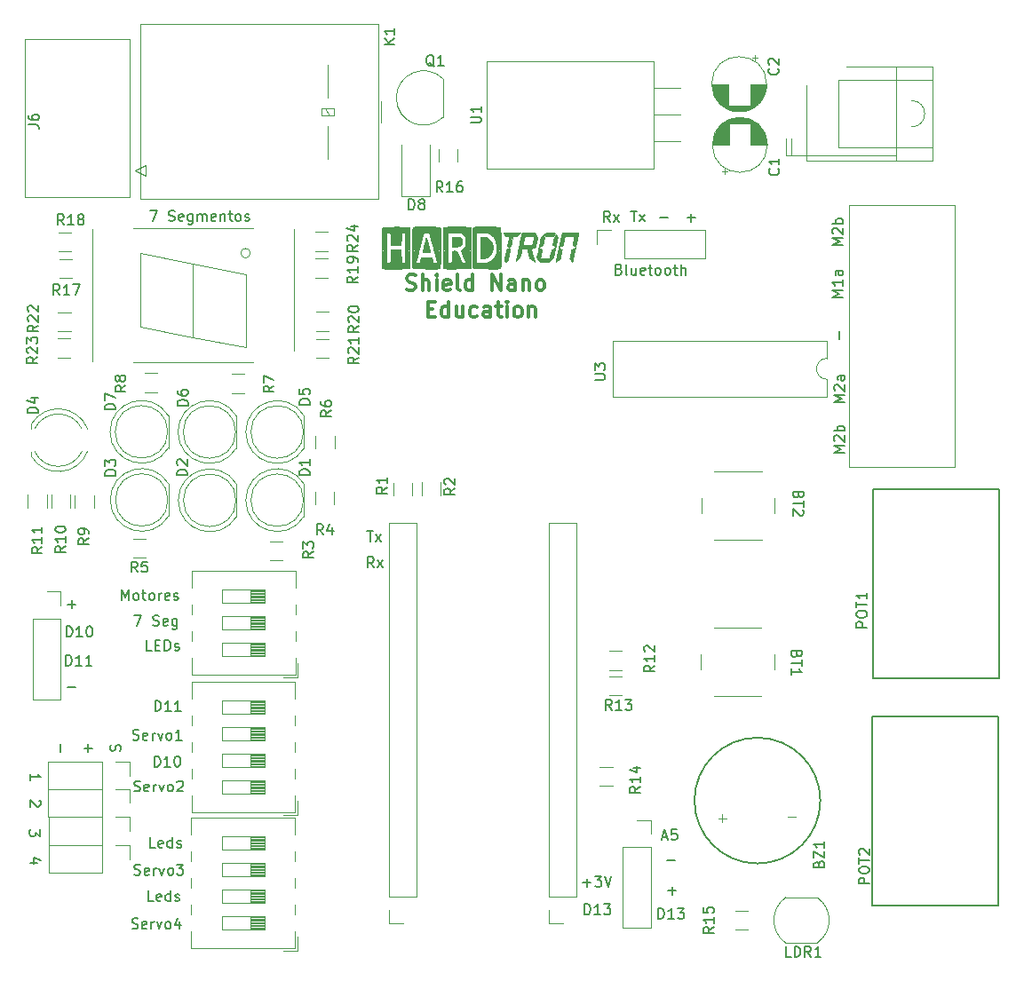
<source format=gbr>
G04 #@! TF.GenerationSoftware,KiCad,Pcbnew,(5.1.5)-3*
G04 #@! TF.CreationDate,2020-09-27T11:43:04-03:00*
G04 #@! TF.ProjectId,HARDino,48415244-696e-46f2-9e6b-696361645f70,rev?*
G04 #@! TF.SameCoordinates,Original*
G04 #@! TF.FileFunction,Legend,Top*
G04 #@! TF.FilePolarity,Positive*
%FSLAX46Y46*%
G04 Gerber Fmt 4.6, Leading zero omitted, Abs format (unit mm)*
G04 Created by KiCad (PCBNEW (5.1.5)-3) date 2020-09-27 11:43:04*
%MOMM*%
%LPD*%
G04 APERTURE LIST*
%ADD10C,0.150000*%
%ADD11C,0.300000*%
%ADD12C,0.120000*%
%ADD13C,0.127000*%
%ADD14C,0.100000*%
%ADD15C,0.010000*%
%ADD16C,0.200000*%
%ADD17C,0.015000*%
G04 APERTURE END LIST*
D10*
X21132847Y-83284368D02*
X21894752Y-83284368D01*
X20947214Y-81265020D02*
X20947214Y-80265020D01*
X21185309Y-80265020D01*
X21328166Y-80312640D01*
X21423404Y-80407878D01*
X21471023Y-80503116D01*
X21518642Y-80693592D01*
X21518642Y-80836449D01*
X21471023Y-81026925D01*
X21423404Y-81122163D01*
X21328166Y-81217401D01*
X21185309Y-81265020D01*
X20947214Y-81265020D01*
X22471023Y-81265020D02*
X21899595Y-81265020D01*
X22185309Y-81265020D02*
X22185309Y-80265020D01*
X22090071Y-80407878D01*
X21994833Y-80503116D01*
X21899595Y-80550735D01*
X23423404Y-81265020D02*
X22851976Y-81265020D01*
X23137690Y-81265020D02*
X23137690Y-80265020D01*
X23042452Y-80407878D01*
X22947214Y-80503116D01*
X22851976Y-80550735D01*
X21000554Y-78516740D02*
X21000554Y-77516740D01*
X21238649Y-77516740D01*
X21381506Y-77564360D01*
X21476744Y-77659598D01*
X21524363Y-77754836D01*
X21571982Y-77945312D01*
X21571982Y-78088169D01*
X21524363Y-78278645D01*
X21476744Y-78373883D01*
X21381506Y-78469121D01*
X21238649Y-78516740D01*
X21000554Y-78516740D01*
X22524363Y-78516740D02*
X21952935Y-78516740D01*
X22238649Y-78516740D02*
X22238649Y-77516740D01*
X22143411Y-77659598D01*
X22048173Y-77754836D01*
X21952935Y-77802455D01*
X23143411Y-77516740D02*
X23238649Y-77516740D01*
X23333887Y-77564360D01*
X23381506Y-77611979D01*
X23429125Y-77707217D01*
X23476744Y-77897693D01*
X23476744Y-78135788D01*
X23429125Y-78326264D01*
X23381506Y-78421502D01*
X23333887Y-78469121D01*
X23238649Y-78516740D01*
X23143411Y-78516740D01*
X23048173Y-78469121D01*
X23000554Y-78421502D01*
X22952935Y-78326264D01*
X22905316Y-78135788D01*
X22905316Y-77897693D01*
X22952935Y-77707217D01*
X23000554Y-77611979D01*
X23048173Y-77564360D01*
X23143411Y-77516740D01*
X21132847Y-75440848D02*
X21894752Y-75440848D01*
X21513800Y-75821800D02*
X21513800Y-75059896D01*
D11*
X53431062Y-45415362D02*
X53645348Y-45486791D01*
X54002491Y-45486791D01*
X54145348Y-45415362D01*
X54216777Y-45343934D01*
X54288205Y-45201077D01*
X54288205Y-45058220D01*
X54216777Y-44915362D01*
X54145348Y-44843934D01*
X54002491Y-44772505D01*
X53716777Y-44701077D01*
X53573919Y-44629648D01*
X53502491Y-44558220D01*
X53431062Y-44415362D01*
X53431062Y-44272505D01*
X53502491Y-44129648D01*
X53573919Y-44058220D01*
X53716777Y-43986791D01*
X54073919Y-43986791D01*
X54288205Y-44058220D01*
X54931062Y-45486791D02*
X54931062Y-43986791D01*
X55573919Y-45486791D02*
X55573919Y-44701077D01*
X55502491Y-44558220D01*
X55359634Y-44486791D01*
X55145348Y-44486791D01*
X55002491Y-44558220D01*
X54931062Y-44629648D01*
X56288205Y-45486791D02*
X56288205Y-44486791D01*
X56288205Y-43986791D02*
X56216777Y-44058220D01*
X56288205Y-44129648D01*
X56359634Y-44058220D01*
X56288205Y-43986791D01*
X56288205Y-44129648D01*
X57573919Y-45415362D02*
X57431062Y-45486791D01*
X57145348Y-45486791D01*
X57002491Y-45415362D01*
X56931062Y-45272505D01*
X56931062Y-44701077D01*
X57002491Y-44558220D01*
X57145348Y-44486791D01*
X57431062Y-44486791D01*
X57573919Y-44558220D01*
X57645348Y-44701077D01*
X57645348Y-44843934D01*
X56931062Y-44986791D01*
X58502491Y-45486791D02*
X58359634Y-45415362D01*
X58288205Y-45272505D01*
X58288205Y-43986791D01*
X59716777Y-45486791D02*
X59716777Y-43986791D01*
X59716777Y-45415362D02*
X59573919Y-45486791D01*
X59288205Y-45486791D01*
X59145348Y-45415362D01*
X59073919Y-45343934D01*
X59002491Y-45201077D01*
X59002491Y-44772505D01*
X59073919Y-44629648D01*
X59145348Y-44558220D01*
X59288205Y-44486791D01*
X59573919Y-44486791D01*
X59716777Y-44558220D01*
X61573919Y-45486791D02*
X61573919Y-43986791D01*
X62431062Y-45486791D01*
X62431062Y-43986791D01*
X63788205Y-45486791D02*
X63788205Y-44701077D01*
X63716777Y-44558220D01*
X63573919Y-44486791D01*
X63288205Y-44486791D01*
X63145348Y-44558220D01*
X63788205Y-45415362D02*
X63645348Y-45486791D01*
X63288205Y-45486791D01*
X63145348Y-45415362D01*
X63073919Y-45272505D01*
X63073919Y-45129648D01*
X63145348Y-44986791D01*
X63288205Y-44915362D01*
X63645348Y-44915362D01*
X63788205Y-44843934D01*
X64502491Y-44486791D02*
X64502491Y-45486791D01*
X64502491Y-44629648D02*
X64573919Y-44558220D01*
X64716777Y-44486791D01*
X64931062Y-44486791D01*
X65073919Y-44558220D01*
X65145348Y-44701077D01*
X65145348Y-45486791D01*
X66073919Y-45486791D02*
X65931062Y-45415362D01*
X65859634Y-45343934D01*
X65788205Y-45201077D01*
X65788205Y-44772505D01*
X65859634Y-44629648D01*
X65931062Y-44558220D01*
X66073919Y-44486791D01*
X66288205Y-44486791D01*
X66431062Y-44558220D01*
X66502491Y-44629648D01*
X66573919Y-44772505D01*
X66573919Y-45201077D01*
X66502491Y-45343934D01*
X66431062Y-45415362D01*
X66288205Y-45486791D01*
X66073919Y-45486791D01*
X55431062Y-47251077D02*
X55931062Y-47251077D01*
X56145348Y-48036791D02*
X55431062Y-48036791D01*
X55431062Y-46536791D01*
X56145348Y-46536791D01*
X57431062Y-48036791D02*
X57431062Y-46536791D01*
X57431062Y-47965362D02*
X57288205Y-48036791D01*
X57002491Y-48036791D01*
X56859634Y-47965362D01*
X56788205Y-47893934D01*
X56716777Y-47751077D01*
X56716777Y-47322505D01*
X56788205Y-47179648D01*
X56859634Y-47108220D01*
X57002491Y-47036791D01*
X57288205Y-47036791D01*
X57431062Y-47108220D01*
X58788205Y-47036791D02*
X58788205Y-48036791D01*
X58145348Y-47036791D02*
X58145348Y-47822505D01*
X58216777Y-47965362D01*
X58359634Y-48036791D01*
X58573920Y-48036791D01*
X58716777Y-47965362D01*
X58788205Y-47893934D01*
X60145348Y-47965362D02*
X60002491Y-48036791D01*
X59716777Y-48036791D01*
X59573920Y-47965362D01*
X59502491Y-47893934D01*
X59431062Y-47751077D01*
X59431062Y-47322505D01*
X59502491Y-47179648D01*
X59573920Y-47108220D01*
X59716777Y-47036791D01*
X60002491Y-47036791D01*
X60145348Y-47108220D01*
X61431062Y-48036791D02*
X61431062Y-47251077D01*
X61359634Y-47108220D01*
X61216777Y-47036791D01*
X60931062Y-47036791D01*
X60788205Y-47108220D01*
X61431062Y-47965362D02*
X61288205Y-48036791D01*
X60931062Y-48036791D01*
X60788205Y-47965362D01*
X60716777Y-47822505D01*
X60716777Y-47679648D01*
X60788205Y-47536791D01*
X60931062Y-47465362D01*
X61288205Y-47465362D01*
X61431062Y-47393934D01*
X61931062Y-47036791D02*
X62502491Y-47036791D01*
X62145348Y-46536791D02*
X62145348Y-47822505D01*
X62216777Y-47965362D01*
X62359634Y-48036791D01*
X62502491Y-48036791D01*
X63002491Y-48036791D02*
X63002491Y-47036791D01*
X63002491Y-46536791D02*
X62931062Y-46608220D01*
X63002491Y-46679648D01*
X63073920Y-46608220D01*
X63002491Y-46536791D01*
X63002491Y-46679648D01*
X63931062Y-48036791D02*
X63788205Y-47965362D01*
X63716777Y-47893934D01*
X63645348Y-47751077D01*
X63645348Y-47322505D01*
X63716777Y-47179648D01*
X63788205Y-47108220D01*
X63931062Y-47036791D01*
X64145348Y-47036791D01*
X64288205Y-47108220D01*
X64359634Y-47179648D01*
X64431062Y-47322505D01*
X64431062Y-47751077D01*
X64359634Y-47893934D01*
X64288205Y-47965362D01*
X64145348Y-48036791D01*
X63931062Y-48036791D01*
X65073920Y-47036791D02*
X65073920Y-48036791D01*
X65073920Y-47179648D02*
X65145348Y-47108220D01*
X65288205Y-47036791D01*
X65502491Y-47036791D01*
X65645348Y-47108220D01*
X65716777Y-47251077D01*
X65716777Y-48036791D01*
D10*
X50293281Y-71910200D02*
X49959948Y-71434010D01*
X49721853Y-71910200D02*
X49721853Y-70910200D01*
X50102805Y-70910200D01*
X50198043Y-70957820D01*
X50245662Y-71005439D01*
X50293281Y-71100677D01*
X50293281Y-71243534D01*
X50245662Y-71338772D01*
X50198043Y-71386391D01*
X50102805Y-71434010D01*
X49721853Y-71434010D01*
X50626615Y-71910200D02*
X51150424Y-71243534D01*
X50626615Y-71243534D02*
X51150424Y-71910200D01*
X49642163Y-68431160D02*
X50213592Y-68431160D01*
X49927878Y-69431160D02*
X49927878Y-68431160D01*
X50451687Y-69431160D02*
X50975497Y-68764494D01*
X50451687Y-68764494D02*
X50975497Y-69431160D01*
X29119960Y-79824840D02*
X28643770Y-79824840D01*
X28643770Y-78824840D01*
X29453294Y-79301031D02*
X29786627Y-79301031D01*
X29929484Y-79824840D02*
X29453294Y-79824840D01*
X29453294Y-78824840D01*
X29929484Y-78824840D01*
X30358056Y-79824840D02*
X30358056Y-78824840D01*
X30596151Y-78824840D01*
X30739008Y-78872460D01*
X30834246Y-78967698D01*
X30881865Y-79062936D01*
X30929484Y-79253412D01*
X30929484Y-79396269D01*
X30881865Y-79586745D01*
X30834246Y-79681983D01*
X30739008Y-79777221D01*
X30596151Y-79824840D01*
X30358056Y-79824840D01*
X31310437Y-79777221D02*
X31405675Y-79824840D01*
X31596151Y-79824840D01*
X31691389Y-79777221D01*
X31739008Y-79681983D01*
X31739008Y-79634364D01*
X31691389Y-79539126D01*
X31596151Y-79491507D01*
X31453294Y-79491507D01*
X31358056Y-79443888D01*
X31310437Y-79348650D01*
X31310437Y-79301031D01*
X31358056Y-79205793D01*
X31453294Y-79158174D01*
X31596151Y-79158174D01*
X31691389Y-79205793D01*
X27489091Y-76457560D02*
X28155758Y-76457560D01*
X27727186Y-77457560D01*
X29250996Y-77409941D02*
X29393853Y-77457560D01*
X29631948Y-77457560D01*
X29727186Y-77409941D01*
X29774805Y-77362322D01*
X29822424Y-77267084D01*
X29822424Y-77171846D01*
X29774805Y-77076608D01*
X29727186Y-77028989D01*
X29631948Y-76981370D01*
X29441472Y-76933751D01*
X29346234Y-76886132D01*
X29298615Y-76838513D01*
X29250996Y-76743275D01*
X29250996Y-76648037D01*
X29298615Y-76552799D01*
X29346234Y-76505180D01*
X29441472Y-76457560D01*
X29679567Y-76457560D01*
X29822424Y-76505180D01*
X30631948Y-77409941D02*
X30536710Y-77457560D01*
X30346234Y-77457560D01*
X30250996Y-77409941D01*
X30203377Y-77314703D01*
X30203377Y-76933751D01*
X30250996Y-76838513D01*
X30346234Y-76790894D01*
X30536710Y-76790894D01*
X30631948Y-76838513D01*
X30679567Y-76933751D01*
X30679567Y-77028989D01*
X30203377Y-77124227D01*
X31536710Y-76790894D02*
X31536710Y-77600418D01*
X31489091Y-77695656D01*
X31441472Y-77743275D01*
X31346234Y-77790894D01*
X31203377Y-77790894D01*
X31108139Y-77743275D01*
X31536710Y-77409941D02*
X31441472Y-77457560D01*
X31250996Y-77457560D01*
X31155758Y-77409941D01*
X31108139Y-77362322D01*
X31060519Y-77267084D01*
X31060519Y-76981370D01*
X31108139Y-76886132D01*
X31155758Y-76838513D01*
X31250996Y-76790894D01*
X31441472Y-76790894D01*
X31536710Y-76838513D01*
X26286793Y-75026780D02*
X26286793Y-74026780D01*
X26620126Y-74741066D01*
X26953460Y-74026780D01*
X26953460Y-75026780D01*
X27572507Y-75026780D02*
X27477269Y-74979161D01*
X27429650Y-74931542D01*
X27382031Y-74836304D01*
X27382031Y-74550590D01*
X27429650Y-74455352D01*
X27477269Y-74407733D01*
X27572507Y-74360114D01*
X27715364Y-74360114D01*
X27810602Y-74407733D01*
X27858221Y-74455352D01*
X27905840Y-74550590D01*
X27905840Y-74836304D01*
X27858221Y-74931542D01*
X27810602Y-74979161D01*
X27715364Y-75026780D01*
X27572507Y-75026780D01*
X28191555Y-74360114D02*
X28572507Y-74360114D01*
X28334412Y-74026780D02*
X28334412Y-74883923D01*
X28382031Y-74979161D01*
X28477269Y-75026780D01*
X28572507Y-75026780D01*
X29048698Y-75026780D02*
X28953460Y-74979161D01*
X28905840Y-74931542D01*
X28858221Y-74836304D01*
X28858221Y-74550590D01*
X28905840Y-74455352D01*
X28953460Y-74407733D01*
X29048698Y-74360114D01*
X29191555Y-74360114D01*
X29286793Y-74407733D01*
X29334412Y-74455352D01*
X29382031Y-74550590D01*
X29382031Y-74836304D01*
X29334412Y-74931542D01*
X29286793Y-74979161D01*
X29191555Y-75026780D01*
X29048698Y-75026780D01*
X29810602Y-75026780D02*
X29810602Y-74360114D01*
X29810602Y-74550590D02*
X29858221Y-74455352D01*
X29905840Y-74407733D01*
X30001079Y-74360114D01*
X30096317Y-74360114D01*
X30810602Y-74979161D02*
X30715364Y-75026780D01*
X30524888Y-75026780D01*
X30429650Y-74979161D01*
X30382031Y-74883923D01*
X30382031Y-74502971D01*
X30429650Y-74407733D01*
X30524888Y-74360114D01*
X30715364Y-74360114D01*
X30810602Y-74407733D01*
X30858221Y-74502971D01*
X30858221Y-74598209D01*
X30382031Y-74693447D01*
X31239174Y-74979161D02*
X31334412Y-75026780D01*
X31524888Y-75026780D01*
X31620126Y-74979161D01*
X31667745Y-74883923D01*
X31667745Y-74836304D01*
X31620126Y-74741066D01*
X31524888Y-74693447D01*
X31382031Y-74693447D01*
X31286793Y-74645828D01*
X31239174Y-74550590D01*
X31239174Y-74502971D01*
X31286793Y-74407733D01*
X31382031Y-74360114D01*
X31524888Y-74360114D01*
X31620126Y-74407733D01*
X94704208Y-50121772D02*
X94704208Y-49359867D01*
X29478409Y-98628460D02*
X29002219Y-98628460D01*
X29002219Y-97628460D01*
X30192695Y-98580841D02*
X30097457Y-98628460D01*
X29906980Y-98628460D01*
X29811742Y-98580841D01*
X29764123Y-98485603D01*
X29764123Y-98104651D01*
X29811742Y-98009413D01*
X29906980Y-97961794D01*
X30097457Y-97961794D01*
X30192695Y-98009413D01*
X30240314Y-98104651D01*
X30240314Y-98199889D01*
X29764123Y-98295127D01*
X31097457Y-98628460D02*
X31097457Y-97628460D01*
X31097457Y-98580841D02*
X31002219Y-98628460D01*
X30811742Y-98628460D01*
X30716504Y-98580841D01*
X30668885Y-98533222D01*
X30621266Y-98437984D01*
X30621266Y-98152270D01*
X30668885Y-98057032D01*
X30716504Y-98009413D01*
X30811742Y-97961794D01*
X31002219Y-97961794D01*
X31097457Y-98009413D01*
X31526028Y-98580841D02*
X31621266Y-98628460D01*
X31811742Y-98628460D01*
X31906980Y-98580841D01*
X31954600Y-98485603D01*
X31954600Y-98437984D01*
X31906980Y-98342746D01*
X31811742Y-98295127D01*
X31668885Y-98295127D01*
X31573647Y-98247508D01*
X31526028Y-98152270D01*
X31526028Y-98104651D01*
X31573647Y-98009413D01*
X31668885Y-97961794D01*
X31811742Y-97961794D01*
X31906980Y-98009413D01*
X27471026Y-101186881D02*
X27613883Y-101234500D01*
X27851979Y-101234500D01*
X27947217Y-101186881D01*
X27994836Y-101139262D01*
X28042455Y-101044024D01*
X28042455Y-100948786D01*
X27994836Y-100853548D01*
X27947217Y-100805929D01*
X27851979Y-100758310D01*
X27661502Y-100710691D01*
X27566264Y-100663072D01*
X27518645Y-100615453D01*
X27471026Y-100520215D01*
X27471026Y-100424977D01*
X27518645Y-100329739D01*
X27566264Y-100282120D01*
X27661502Y-100234500D01*
X27899598Y-100234500D01*
X28042455Y-100282120D01*
X28851979Y-101186881D02*
X28756740Y-101234500D01*
X28566264Y-101234500D01*
X28471026Y-101186881D01*
X28423407Y-101091643D01*
X28423407Y-100710691D01*
X28471026Y-100615453D01*
X28566264Y-100567834D01*
X28756740Y-100567834D01*
X28851979Y-100615453D01*
X28899598Y-100710691D01*
X28899598Y-100805929D01*
X28423407Y-100901167D01*
X29328169Y-101234500D02*
X29328169Y-100567834D01*
X29328169Y-100758310D02*
X29375788Y-100663072D01*
X29423407Y-100615453D01*
X29518645Y-100567834D01*
X29613883Y-100567834D01*
X29851979Y-100567834D02*
X30090074Y-101234500D01*
X30328169Y-100567834D01*
X30851979Y-101234500D02*
X30756740Y-101186881D01*
X30709121Y-101139262D01*
X30661502Y-101044024D01*
X30661502Y-100758310D01*
X30709121Y-100663072D01*
X30756740Y-100615453D01*
X30851979Y-100567834D01*
X30994836Y-100567834D01*
X31090074Y-100615453D01*
X31137693Y-100663072D01*
X31185312Y-100758310D01*
X31185312Y-101044024D01*
X31137693Y-101139262D01*
X31090074Y-101186881D01*
X30994836Y-101234500D01*
X30851979Y-101234500D01*
X31518645Y-100234500D02*
X32137693Y-100234500D01*
X31804360Y-100615453D01*
X31947217Y-100615453D01*
X32042455Y-100663072D01*
X32090074Y-100710691D01*
X32137693Y-100805929D01*
X32137693Y-101044024D01*
X32090074Y-101139262D01*
X32042455Y-101186881D01*
X31947217Y-101234500D01*
X31661502Y-101234500D01*
X31566264Y-101186881D01*
X31518645Y-101139262D01*
X29300609Y-103718620D02*
X28824419Y-103718620D01*
X28824419Y-102718620D01*
X30014895Y-103671001D02*
X29919657Y-103718620D01*
X29729180Y-103718620D01*
X29633942Y-103671001D01*
X29586323Y-103575763D01*
X29586323Y-103194811D01*
X29633942Y-103099573D01*
X29729180Y-103051954D01*
X29919657Y-103051954D01*
X30014895Y-103099573D01*
X30062514Y-103194811D01*
X30062514Y-103290049D01*
X29586323Y-103385287D01*
X30919657Y-103718620D02*
X30919657Y-102718620D01*
X30919657Y-103671001D02*
X30824419Y-103718620D01*
X30633942Y-103718620D01*
X30538704Y-103671001D01*
X30491085Y-103623382D01*
X30443466Y-103528144D01*
X30443466Y-103242430D01*
X30491085Y-103147192D01*
X30538704Y-103099573D01*
X30633942Y-103051954D01*
X30824419Y-103051954D01*
X30919657Y-103099573D01*
X31348228Y-103671001D02*
X31443466Y-103718620D01*
X31633942Y-103718620D01*
X31729180Y-103671001D01*
X31776800Y-103575763D01*
X31776800Y-103528144D01*
X31729180Y-103432906D01*
X31633942Y-103385287D01*
X31491085Y-103385287D01*
X31395847Y-103337668D01*
X31348228Y-103242430D01*
X31348228Y-103194811D01*
X31395847Y-103099573D01*
X31491085Y-103051954D01*
X31633942Y-103051954D01*
X31729180Y-103099573D01*
X27237346Y-106315641D02*
X27380203Y-106363260D01*
X27618299Y-106363260D01*
X27713537Y-106315641D01*
X27761156Y-106268022D01*
X27808775Y-106172784D01*
X27808775Y-106077546D01*
X27761156Y-105982308D01*
X27713537Y-105934689D01*
X27618299Y-105887070D01*
X27427822Y-105839451D01*
X27332584Y-105791832D01*
X27284965Y-105744213D01*
X27237346Y-105648975D01*
X27237346Y-105553737D01*
X27284965Y-105458499D01*
X27332584Y-105410880D01*
X27427822Y-105363260D01*
X27665918Y-105363260D01*
X27808775Y-105410880D01*
X28618299Y-106315641D02*
X28523060Y-106363260D01*
X28332584Y-106363260D01*
X28237346Y-106315641D01*
X28189727Y-106220403D01*
X28189727Y-105839451D01*
X28237346Y-105744213D01*
X28332584Y-105696594D01*
X28523060Y-105696594D01*
X28618299Y-105744213D01*
X28665918Y-105839451D01*
X28665918Y-105934689D01*
X28189727Y-106029927D01*
X29094489Y-106363260D02*
X29094489Y-105696594D01*
X29094489Y-105887070D02*
X29142108Y-105791832D01*
X29189727Y-105744213D01*
X29284965Y-105696594D01*
X29380203Y-105696594D01*
X29618299Y-105696594D02*
X29856394Y-106363260D01*
X30094489Y-105696594D01*
X30618299Y-106363260D02*
X30523060Y-106315641D01*
X30475441Y-106268022D01*
X30427822Y-106172784D01*
X30427822Y-105887070D01*
X30475441Y-105791832D01*
X30523060Y-105744213D01*
X30618299Y-105696594D01*
X30761156Y-105696594D01*
X30856394Y-105744213D01*
X30904013Y-105791832D01*
X30951632Y-105887070D01*
X30951632Y-106172784D01*
X30904013Y-106268022D01*
X30856394Y-106315641D01*
X30761156Y-106363260D01*
X30618299Y-106363260D01*
X31808775Y-105696594D02*
X31808775Y-106363260D01*
X31570680Y-105315641D02*
X31332584Y-106029927D01*
X31951632Y-106029927D01*
X18196245Y-100056956D02*
X17529579Y-100056956D01*
X18577198Y-99818860D02*
X17862912Y-99580765D01*
X17862912Y-100199813D01*
X18468619Y-96896626D02*
X18468619Y-97515674D01*
X18087666Y-97182340D01*
X18087666Y-97325198D01*
X18040047Y-97420436D01*
X17992428Y-97468055D01*
X17897190Y-97515674D01*
X17659095Y-97515674D01*
X17563857Y-97468055D01*
X17516238Y-97420436D01*
X17468619Y-97325198D01*
X17468619Y-97039483D01*
X17516238Y-96944245D01*
X17563857Y-96896626D01*
X70240685Y-101966068D02*
X71002590Y-101966068D01*
X70621638Y-102347020D02*
X70621638Y-101585116D01*
X71383542Y-101347020D02*
X72002590Y-101347020D01*
X71669257Y-101727973D01*
X71812114Y-101727973D01*
X71907352Y-101775592D01*
X71954971Y-101823211D01*
X72002590Y-101918449D01*
X72002590Y-102156544D01*
X71954971Y-102251782D01*
X71907352Y-102299401D01*
X71812114Y-102347020D01*
X71526400Y-102347020D01*
X71431161Y-102299401D01*
X71383542Y-102251782D01*
X72288304Y-101347020D02*
X72621638Y-102347020D01*
X72954971Y-101347020D01*
X70393394Y-105003860D02*
X70393394Y-104003860D01*
X70631489Y-104003860D01*
X70774346Y-104051480D01*
X70869584Y-104146718D01*
X70917203Y-104241956D01*
X70964822Y-104432432D01*
X70964822Y-104575289D01*
X70917203Y-104765765D01*
X70869584Y-104861003D01*
X70774346Y-104956241D01*
X70631489Y-105003860D01*
X70393394Y-105003860D01*
X71917203Y-105003860D02*
X71345775Y-105003860D01*
X71631489Y-105003860D02*
X71631489Y-104003860D01*
X71536251Y-104146718D01*
X71441013Y-104241956D01*
X71345775Y-104289575D01*
X72250537Y-104003860D02*
X72869584Y-104003860D01*
X72536251Y-104384813D01*
X72679108Y-104384813D01*
X72774346Y-104432432D01*
X72821965Y-104480051D01*
X72869584Y-104575289D01*
X72869584Y-104813384D01*
X72821965Y-104908622D01*
X72774346Y-104956241D01*
X72679108Y-105003860D01*
X72393394Y-105003860D01*
X72298156Y-104956241D01*
X72250537Y-104908622D01*
X95025500Y-41184384D02*
X94025500Y-41184384D01*
X94739786Y-40851051D01*
X94025500Y-40517718D01*
X95025500Y-40517718D01*
X94120739Y-40089146D02*
X94073120Y-40041527D01*
X94025500Y-39946289D01*
X94025500Y-39708194D01*
X94073120Y-39612956D01*
X94120739Y-39565337D01*
X94215977Y-39517718D01*
X94311215Y-39517718D01*
X94454072Y-39565337D01*
X95025500Y-40136765D01*
X95025500Y-39517718D01*
X95025500Y-39089146D02*
X94025500Y-39089146D01*
X94406453Y-39089146D02*
X94358834Y-38993908D01*
X94358834Y-38803432D01*
X94406453Y-38708194D01*
X94454072Y-38660575D01*
X94549310Y-38612956D01*
X94835024Y-38612956D01*
X94930262Y-38660575D01*
X94977881Y-38708194D01*
X95025500Y-38803432D01*
X95025500Y-38993908D01*
X94977881Y-39089146D01*
X94979780Y-46122144D02*
X93979780Y-46122144D01*
X94694066Y-45788811D01*
X93979780Y-45455478D01*
X94979780Y-45455478D01*
X94979780Y-44455478D02*
X94979780Y-45026906D01*
X94979780Y-44741192D02*
X93979780Y-44741192D01*
X94122638Y-44836430D01*
X94217876Y-44931668D01*
X94265495Y-45026906D01*
X94979780Y-43598335D02*
X94455971Y-43598335D01*
X94360733Y-43645954D01*
X94313114Y-43741192D01*
X94313114Y-43931668D01*
X94360733Y-44026906D01*
X94932161Y-43598335D02*
X94979780Y-43693573D01*
X94979780Y-43931668D01*
X94932161Y-44026906D01*
X94836923Y-44074525D01*
X94741685Y-44074525D01*
X94646447Y-44026906D01*
X94598828Y-43931668D01*
X94598828Y-43693573D01*
X94551209Y-43598335D01*
X95157580Y-60965904D02*
X94157580Y-60965904D01*
X94871866Y-60632571D01*
X94157580Y-60299238D01*
X95157580Y-60299238D01*
X94252819Y-59870666D02*
X94205200Y-59823047D01*
X94157580Y-59727809D01*
X94157580Y-59489714D01*
X94205200Y-59394476D01*
X94252819Y-59346857D01*
X94348057Y-59299238D01*
X94443295Y-59299238D01*
X94586152Y-59346857D01*
X95157580Y-59918285D01*
X95157580Y-59299238D01*
X95157580Y-58870666D02*
X94157580Y-58870666D01*
X94538533Y-58870666D02*
X94490914Y-58775428D01*
X94490914Y-58584952D01*
X94538533Y-58489714D01*
X94586152Y-58442095D01*
X94681390Y-58394476D01*
X94967104Y-58394476D01*
X95062342Y-58442095D01*
X95109961Y-58489714D01*
X95157580Y-58584952D01*
X95157580Y-58775428D01*
X95109961Y-58870666D01*
X95182980Y-56139904D02*
X94182980Y-56139904D01*
X94897266Y-55806571D01*
X94182980Y-55473238D01*
X95182980Y-55473238D01*
X94278219Y-55044666D02*
X94230600Y-54997047D01*
X94182980Y-54901809D01*
X94182980Y-54663714D01*
X94230600Y-54568476D01*
X94278219Y-54520857D01*
X94373457Y-54473238D01*
X94468695Y-54473238D01*
X94611552Y-54520857D01*
X95182980Y-55092285D01*
X95182980Y-54473238D01*
X95182980Y-53616095D02*
X94659171Y-53616095D01*
X94563933Y-53663714D01*
X94516314Y-53758952D01*
X94516314Y-53949428D01*
X94563933Y-54044666D01*
X95135361Y-53616095D02*
X95182980Y-53711333D01*
X95182980Y-53949428D01*
X95135361Y-54044666D01*
X95040123Y-54092285D01*
X94944885Y-54092285D01*
X94849647Y-54044666D01*
X94802028Y-53949428D01*
X94802028Y-53711333D01*
X94754409Y-53616095D01*
X77797114Y-97595986D02*
X78273304Y-97595986D01*
X77701876Y-97881700D02*
X78035209Y-96881700D01*
X78368542Y-97881700D01*
X79178066Y-96881700D02*
X78701876Y-96881700D01*
X78654257Y-97357891D01*
X78701876Y-97310272D01*
X78797114Y-97262653D01*
X79035209Y-97262653D01*
X79130447Y-97310272D01*
X79178066Y-97357891D01*
X79225685Y-97453129D01*
X79225685Y-97691224D01*
X79178066Y-97786462D01*
X79130447Y-97834081D01*
X79035209Y-97881700D01*
X78797114Y-97881700D01*
X78701876Y-97834081D01*
X78654257Y-97786462D01*
X77410114Y-105409020D02*
X77410114Y-104409020D01*
X77648209Y-104409020D01*
X77791066Y-104456640D01*
X77886304Y-104551878D01*
X77933923Y-104647116D01*
X77981542Y-104837592D01*
X77981542Y-104980449D01*
X77933923Y-105170925D01*
X77886304Y-105266163D01*
X77791066Y-105361401D01*
X77648209Y-105409020D01*
X77410114Y-105409020D01*
X78933923Y-105409020D02*
X78362495Y-105409020D01*
X78648209Y-105409020D02*
X78648209Y-104409020D01*
X78552971Y-104551878D01*
X78457733Y-104647116D01*
X78362495Y-104694735D01*
X79267257Y-104409020D02*
X79886304Y-104409020D01*
X79552971Y-104789973D01*
X79695828Y-104789973D01*
X79791066Y-104837592D01*
X79838685Y-104885211D01*
X79886304Y-104980449D01*
X79886304Y-105218544D01*
X79838685Y-105313782D01*
X79791066Y-105361401D01*
X79695828Y-105409020D01*
X79410114Y-105409020D01*
X79314876Y-105361401D01*
X79267257Y-105313782D01*
X79009192Y-99811531D02*
X78247287Y-99811531D01*
X78735228Y-103098552D02*
X78735228Y-102336647D01*
X79116180Y-102717600D02*
X78354276Y-102717600D01*
X28974422Y-37857180D02*
X29641089Y-37857180D01*
X29212518Y-38857180D01*
X30736327Y-38809561D02*
X30879184Y-38857180D01*
X31117280Y-38857180D01*
X31212518Y-38809561D01*
X31260137Y-38761942D01*
X31307756Y-38666704D01*
X31307756Y-38571466D01*
X31260137Y-38476228D01*
X31212518Y-38428609D01*
X31117280Y-38380990D01*
X30926803Y-38333371D01*
X30831565Y-38285752D01*
X30783946Y-38238133D01*
X30736327Y-38142895D01*
X30736327Y-38047657D01*
X30783946Y-37952419D01*
X30831565Y-37904800D01*
X30926803Y-37857180D01*
X31164899Y-37857180D01*
X31307756Y-37904800D01*
X32117280Y-38809561D02*
X32022041Y-38857180D01*
X31831565Y-38857180D01*
X31736327Y-38809561D01*
X31688708Y-38714323D01*
X31688708Y-38333371D01*
X31736327Y-38238133D01*
X31831565Y-38190514D01*
X32022041Y-38190514D01*
X32117280Y-38238133D01*
X32164899Y-38333371D01*
X32164899Y-38428609D01*
X31688708Y-38523847D01*
X33022041Y-38190514D02*
X33022041Y-39000038D01*
X32974422Y-39095276D01*
X32926803Y-39142895D01*
X32831565Y-39190514D01*
X32688708Y-39190514D01*
X32593470Y-39142895D01*
X33022041Y-38809561D02*
X32926803Y-38857180D01*
X32736327Y-38857180D01*
X32641089Y-38809561D01*
X32593470Y-38761942D01*
X32545851Y-38666704D01*
X32545851Y-38380990D01*
X32593470Y-38285752D01*
X32641089Y-38238133D01*
X32736327Y-38190514D01*
X32926803Y-38190514D01*
X33022041Y-38238133D01*
X33498232Y-38857180D02*
X33498232Y-38190514D01*
X33498232Y-38285752D02*
X33545851Y-38238133D01*
X33641089Y-38190514D01*
X33783946Y-38190514D01*
X33879184Y-38238133D01*
X33926803Y-38333371D01*
X33926803Y-38857180D01*
X33926803Y-38333371D02*
X33974422Y-38238133D01*
X34069660Y-38190514D01*
X34212518Y-38190514D01*
X34307756Y-38238133D01*
X34355375Y-38333371D01*
X34355375Y-38857180D01*
X35212518Y-38809561D02*
X35117280Y-38857180D01*
X34926803Y-38857180D01*
X34831565Y-38809561D01*
X34783946Y-38714323D01*
X34783946Y-38333371D01*
X34831565Y-38238133D01*
X34926803Y-38190514D01*
X35117280Y-38190514D01*
X35212518Y-38238133D01*
X35260137Y-38333371D01*
X35260137Y-38428609D01*
X34783946Y-38523847D01*
X35688708Y-38190514D02*
X35688708Y-38857180D01*
X35688708Y-38285752D02*
X35736327Y-38238133D01*
X35831565Y-38190514D01*
X35974422Y-38190514D01*
X36069660Y-38238133D01*
X36117280Y-38333371D01*
X36117280Y-38857180D01*
X36450613Y-38190514D02*
X36831565Y-38190514D01*
X36593470Y-37857180D02*
X36593470Y-38714323D01*
X36641089Y-38809561D01*
X36736327Y-38857180D01*
X36831565Y-38857180D01*
X37307756Y-38857180D02*
X37212518Y-38809561D01*
X37164899Y-38761942D01*
X37117280Y-38666704D01*
X37117280Y-38380990D01*
X37164899Y-38285752D01*
X37212518Y-38238133D01*
X37307756Y-38190514D01*
X37450613Y-38190514D01*
X37545851Y-38238133D01*
X37593470Y-38285752D01*
X37641089Y-38380990D01*
X37641089Y-38666704D01*
X37593470Y-38761942D01*
X37545851Y-38809561D01*
X37450613Y-38857180D01*
X37307756Y-38857180D01*
X38022041Y-38809561D02*
X38117280Y-38857180D01*
X38307756Y-38857180D01*
X38402994Y-38809561D01*
X38450613Y-38714323D01*
X38450613Y-38666704D01*
X38402994Y-38571466D01*
X38307756Y-38523847D01*
X38164899Y-38523847D01*
X38069660Y-38476228D01*
X38022041Y-38380990D01*
X38022041Y-38333371D01*
X38069660Y-38238133D01*
X38164899Y-38190514D01*
X38307756Y-38190514D01*
X38402994Y-38238133D01*
X72811681Y-38962620D02*
X72478348Y-38486430D01*
X72240253Y-38962620D02*
X72240253Y-37962620D01*
X72621205Y-37962620D01*
X72716443Y-38010240D01*
X72764062Y-38057859D01*
X72811681Y-38153097D01*
X72811681Y-38295954D01*
X72764062Y-38391192D01*
X72716443Y-38438811D01*
X72621205Y-38486430D01*
X72240253Y-38486430D01*
X73145015Y-38962620D02*
X73668824Y-38295954D01*
X73145015Y-38295954D02*
X73668824Y-38962620D01*
X74807243Y-37911820D02*
X75378672Y-37911820D01*
X75092958Y-38911820D02*
X75092958Y-37911820D01*
X75616767Y-38911820D02*
X76140577Y-38245154D01*
X75616767Y-38245154D02*
X76140577Y-38911820D01*
X78367872Y-38489611D02*
X77605967Y-38489611D01*
X80933272Y-38565811D02*
X80171367Y-38565811D01*
X80552320Y-38184859D02*
X80552320Y-38946763D01*
X18429260Y-94140085D02*
X18476880Y-94187704D01*
X18524499Y-94282942D01*
X18524499Y-94521038D01*
X18476880Y-94616276D01*
X18429260Y-94663895D01*
X18334022Y-94711514D01*
X18238784Y-94711514D01*
X18095927Y-94663895D01*
X17524499Y-94092466D01*
X17524499Y-94711514D01*
X17549899Y-92176594D02*
X17549899Y-91605165D01*
X17549899Y-91890880D02*
X18549899Y-91890880D01*
X18407041Y-91795641D01*
X18311803Y-91700403D01*
X18264184Y-91605165D01*
X73661040Y-43473091D02*
X73803897Y-43520710D01*
X73851516Y-43568329D01*
X73899135Y-43663567D01*
X73899135Y-43806424D01*
X73851516Y-43901662D01*
X73803897Y-43949281D01*
X73708659Y-43996900D01*
X73327706Y-43996900D01*
X73327706Y-42996900D01*
X73661040Y-42996900D01*
X73756278Y-43044520D01*
X73803897Y-43092139D01*
X73851516Y-43187377D01*
X73851516Y-43282615D01*
X73803897Y-43377853D01*
X73756278Y-43425472D01*
X73661040Y-43473091D01*
X73327706Y-43473091D01*
X74470563Y-43996900D02*
X74375325Y-43949281D01*
X74327706Y-43854043D01*
X74327706Y-42996900D01*
X75280087Y-43330234D02*
X75280087Y-43996900D01*
X74851516Y-43330234D02*
X74851516Y-43854043D01*
X74899135Y-43949281D01*
X74994373Y-43996900D01*
X75137230Y-43996900D01*
X75232468Y-43949281D01*
X75280087Y-43901662D01*
X76137230Y-43949281D02*
X76041992Y-43996900D01*
X75851516Y-43996900D01*
X75756278Y-43949281D01*
X75708659Y-43854043D01*
X75708659Y-43473091D01*
X75756278Y-43377853D01*
X75851516Y-43330234D01*
X76041992Y-43330234D01*
X76137230Y-43377853D01*
X76184849Y-43473091D01*
X76184849Y-43568329D01*
X75708659Y-43663567D01*
X76470563Y-43330234D02*
X76851516Y-43330234D01*
X76613420Y-42996900D02*
X76613420Y-43854043D01*
X76661040Y-43949281D01*
X76756278Y-43996900D01*
X76851516Y-43996900D01*
X77327706Y-43996900D02*
X77232468Y-43949281D01*
X77184849Y-43901662D01*
X77137230Y-43806424D01*
X77137230Y-43520710D01*
X77184849Y-43425472D01*
X77232468Y-43377853D01*
X77327706Y-43330234D01*
X77470563Y-43330234D01*
X77565801Y-43377853D01*
X77613420Y-43425472D01*
X77661040Y-43520710D01*
X77661040Y-43806424D01*
X77613420Y-43901662D01*
X77565801Y-43949281D01*
X77470563Y-43996900D01*
X77327706Y-43996900D01*
X78232468Y-43996900D02*
X78137230Y-43949281D01*
X78089611Y-43901662D01*
X78041992Y-43806424D01*
X78041992Y-43520710D01*
X78089611Y-43425472D01*
X78137230Y-43377853D01*
X78232468Y-43330234D01*
X78375325Y-43330234D01*
X78470563Y-43377853D01*
X78518182Y-43425472D01*
X78565801Y-43520710D01*
X78565801Y-43806424D01*
X78518182Y-43901662D01*
X78470563Y-43949281D01*
X78375325Y-43996900D01*
X78232468Y-43996900D01*
X78851516Y-43330234D02*
X79232468Y-43330234D01*
X78994373Y-42996900D02*
X78994373Y-43854043D01*
X79041992Y-43949281D01*
X79137230Y-43996900D01*
X79232468Y-43996900D01*
X79565801Y-43996900D02*
X79565801Y-42996900D01*
X79994373Y-43996900D02*
X79994373Y-43473091D01*
X79946754Y-43377853D01*
X79851516Y-43330234D01*
X79708659Y-43330234D01*
X79613420Y-43377853D01*
X79565801Y-43425472D01*
X29443514Y-85606380D02*
X29443514Y-84606380D01*
X29681609Y-84606380D01*
X29824466Y-84654000D01*
X29919704Y-84749238D01*
X29967323Y-84844476D01*
X30014942Y-85034952D01*
X30014942Y-85177809D01*
X29967323Y-85368285D01*
X29919704Y-85463523D01*
X29824466Y-85558761D01*
X29681609Y-85606380D01*
X29443514Y-85606380D01*
X30967323Y-85606380D02*
X30395895Y-85606380D01*
X30681609Y-85606380D02*
X30681609Y-84606380D01*
X30586371Y-84749238D01*
X30491133Y-84844476D01*
X30395895Y-84892095D01*
X31919704Y-85606380D02*
X31348276Y-85606380D01*
X31633990Y-85606380D02*
X31633990Y-84606380D01*
X31538752Y-84749238D01*
X31443514Y-84844476D01*
X31348276Y-84892095D01*
X29382554Y-90904820D02*
X29382554Y-89904820D01*
X29620649Y-89904820D01*
X29763506Y-89952440D01*
X29858744Y-90047678D01*
X29906363Y-90142916D01*
X29953982Y-90333392D01*
X29953982Y-90476249D01*
X29906363Y-90666725D01*
X29858744Y-90761963D01*
X29763506Y-90857201D01*
X29620649Y-90904820D01*
X29382554Y-90904820D01*
X30906363Y-90904820D02*
X30334935Y-90904820D01*
X30620649Y-90904820D02*
X30620649Y-89904820D01*
X30525411Y-90047678D01*
X30430173Y-90142916D01*
X30334935Y-90190535D01*
X31525411Y-89904820D02*
X31620649Y-89904820D01*
X31715887Y-89952440D01*
X31763506Y-90000059D01*
X31811125Y-90095297D01*
X31858744Y-90285773D01*
X31858744Y-90523868D01*
X31811125Y-90714344D01*
X31763506Y-90809582D01*
X31715887Y-90857201D01*
X31620649Y-90904820D01*
X31525411Y-90904820D01*
X31430173Y-90857201D01*
X31382554Y-90809582D01*
X31334935Y-90714344D01*
X31287316Y-90523868D01*
X31287316Y-90285773D01*
X31334935Y-90095297D01*
X31382554Y-90000059D01*
X31430173Y-89952440D01*
X31525411Y-89904820D01*
X27328786Y-88315161D02*
X27471643Y-88362780D01*
X27709739Y-88362780D01*
X27804977Y-88315161D01*
X27852596Y-88267542D01*
X27900215Y-88172304D01*
X27900215Y-88077066D01*
X27852596Y-87981828D01*
X27804977Y-87934209D01*
X27709739Y-87886590D01*
X27519262Y-87838971D01*
X27424024Y-87791352D01*
X27376405Y-87743733D01*
X27328786Y-87648495D01*
X27328786Y-87553257D01*
X27376405Y-87458019D01*
X27424024Y-87410400D01*
X27519262Y-87362780D01*
X27757358Y-87362780D01*
X27900215Y-87410400D01*
X28709739Y-88315161D02*
X28614500Y-88362780D01*
X28424024Y-88362780D01*
X28328786Y-88315161D01*
X28281167Y-88219923D01*
X28281167Y-87838971D01*
X28328786Y-87743733D01*
X28424024Y-87696114D01*
X28614500Y-87696114D01*
X28709739Y-87743733D01*
X28757358Y-87838971D01*
X28757358Y-87934209D01*
X28281167Y-88029447D01*
X29185929Y-88362780D02*
X29185929Y-87696114D01*
X29185929Y-87886590D02*
X29233548Y-87791352D01*
X29281167Y-87743733D01*
X29376405Y-87696114D01*
X29471643Y-87696114D01*
X29709739Y-87696114D02*
X29947834Y-88362780D01*
X30185929Y-87696114D01*
X30709739Y-88362780D02*
X30614500Y-88315161D01*
X30566881Y-88267542D01*
X30519262Y-88172304D01*
X30519262Y-87886590D01*
X30566881Y-87791352D01*
X30614500Y-87743733D01*
X30709739Y-87696114D01*
X30852596Y-87696114D01*
X30947834Y-87743733D01*
X30995453Y-87791352D01*
X31043072Y-87886590D01*
X31043072Y-88172304D01*
X30995453Y-88267542D01*
X30947834Y-88315161D01*
X30852596Y-88362780D01*
X30709739Y-88362780D01*
X31995453Y-88362780D02*
X31424024Y-88362780D01*
X31709739Y-88362780D02*
X31709739Y-87362780D01*
X31614500Y-87505638D01*
X31519262Y-87600876D01*
X31424024Y-87648495D01*
X27450706Y-93216361D02*
X27593563Y-93263980D01*
X27831659Y-93263980D01*
X27926897Y-93216361D01*
X27974516Y-93168742D01*
X28022135Y-93073504D01*
X28022135Y-92978266D01*
X27974516Y-92883028D01*
X27926897Y-92835409D01*
X27831659Y-92787790D01*
X27641182Y-92740171D01*
X27545944Y-92692552D01*
X27498325Y-92644933D01*
X27450706Y-92549695D01*
X27450706Y-92454457D01*
X27498325Y-92359219D01*
X27545944Y-92311600D01*
X27641182Y-92263980D01*
X27879278Y-92263980D01*
X28022135Y-92311600D01*
X28831659Y-93216361D02*
X28736420Y-93263980D01*
X28545944Y-93263980D01*
X28450706Y-93216361D01*
X28403087Y-93121123D01*
X28403087Y-92740171D01*
X28450706Y-92644933D01*
X28545944Y-92597314D01*
X28736420Y-92597314D01*
X28831659Y-92644933D01*
X28879278Y-92740171D01*
X28879278Y-92835409D01*
X28403087Y-92930647D01*
X29307849Y-93263980D02*
X29307849Y-92597314D01*
X29307849Y-92787790D02*
X29355468Y-92692552D01*
X29403087Y-92644933D01*
X29498325Y-92597314D01*
X29593563Y-92597314D01*
X29831659Y-92597314D02*
X30069754Y-93263980D01*
X30307849Y-92597314D01*
X30831659Y-93263980D02*
X30736420Y-93216361D01*
X30688801Y-93168742D01*
X30641182Y-93073504D01*
X30641182Y-92787790D01*
X30688801Y-92692552D01*
X30736420Y-92644933D01*
X30831659Y-92597314D01*
X30974516Y-92597314D01*
X31069754Y-92644933D01*
X31117373Y-92692552D01*
X31164992Y-92787790D01*
X31164992Y-93073504D01*
X31117373Y-93168742D01*
X31069754Y-93216361D01*
X30974516Y-93263980D01*
X30831659Y-93263980D01*
X31545944Y-92359219D02*
X31593563Y-92311600D01*
X31688801Y-92263980D01*
X31926897Y-92263980D01*
X32022135Y-92311600D01*
X32069754Y-92359219D01*
X32117373Y-92454457D01*
X32117373Y-92549695D01*
X32069754Y-92692552D01*
X31498325Y-93263980D01*
X32117373Y-93263980D01*
X25213678Y-88827645D02*
X25166059Y-88970502D01*
X25166059Y-89208598D01*
X25213678Y-89303836D01*
X25261297Y-89351455D01*
X25356535Y-89399074D01*
X25451773Y-89399074D01*
X25547011Y-89351455D01*
X25594630Y-89303836D01*
X25642249Y-89208598D01*
X25689868Y-89018121D01*
X25737487Y-88922883D01*
X25785106Y-88875264D01*
X25880344Y-88827645D01*
X25975582Y-88827645D01*
X26070820Y-88875264D01*
X26118440Y-88922883D01*
X26166059Y-89018121D01*
X26166059Y-89256217D01*
X26118440Y-89399074D01*
X23052731Y-88773047D02*
X23052731Y-89534952D01*
X22671779Y-89154000D02*
X23433683Y-89154000D01*
X20456851Y-88767967D02*
X20456851Y-89529872D01*
D12*
X46533480Y-65859744D02*
X46533480Y-64655616D01*
X44713480Y-65859744D02*
X44713480Y-64655616D01*
X41597664Y-69427680D02*
X40393536Y-69427680D01*
X41597664Y-71247680D02*
X40393536Y-71247680D01*
X28022040Y-36792920D02*
X50722040Y-36792920D01*
X50722040Y-36792920D02*
X50722040Y-20092920D01*
X50722040Y-20092920D02*
X28022040Y-20092920D01*
X28022040Y-20092920D02*
X28022040Y-36792920D01*
X45672040Y-28092920D02*
X46072040Y-28792920D01*
X45272040Y-28792920D02*
X46472040Y-28792920D01*
X46472040Y-28792920D02*
X46472040Y-28092920D01*
X46472040Y-28092920D02*
X45272040Y-28092920D01*
X45272040Y-28092920D02*
X45272040Y-28792920D01*
X50982040Y-27442920D02*
X50982040Y-29442920D01*
X45872040Y-23942920D02*
X45872040Y-27092920D01*
X45872040Y-29792920D02*
X45872040Y-32942920D01*
X28564080Y-33561400D02*
X28564080Y-34561400D01*
X27555680Y-34061400D02*
X28555680Y-33561400D01*
X28564080Y-34561400D02*
X27564080Y-34061400D01*
X17048480Y-21550600D02*
X27048480Y-21550600D01*
X27048480Y-36550600D02*
X27048480Y-21550600D01*
X17048480Y-36550600D02*
X27048480Y-36550600D01*
X17048480Y-21550600D02*
X17048480Y-36550600D01*
X38541747Y-85860920D02*
X38541747Y-84590920D01*
X39895080Y-84660920D02*
X38541747Y-84660920D01*
X39895080Y-84780920D02*
X38541747Y-84780920D01*
X39895080Y-84900920D02*
X38541747Y-84900920D01*
X39895080Y-85020920D02*
X38541747Y-85020920D01*
X39895080Y-85140920D02*
X38541747Y-85140920D01*
X39895080Y-85260920D02*
X38541747Y-85260920D01*
X39895080Y-85380920D02*
X38541747Y-85380920D01*
X39895080Y-85500920D02*
X38541747Y-85500920D01*
X39895080Y-85620920D02*
X38541747Y-85620920D01*
X39895080Y-85740920D02*
X38541747Y-85740920D01*
X35835080Y-85860920D02*
X39895080Y-85860920D01*
X35835080Y-84590920D02*
X35835080Y-85860920D01*
X39895080Y-84590920D02*
X35835080Y-84590920D01*
X39895080Y-85860920D02*
X39895080Y-84590920D01*
X38541747Y-88400920D02*
X38541747Y-87130920D01*
X39895080Y-87200920D02*
X38541747Y-87200920D01*
X39895080Y-87320920D02*
X38541747Y-87320920D01*
X39895080Y-87440920D02*
X38541747Y-87440920D01*
X39895080Y-87560920D02*
X38541747Y-87560920D01*
X39895080Y-87680920D02*
X38541747Y-87680920D01*
X39895080Y-87800920D02*
X38541747Y-87800920D01*
X39895080Y-87920920D02*
X38541747Y-87920920D01*
X39895080Y-88040920D02*
X38541747Y-88040920D01*
X39895080Y-88160920D02*
X38541747Y-88160920D01*
X39895080Y-88280920D02*
X38541747Y-88280920D01*
X35835080Y-88400920D02*
X39895080Y-88400920D01*
X35835080Y-87130920D02*
X35835080Y-88400920D01*
X39895080Y-87130920D02*
X35835080Y-87130920D01*
X39895080Y-88400920D02*
X39895080Y-87130920D01*
X38541747Y-90940920D02*
X38541747Y-89670920D01*
X39895080Y-89740920D02*
X38541747Y-89740920D01*
X39895080Y-89860920D02*
X38541747Y-89860920D01*
X39895080Y-89980920D02*
X38541747Y-89980920D01*
X39895080Y-90100920D02*
X38541747Y-90100920D01*
X39895080Y-90220920D02*
X38541747Y-90220920D01*
X39895080Y-90340920D02*
X38541747Y-90340920D01*
X39895080Y-90460920D02*
X38541747Y-90460920D01*
X39895080Y-90580920D02*
X38541747Y-90580920D01*
X39895080Y-90700920D02*
X38541747Y-90700920D01*
X39895080Y-90820920D02*
X38541747Y-90820920D01*
X35835080Y-90940920D02*
X39895080Y-90940920D01*
X35835080Y-89670920D02*
X35835080Y-90940920D01*
X39895080Y-89670920D02*
X35835080Y-89670920D01*
X39895080Y-90940920D02*
X39895080Y-89670920D01*
X38541747Y-93480920D02*
X38541747Y-92210920D01*
X39895080Y-92280920D02*
X38541747Y-92280920D01*
X39895080Y-92400920D02*
X38541747Y-92400920D01*
X39895080Y-92520920D02*
X38541747Y-92520920D01*
X39895080Y-92640920D02*
X38541747Y-92640920D01*
X39895080Y-92760920D02*
X38541747Y-92760920D01*
X39895080Y-92880920D02*
X38541747Y-92880920D01*
X39895080Y-93000920D02*
X38541747Y-93000920D01*
X39895080Y-93120920D02*
X38541747Y-93120920D01*
X39895080Y-93240920D02*
X38541747Y-93240920D01*
X39895080Y-93360920D02*
X38541747Y-93360920D01*
X35835080Y-93480920D02*
X39895080Y-93480920D01*
X35835080Y-92210920D02*
X35835080Y-93480920D01*
X39895080Y-92210920D02*
X35835080Y-92210920D01*
X39895080Y-93480920D02*
X39895080Y-92210920D01*
X43055080Y-95505920D02*
X43055080Y-94122920D01*
X43055080Y-95505920D02*
X41671080Y-95505920D01*
X32915080Y-92045920D02*
X32915080Y-91105920D01*
X32915080Y-95265920D02*
X32915080Y-93645920D01*
X32915080Y-89505920D02*
X32915080Y-88565920D01*
X32915080Y-86965920D02*
X32915080Y-86025920D01*
X32915080Y-84425920D02*
X32915080Y-82805920D01*
X42815080Y-84425920D02*
X42815080Y-82805920D01*
X42815080Y-86965920D02*
X42815080Y-86025920D01*
X42815080Y-89505920D02*
X42815080Y-88565920D01*
X42815080Y-92045920D02*
X42815080Y-91105920D01*
X42815080Y-95265920D02*
X42815080Y-93645920D01*
X42815080Y-82805920D02*
X32915080Y-82805920D01*
X42815080Y-95265920D02*
X32915080Y-95265920D01*
X38542987Y-75280520D02*
X38542987Y-74010520D01*
X39896320Y-74080520D02*
X38542987Y-74080520D01*
X39896320Y-74200520D02*
X38542987Y-74200520D01*
X39896320Y-74320520D02*
X38542987Y-74320520D01*
X39896320Y-74440520D02*
X38542987Y-74440520D01*
X39896320Y-74560520D02*
X38542987Y-74560520D01*
X39896320Y-74680520D02*
X38542987Y-74680520D01*
X39896320Y-74800520D02*
X38542987Y-74800520D01*
X39896320Y-74920520D02*
X38542987Y-74920520D01*
X39896320Y-75040520D02*
X38542987Y-75040520D01*
X39896320Y-75160520D02*
X38542987Y-75160520D01*
X35836320Y-75280520D02*
X39896320Y-75280520D01*
X35836320Y-74010520D02*
X35836320Y-75280520D01*
X39896320Y-74010520D02*
X35836320Y-74010520D01*
X39896320Y-75280520D02*
X39896320Y-74010520D01*
X38542987Y-77820520D02*
X38542987Y-76550520D01*
X39896320Y-76620520D02*
X38542987Y-76620520D01*
X39896320Y-76740520D02*
X38542987Y-76740520D01*
X39896320Y-76860520D02*
X38542987Y-76860520D01*
X39896320Y-76980520D02*
X38542987Y-76980520D01*
X39896320Y-77100520D02*
X38542987Y-77100520D01*
X39896320Y-77220520D02*
X38542987Y-77220520D01*
X39896320Y-77340520D02*
X38542987Y-77340520D01*
X39896320Y-77460520D02*
X38542987Y-77460520D01*
X39896320Y-77580520D02*
X38542987Y-77580520D01*
X39896320Y-77700520D02*
X38542987Y-77700520D01*
X35836320Y-77820520D02*
X39896320Y-77820520D01*
X35836320Y-76550520D02*
X35836320Y-77820520D01*
X39896320Y-76550520D02*
X35836320Y-76550520D01*
X39896320Y-77820520D02*
X39896320Y-76550520D01*
X38542987Y-80360520D02*
X38542987Y-79090520D01*
X39896320Y-79160520D02*
X38542987Y-79160520D01*
X39896320Y-79280520D02*
X38542987Y-79280520D01*
X39896320Y-79400520D02*
X38542987Y-79400520D01*
X39896320Y-79520520D02*
X38542987Y-79520520D01*
X39896320Y-79640520D02*
X38542987Y-79640520D01*
X39896320Y-79760520D02*
X38542987Y-79760520D01*
X39896320Y-79880520D02*
X38542987Y-79880520D01*
X39896320Y-80000520D02*
X38542987Y-80000520D01*
X39896320Y-80120520D02*
X38542987Y-80120520D01*
X39896320Y-80240520D02*
X38542987Y-80240520D01*
X35836320Y-80360520D02*
X39896320Y-80360520D01*
X35836320Y-79090520D02*
X35836320Y-80360520D01*
X39896320Y-79090520D02*
X35836320Y-79090520D01*
X39896320Y-80360520D02*
X39896320Y-79090520D01*
X43056320Y-82385520D02*
X43056320Y-81002520D01*
X43056320Y-82385520D02*
X41672320Y-82385520D01*
X32916320Y-78925520D02*
X32916320Y-77985520D01*
X32916320Y-82145520D02*
X32916320Y-80525520D01*
X32916320Y-76385520D02*
X32916320Y-75445520D01*
X32916320Y-73845520D02*
X32916320Y-72225520D01*
X42816320Y-73845520D02*
X42816320Y-72225520D01*
X42816320Y-76385520D02*
X42816320Y-75445520D01*
X42816320Y-78925520D02*
X42816320Y-77985520D01*
X42816320Y-82145520D02*
X42816320Y-80525520D01*
X42816320Y-72225520D02*
X32916320Y-72225520D01*
X42816320Y-82145520D02*
X32916320Y-82145520D01*
X38527747Y-98846640D02*
X38527747Y-97576640D01*
X39881080Y-97646640D02*
X38527747Y-97646640D01*
X39881080Y-97766640D02*
X38527747Y-97766640D01*
X39881080Y-97886640D02*
X38527747Y-97886640D01*
X39881080Y-98006640D02*
X38527747Y-98006640D01*
X39881080Y-98126640D02*
X38527747Y-98126640D01*
X39881080Y-98246640D02*
X38527747Y-98246640D01*
X39881080Y-98366640D02*
X38527747Y-98366640D01*
X39881080Y-98486640D02*
X38527747Y-98486640D01*
X39881080Y-98606640D02*
X38527747Y-98606640D01*
X39881080Y-98726640D02*
X38527747Y-98726640D01*
X35821080Y-98846640D02*
X39881080Y-98846640D01*
X35821080Y-97576640D02*
X35821080Y-98846640D01*
X39881080Y-97576640D02*
X35821080Y-97576640D01*
X39881080Y-98846640D02*
X39881080Y-97576640D01*
X38527747Y-101386640D02*
X38527747Y-100116640D01*
X39881080Y-100186640D02*
X38527747Y-100186640D01*
X39881080Y-100306640D02*
X38527747Y-100306640D01*
X39881080Y-100426640D02*
X38527747Y-100426640D01*
X39881080Y-100546640D02*
X38527747Y-100546640D01*
X39881080Y-100666640D02*
X38527747Y-100666640D01*
X39881080Y-100786640D02*
X38527747Y-100786640D01*
X39881080Y-100906640D02*
X38527747Y-100906640D01*
X39881080Y-101026640D02*
X38527747Y-101026640D01*
X39881080Y-101146640D02*
X38527747Y-101146640D01*
X39881080Y-101266640D02*
X38527747Y-101266640D01*
X35821080Y-101386640D02*
X39881080Y-101386640D01*
X35821080Y-100116640D02*
X35821080Y-101386640D01*
X39881080Y-100116640D02*
X35821080Y-100116640D01*
X39881080Y-101386640D02*
X39881080Y-100116640D01*
X38527747Y-103926640D02*
X38527747Y-102656640D01*
X39881080Y-102726640D02*
X38527747Y-102726640D01*
X39881080Y-102846640D02*
X38527747Y-102846640D01*
X39881080Y-102966640D02*
X38527747Y-102966640D01*
X39881080Y-103086640D02*
X38527747Y-103086640D01*
X39881080Y-103206640D02*
X38527747Y-103206640D01*
X39881080Y-103326640D02*
X38527747Y-103326640D01*
X39881080Y-103446640D02*
X38527747Y-103446640D01*
X39881080Y-103566640D02*
X38527747Y-103566640D01*
X39881080Y-103686640D02*
X38527747Y-103686640D01*
X39881080Y-103806640D02*
X38527747Y-103806640D01*
X35821080Y-103926640D02*
X39881080Y-103926640D01*
X35821080Y-102656640D02*
X35821080Y-103926640D01*
X39881080Y-102656640D02*
X35821080Y-102656640D01*
X39881080Y-103926640D02*
X39881080Y-102656640D01*
X38527747Y-106466640D02*
X38527747Y-105196640D01*
X39881080Y-105266640D02*
X38527747Y-105266640D01*
X39881080Y-105386640D02*
X38527747Y-105386640D01*
X39881080Y-105506640D02*
X38527747Y-105506640D01*
X39881080Y-105626640D02*
X38527747Y-105626640D01*
X39881080Y-105746640D02*
X38527747Y-105746640D01*
X39881080Y-105866640D02*
X38527747Y-105866640D01*
X39881080Y-105986640D02*
X38527747Y-105986640D01*
X39881080Y-106106640D02*
X38527747Y-106106640D01*
X39881080Y-106226640D02*
X38527747Y-106226640D01*
X39881080Y-106346640D02*
X38527747Y-106346640D01*
X35821080Y-106466640D02*
X39881080Y-106466640D01*
X35821080Y-105196640D02*
X35821080Y-106466640D01*
X39881080Y-105196640D02*
X35821080Y-105196640D01*
X39881080Y-106466640D02*
X39881080Y-105196640D01*
X43041080Y-108491640D02*
X43041080Y-107108640D01*
X43041080Y-108491640D02*
X41657080Y-108491640D01*
X32901080Y-105031640D02*
X32901080Y-104091640D01*
X32901080Y-108251640D02*
X32901080Y-106631640D01*
X32901080Y-102491640D02*
X32901080Y-101551640D01*
X32901080Y-99951640D02*
X32901080Y-99011640D01*
X32901080Y-97411640D02*
X32901080Y-95791640D01*
X42801080Y-97411640D02*
X42801080Y-95791640D01*
X42801080Y-99951640D02*
X42801080Y-99011640D01*
X42801080Y-102491640D02*
X42801080Y-101551640D01*
X42801080Y-105031640D02*
X42801080Y-104091640D01*
X42801080Y-108251640D02*
X42801080Y-106631640D01*
X42801080Y-95791640D02*
X32901080Y-95791640D01*
X42801080Y-108251640D02*
X32901080Y-108251640D01*
X27018320Y-98384080D02*
X27018320Y-99714080D01*
X25688320Y-98384080D02*
X27018320Y-98384080D01*
X24418320Y-98384080D02*
X24418320Y-101044080D01*
X24418320Y-101044080D02*
X19278320Y-101044080D01*
X24418320Y-98384080D02*
X19278320Y-98384080D01*
X19278320Y-98384080D02*
X19278320Y-101044080D01*
X27018320Y-95706920D02*
X27018320Y-97036920D01*
X25688320Y-95706920D02*
X27018320Y-95706920D01*
X24418320Y-95706920D02*
X24418320Y-98366920D01*
X24418320Y-98366920D02*
X19278320Y-98366920D01*
X24418320Y-95706920D02*
X19278320Y-95706920D01*
X19278320Y-95706920D02*
X19278320Y-98366920D01*
X53079680Y-105870080D02*
X51749680Y-105870080D01*
X51749680Y-105870080D02*
X51749680Y-104540080D01*
X51749680Y-103270080D02*
X51749680Y-67650080D01*
X54409680Y-67650080D02*
X51749680Y-67650080D01*
X54409680Y-103270080D02*
X54409680Y-67650080D01*
X54409680Y-103270080D02*
X51749680Y-103270080D01*
X68319680Y-105865000D02*
X66989680Y-105865000D01*
X66989680Y-105865000D02*
X66989680Y-104535000D01*
X66989680Y-103265000D02*
X66989680Y-67645000D01*
X69649680Y-67645000D02*
X66989680Y-67645000D01*
X69649680Y-103265000D02*
X69649680Y-67645000D01*
X69649680Y-103265000D02*
X66989680Y-103265000D01*
X75356720Y-95997720D02*
X76686720Y-95997720D01*
X76686720Y-95997720D02*
X76686720Y-97327720D01*
X76686720Y-98597720D02*
X76686720Y-106277720D01*
X74026720Y-106277720D02*
X76686720Y-106277720D01*
X74026720Y-98597720D02*
X74026720Y-106277720D01*
X74026720Y-98597720D02*
X76686720Y-98597720D01*
D13*
X97835200Y-104138240D02*
X97835200Y-86138240D01*
X109835200Y-104138240D02*
X97835200Y-104138240D01*
X109835200Y-86138240D02*
X109835200Y-104138240D01*
X97835200Y-86138240D02*
X109835200Y-86138240D01*
X109880920Y-64482200D02*
X109880920Y-82482200D01*
X97880920Y-64482200D02*
X109880920Y-64482200D01*
X97880920Y-82482200D02*
X97880920Y-64482200D01*
X109880920Y-82482200D02*
X97880920Y-82482200D01*
D12*
X37211920Y-67050360D02*
X37211920Y-63960360D01*
X37151920Y-65505360D02*
G75*
G03X37151920Y-65505360I-2500000J0D01*
G01*
X31661920Y-65505822D02*
G75*
G02X37211920Y-63960530I2990000J462D01*
G01*
X31661920Y-65504898D02*
G75*
G03X37211920Y-67050190I2990000J-462D01*
G01*
X29655824Y-53368560D02*
X28451696Y-53368560D01*
X29655824Y-55188560D02*
X28451696Y-55188560D01*
X44733800Y-59326696D02*
X44733800Y-60530824D01*
X46553800Y-59326696D02*
X46553800Y-60530824D01*
X28547144Y-69163520D02*
X27343016Y-69163520D01*
X28547144Y-70983520D02*
X27343016Y-70983520D01*
X93510440Y-55612840D02*
X93510440Y-53962840D01*
X73070440Y-55612840D02*
X93510440Y-55612840D01*
X73070440Y-50312840D02*
X73070440Y-55612840D01*
X93510440Y-50312840D02*
X73070440Y-50312840D01*
X93510440Y-51962840D02*
X93510440Y-50312840D01*
X93510440Y-53962840D02*
G75*
G02X93510440Y-51962840I0J1000000D01*
G01*
D14*
X91570520Y-25899640D02*
X91570520Y-32629640D01*
X103570520Y-24129640D02*
X95380520Y-24129640D01*
X89570520Y-30979640D02*
X89570520Y-32629640D01*
X90070520Y-30979640D02*
X90070520Y-32629640D01*
X101570520Y-29879640D02*
G75*
G03X101570520Y-27379640I0J1250000D01*
G01*
X94570520Y-29879640D02*
X94570520Y-31829640D01*
X94570520Y-27379640D02*
X94570520Y-29879640D01*
X94570520Y-25429640D02*
X94570520Y-27379640D01*
X103570520Y-25429640D02*
X94570520Y-25429640D01*
X103570520Y-31829640D02*
X94570520Y-31829640D01*
X90070520Y-32629640D02*
X89570520Y-32629640D01*
X91570520Y-32629640D02*
X90070520Y-32629640D01*
X103570520Y-33129640D02*
X91570520Y-33129640D01*
X91570520Y-32629640D02*
X91570520Y-33129640D01*
X100070520Y-32629640D02*
X91570520Y-32629640D01*
X100070520Y-32629640D02*
X100070520Y-33129640D01*
X100070520Y-24129640D02*
X100070520Y-32629640D01*
X103570520Y-31829640D02*
X103570520Y-33129640D01*
X103570520Y-25429640D02*
X103570520Y-31829640D01*
X103570520Y-24129640D02*
X103570520Y-25429640D01*
D12*
X105647520Y-37362160D02*
X105647520Y-62362160D01*
X95647520Y-37362160D02*
X95647520Y-62362160D01*
X105647520Y-62362160D02*
X95647520Y-62362160D01*
X105647520Y-37362160D02*
X95647520Y-37362160D01*
X76958840Y-33856320D02*
X76958840Y-23616320D01*
X61068840Y-33856320D02*
X61068840Y-23616320D01*
X61068840Y-33856320D02*
X76958840Y-33856320D01*
X61068840Y-23616320D02*
X76958840Y-23616320D01*
X76958840Y-31276320D02*
X79498840Y-31276320D01*
X76958840Y-28736320D02*
X79498840Y-28736320D01*
X76958840Y-26196320D02*
X79498840Y-26196320D01*
X88522760Y-66764160D02*
X88522760Y-65264160D01*
X87272760Y-62764160D02*
X82772760Y-62764160D01*
X81522760Y-65264160D02*
X81522760Y-66764160D01*
X82772760Y-69264160D02*
X87272760Y-69264160D01*
X88487200Y-81663800D02*
X88487200Y-80163800D01*
X87237200Y-77663800D02*
X82737200Y-77663800D01*
X81487200Y-80163800D02*
X81487200Y-81663800D01*
X82737200Y-84163800D02*
X87237200Y-84163800D01*
X52154440Y-63846656D02*
X52154440Y-65050784D01*
X53974440Y-63846656D02*
X53974440Y-65050784D01*
X56666840Y-64999984D02*
X56666840Y-63795856D01*
X54846840Y-64999984D02*
X54846840Y-63795856D01*
X71576920Y-41075640D02*
X71576920Y-39745640D01*
X71576920Y-39745640D02*
X72906920Y-39745640D01*
X74176920Y-39745640D02*
X81856920Y-39745640D01*
X81856920Y-42405640D02*
X81856920Y-39745640D01*
X74176920Y-42405640D02*
X81856920Y-42405640D01*
X74176920Y-42405640D02*
X74176920Y-39745640D01*
D13*
X92868000Y-94137480D02*
G75*
G03X92868000Y-94137480I-6000000J0D01*
G01*
D15*
G36*
X60859145Y-40383820D02*
G01*
X60997505Y-40414602D01*
X61125079Y-40464671D01*
X61240765Y-40532954D01*
X61343462Y-40618376D01*
X61432068Y-40719863D01*
X61505483Y-40836341D01*
X61562606Y-40966735D01*
X61602334Y-41109971D01*
X61623448Y-41263340D01*
X61630754Y-41362516D01*
X61516588Y-41370076D01*
X61479268Y-41371769D01*
X61422168Y-41373333D01*
X61348596Y-41374724D01*
X61261863Y-41375899D01*
X61165277Y-41376813D01*
X61062148Y-41377424D01*
X60955787Y-41377688D01*
X60939160Y-41377695D01*
X60475899Y-41377754D01*
X60468683Y-41341675D01*
X60467091Y-41322382D01*
X60465620Y-41282714D01*
X60464311Y-41225387D01*
X60463203Y-41153117D01*
X60462335Y-41068619D01*
X60461747Y-40974610D01*
X60461479Y-40873805D01*
X60461467Y-40846828D01*
X60461467Y-40388062D01*
X60522081Y-40380781D01*
X60559563Y-40377709D01*
X60612078Y-40375257D01*
X60671571Y-40373738D01*
X60711100Y-40373400D01*
X60859145Y-40383820D01*
G37*
X60859145Y-40383820D02*
X60997505Y-40414602D01*
X61125079Y-40464671D01*
X61240765Y-40532954D01*
X61343462Y-40618376D01*
X61432068Y-40719863D01*
X61505483Y-40836341D01*
X61562606Y-40966735D01*
X61602334Y-41109971D01*
X61623448Y-41263340D01*
X61630754Y-41362516D01*
X61516588Y-41370076D01*
X61479268Y-41371769D01*
X61422168Y-41373333D01*
X61348596Y-41374724D01*
X61261863Y-41375899D01*
X61165277Y-41376813D01*
X61062148Y-41377424D01*
X60955787Y-41377688D01*
X60939160Y-41377695D01*
X60475899Y-41377754D01*
X60468683Y-41341675D01*
X60467091Y-41322382D01*
X60465620Y-41282714D01*
X60464311Y-41225387D01*
X60463203Y-41153117D01*
X60462335Y-41068619D01*
X60461747Y-40974610D01*
X60461479Y-40873805D01*
X60461467Y-40846828D01*
X60461467Y-40388062D01*
X60522081Y-40380781D01*
X60559563Y-40377709D01*
X60612078Y-40375257D01*
X60671571Y-40373738D01*
X60711100Y-40373400D01*
X60859145Y-40383820D01*
G36*
X61010689Y-41424299D02*
G01*
X61106669Y-41424705D01*
X61199518Y-41425380D01*
X61286323Y-41426321D01*
X61364169Y-41427527D01*
X61430145Y-41428996D01*
X61481335Y-41430725D01*
X61499177Y-41431612D01*
X61630569Y-41439182D01*
X61623072Y-41529076D01*
X61609453Y-41628587D01*
X61585834Y-41734082D01*
X61554698Y-41836350D01*
X61518526Y-41926185D01*
X61512973Y-41937709D01*
X61440610Y-42059604D01*
X61352439Y-42164745D01*
X61248708Y-42252971D01*
X61129665Y-42324125D01*
X60995557Y-42378046D01*
X60846632Y-42414576D01*
X60750103Y-42428097D01*
X60685086Y-42434219D01*
X60633499Y-42437058D01*
X60585936Y-42436747D01*
X60532990Y-42433418D01*
X60510535Y-42431482D01*
X60461467Y-42427063D01*
X60461467Y-41932508D01*
X60461539Y-41811702D01*
X60461805Y-41711971D01*
X60462337Y-41631300D01*
X60463210Y-41567673D01*
X60464496Y-41519074D01*
X60466269Y-41483487D01*
X60468603Y-41458898D01*
X60471570Y-41443290D01*
X60475245Y-41434647D01*
X60479700Y-41430956D01*
X60479730Y-41430944D01*
X60495878Y-41429134D01*
X60532202Y-41427607D01*
X60585788Y-41426362D01*
X60653724Y-41425397D01*
X60733095Y-41424710D01*
X60820989Y-41424300D01*
X60914491Y-41424163D01*
X61010689Y-41424299D01*
G37*
X61010689Y-41424299D02*
X61106669Y-41424705D01*
X61199518Y-41425380D01*
X61286323Y-41426321D01*
X61364169Y-41427527D01*
X61430145Y-41428996D01*
X61481335Y-41430725D01*
X61499177Y-41431612D01*
X61630569Y-41439182D01*
X61623072Y-41529076D01*
X61609453Y-41628587D01*
X61585834Y-41734082D01*
X61554698Y-41836350D01*
X61518526Y-41926185D01*
X61512973Y-41937709D01*
X61440610Y-42059604D01*
X61352439Y-42164745D01*
X61248708Y-42252971D01*
X61129665Y-42324125D01*
X60995557Y-42378046D01*
X60846632Y-42414576D01*
X60750103Y-42428097D01*
X60685086Y-42434219D01*
X60633499Y-42437058D01*
X60585936Y-42436747D01*
X60532990Y-42433418D01*
X60510535Y-42431482D01*
X60461467Y-42427063D01*
X60461467Y-41932508D01*
X60461539Y-41811702D01*
X60461805Y-41711971D01*
X60462337Y-41631300D01*
X60463210Y-41567673D01*
X60464496Y-41519074D01*
X60466269Y-41483487D01*
X60468603Y-41458898D01*
X60471570Y-41443290D01*
X60475245Y-41434647D01*
X60479700Y-41430956D01*
X60479730Y-41430944D01*
X60495878Y-41429134D01*
X60532202Y-41427607D01*
X60585788Y-41426362D01*
X60653724Y-41425397D01*
X60733095Y-41424710D01*
X60820989Y-41424300D01*
X60914491Y-41424163D01*
X61010689Y-41424299D01*
G36*
X55296700Y-40443668D02*
G01*
X55309522Y-40468669D01*
X55326070Y-40511291D01*
X55345621Y-40569093D01*
X55367452Y-40639632D01*
X55390838Y-40720467D01*
X55415057Y-40809157D01*
X55439385Y-40903261D01*
X55463099Y-41000336D01*
X55485475Y-41097941D01*
X55490677Y-41121686D01*
X55507895Y-41201104D01*
X55520238Y-41260828D01*
X55527473Y-41303781D01*
X55529369Y-41332888D01*
X55525694Y-41351073D01*
X55516215Y-41361261D01*
X55500700Y-41366376D01*
X55478917Y-41369343D01*
X55470944Y-41370273D01*
X55431973Y-41373147D01*
X55376652Y-41374921D01*
X55311695Y-41375610D01*
X55243814Y-41375233D01*
X55179724Y-41373806D01*
X55126138Y-41371345D01*
X55101445Y-41369341D01*
X55073311Y-41364572D01*
X55062715Y-41355446D01*
X55063659Y-41339532D01*
X55068476Y-41315091D01*
X55075449Y-41276796D01*
X55081992Y-41239209D01*
X55091270Y-41190436D01*
X55104624Y-41128060D01*
X55121250Y-41055211D01*
X55140341Y-40975015D01*
X55161089Y-40890604D01*
X55182689Y-40805104D01*
X55204334Y-40721645D01*
X55225218Y-40643356D01*
X55244534Y-40573366D01*
X55261475Y-40514802D01*
X55275236Y-40470795D01*
X55285009Y-40444472D01*
X55288328Y-40438730D01*
X55296700Y-40443668D01*
G37*
X55296700Y-40443668D02*
X55309522Y-40468669D01*
X55326070Y-40511291D01*
X55345621Y-40569093D01*
X55367452Y-40639632D01*
X55390838Y-40720467D01*
X55415057Y-40809157D01*
X55439385Y-40903261D01*
X55463099Y-41000336D01*
X55485475Y-41097941D01*
X55490677Y-41121686D01*
X55507895Y-41201104D01*
X55520238Y-41260828D01*
X55527473Y-41303781D01*
X55529369Y-41332888D01*
X55525694Y-41351073D01*
X55516215Y-41361261D01*
X55500700Y-41366376D01*
X55478917Y-41369343D01*
X55470944Y-41370273D01*
X55431973Y-41373147D01*
X55376652Y-41374921D01*
X55311695Y-41375610D01*
X55243814Y-41375233D01*
X55179724Y-41373806D01*
X55126138Y-41371345D01*
X55101445Y-41369341D01*
X55073311Y-41364572D01*
X55062715Y-41355446D01*
X55063659Y-41339532D01*
X55068476Y-41315091D01*
X55075449Y-41276796D01*
X55081992Y-41239209D01*
X55091270Y-41190436D01*
X55104624Y-41128060D01*
X55121250Y-41055211D01*
X55140341Y-40975015D01*
X55161089Y-40890604D01*
X55182689Y-40805104D01*
X55204334Y-40721645D01*
X55225218Y-40643356D01*
X55244534Y-40573366D01*
X55261475Y-40514802D01*
X55275236Y-40470795D01*
X55285009Y-40444472D01*
X55288328Y-40438730D01*
X55296700Y-40443668D01*
G36*
X55571681Y-41461879D02*
G01*
X55590351Y-41515355D01*
X55608434Y-41582146D01*
X55623876Y-41653049D01*
X55634621Y-41718860D01*
X55638432Y-41760985D01*
X55641240Y-41833800D01*
X55606603Y-41834787D01*
X55585992Y-41834804D01*
X55545754Y-41834341D01*
X55489346Y-41833459D01*
X55420226Y-41832215D01*
X55341851Y-41830667D01*
X55264083Y-41829014D01*
X55181917Y-41826899D01*
X55107357Y-41824384D01*
X55043512Y-41821623D01*
X54993489Y-41818767D01*
X54960396Y-41815972D01*
X54947383Y-41813434D01*
X54943850Y-41796205D01*
X54946680Y-41761958D01*
X54954669Y-41715488D01*
X54966614Y-41661594D01*
X54981313Y-41605071D01*
X54997562Y-41550717D01*
X55014159Y-41503329D01*
X55029901Y-41467705D01*
X55037054Y-41455833D01*
X55059767Y-41423936D01*
X55555827Y-41423936D01*
X55571681Y-41461879D01*
G37*
X55571681Y-41461879D02*
X55590351Y-41515355D01*
X55608434Y-41582146D01*
X55623876Y-41653049D01*
X55634621Y-41718860D01*
X55638432Y-41760985D01*
X55641240Y-41833800D01*
X55606603Y-41834787D01*
X55585992Y-41834804D01*
X55545754Y-41834341D01*
X55489346Y-41833459D01*
X55420226Y-41832215D01*
X55341851Y-41830667D01*
X55264083Y-41829014D01*
X55181917Y-41826899D01*
X55107357Y-41824384D01*
X55043512Y-41821623D01*
X54993489Y-41818767D01*
X54960396Y-41815972D01*
X54947383Y-41813434D01*
X54943850Y-41796205D01*
X54946680Y-41761958D01*
X54954669Y-41715488D01*
X54966614Y-41661594D01*
X54981313Y-41605071D01*
X54997562Y-41550717D01*
X55014159Y-41503329D01*
X55029901Y-41467705D01*
X55037054Y-41455833D01*
X55059767Y-41423936D01*
X55555827Y-41423936D01*
X55571681Y-41461879D01*
G36*
X61132157Y-39507490D02*
G01*
X61313638Y-39507811D01*
X61474577Y-39508385D01*
X61616249Y-39509246D01*
X61739927Y-39510426D01*
X61846887Y-39511958D01*
X61938403Y-39513876D01*
X62015748Y-39516211D01*
X62080198Y-39518997D01*
X62133025Y-39522267D01*
X62175506Y-39526053D01*
X62208913Y-39530389D01*
X62234522Y-39535306D01*
X62253606Y-39540839D01*
X62255592Y-39541573D01*
X62267451Y-39547613D01*
X62275572Y-39557931D01*
X62281056Y-39576905D01*
X62285005Y-39608911D01*
X62288522Y-39658326D01*
X62289631Y-39676752D01*
X62291190Y-39712408D01*
X62292925Y-39768476D01*
X62294784Y-39842276D01*
X62296713Y-39931130D01*
X62298660Y-40032358D01*
X62300570Y-40143283D01*
X62302390Y-40261225D01*
X62304068Y-40383506D01*
X62304690Y-40433240D01*
X62312354Y-41064680D01*
X62278797Y-41072136D01*
X62244672Y-41080306D01*
X62231720Y-41085235D01*
X62238377Y-41087709D01*
X62246712Y-41088206D01*
X62273958Y-41097108D01*
X62286289Y-41107208D01*
X62295097Y-41131105D01*
X62300259Y-41175992D01*
X62301739Y-41240054D01*
X62299503Y-41321475D01*
X62293517Y-41418438D01*
X62292458Y-41432140D01*
X62282233Y-41561572D01*
X62233682Y-41554917D01*
X62202600Y-41552062D01*
X62186827Y-41556583D01*
X62179063Y-41571182D01*
X62177821Y-41575577D01*
X62170907Y-41619979D01*
X62172376Y-41662955D01*
X62181552Y-41696139D01*
X62188337Y-41705975D01*
X62213153Y-41719590D01*
X62239347Y-41724118D01*
X62257466Y-41723863D01*
X62272130Y-41724564D01*
X62283704Y-41728423D01*
X62292552Y-41737640D01*
X62299036Y-41754416D01*
X62303519Y-41780953D01*
X62306366Y-41819450D01*
X62307939Y-41872110D01*
X62308603Y-41941132D01*
X62308719Y-42028717D01*
X62308653Y-42137067D01*
X62308651Y-42143876D01*
X62308226Y-42259564D01*
X62307069Y-42386460D01*
X62305287Y-42517976D01*
X62302985Y-42647523D01*
X62300268Y-42768510D01*
X62297244Y-42874349D01*
X62296595Y-42893606D01*
X62293114Y-42991874D01*
X62290103Y-43069689D01*
X62287297Y-43129679D01*
X62284429Y-43174469D01*
X62281233Y-43206688D01*
X62277444Y-43228960D01*
X62272794Y-43243915D01*
X62267018Y-43254177D01*
X62259850Y-43262373D01*
X62259167Y-43263060D01*
X62233706Y-43288527D01*
X61200382Y-43289573D01*
X61043731Y-43289653D01*
X60890725Y-43289579D01*
X60743346Y-43289362D01*
X60603579Y-43289010D01*
X60473406Y-43288534D01*
X60354812Y-43287942D01*
X60249780Y-43287245D01*
X60160294Y-43286452D01*
X60088336Y-43285573D01*
X60035892Y-43284618D01*
X60009223Y-43283801D01*
X59951035Y-43280761D01*
X59901330Y-43277174D01*
X59864568Y-43273434D01*
X59845207Y-43269938D01*
X59843531Y-43269077D01*
X59837175Y-43256555D01*
X59831594Y-43231729D01*
X59826723Y-43193294D01*
X59822497Y-43139944D01*
X59818851Y-43070375D01*
X59815721Y-42983282D01*
X59813041Y-42877359D01*
X59810745Y-42751301D01*
X59808771Y-42603802D01*
X59808295Y-42561163D01*
X59807268Y-42444772D01*
X59806690Y-42331005D01*
X59806545Y-42222856D01*
X59806820Y-42123320D01*
X59807501Y-42035389D01*
X59808574Y-41962059D01*
X59810024Y-41906323D01*
X59811515Y-41875427D01*
X59816075Y-41815894D01*
X59821274Y-41775254D01*
X59829117Y-41749352D01*
X59841608Y-41734030D01*
X59860755Y-41725132D01*
X59887081Y-41718813D01*
X59903680Y-41714182D01*
X59913173Y-41705404D01*
X59917542Y-41687010D01*
X59918772Y-41653534D01*
X59918831Y-41631325D01*
X59918831Y-41550517D01*
X59870351Y-41553613D01*
X59821872Y-41556709D01*
X59811985Y-41504754D01*
X59808691Y-41474052D01*
X59806807Y-41427825D01*
X59806627Y-41410517D01*
X59907285Y-41410517D01*
X59908560Y-41426370D01*
X59916107Y-41433870D01*
X59935511Y-41434818D01*
X59971253Y-41431143D01*
X59993501Y-41427861D01*
X60012528Y-41424734D01*
X60028583Y-41423398D01*
X60041917Y-41425488D01*
X60052779Y-41432640D01*
X60061420Y-41446490D01*
X60068089Y-41468674D01*
X60073037Y-41500827D01*
X60076513Y-41544585D01*
X60078768Y-41601583D01*
X60080051Y-41673458D01*
X60080612Y-41761845D01*
X60080702Y-41868380D01*
X60080570Y-41994698D01*
X60080467Y-42142436D01*
X60080467Y-42843683D01*
X60423944Y-42847703D01*
X60554968Y-42849051D01*
X60665405Y-42849703D01*
X60757753Y-42849560D01*
X60834508Y-42848523D01*
X60898166Y-42846494D01*
X60951225Y-42843374D01*
X60996180Y-42839063D01*
X61035530Y-42833464D01*
X61071770Y-42826477D01*
X61094794Y-42821156D01*
X61244371Y-42773106D01*
X61383197Y-42704793D01*
X61510758Y-42616648D01*
X61626538Y-42509107D01*
X61730023Y-42382602D01*
X61820699Y-42237568D01*
X61846956Y-42187254D01*
X61906625Y-42050228D01*
X61953034Y-41903703D01*
X61987180Y-41743909D01*
X62009398Y-41574027D01*
X62014838Y-41521273D01*
X62019982Y-41477595D01*
X62024228Y-41447740D01*
X62026848Y-41436538D01*
X62040104Y-41433922D01*
X62068522Y-41432631D01*
X62086143Y-41432648D01*
X62136366Y-41429131D01*
X62168907Y-41417361D01*
X62181638Y-41398155D01*
X62181740Y-41395951D01*
X62171753Y-41384735D01*
X62147971Y-41374854D01*
X62119659Y-41368814D01*
X62096082Y-41369118D01*
X62090506Y-41371283D01*
X62073534Y-41372169D01*
X62046613Y-41365670D01*
X62046182Y-41365520D01*
X62011881Y-41353563D01*
X62003852Y-41219268D01*
X61989654Y-41094891D01*
X62193285Y-41094891D01*
X62199058Y-41100663D01*
X62204831Y-41094891D01*
X62199058Y-41089118D01*
X62193285Y-41094891D01*
X61989654Y-41094891D01*
X61983636Y-41042174D01*
X61945169Y-40871370D01*
X61889529Y-40709053D01*
X61817792Y-40557422D01*
X61731036Y-40418675D01*
X61630337Y-40295009D01*
X61516774Y-40188624D01*
X61487651Y-40165852D01*
X61404079Y-40106884D01*
X61325174Y-40060868D01*
X61244141Y-40024820D01*
X61154186Y-39995755D01*
X61048517Y-39970689D01*
X61038740Y-39968677D01*
X61005420Y-39962124D01*
X60974699Y-39956910D01*
X60943615Y-39952934D01*
X60909207Y-39950097D01*
X60868513Y-39948298D01*
X60818572Y-39947437D01*
X60756424Y-39947414D01*
X60679107Y-39948129D01*
X60583660Y-39949481D01*
X60507649Y-39950701D01*
X60412540Y-39952261D01*
X60324787Y-39953701D01*
X60247052Y-39954975D01*
X60181997Y-39956040D01*
X60132287Y-39956853D01*
X60100584Y-39957370D01*
X60089632Y-39957546D01*
X60088122Y-39968782D01*
X60086592Y-40001119D01*
X60085077Y-40052571D01*
X60083607Y-40121148D01*
X60082217Y-40204862D01*
X60080939Y-40301724D01*
X60079806Y-40409746D01*
X60078851Y-40526940D01*
X60078107Y-40651316D01*
X60078086Y-40655594D01*
X60077242Y-40807753D01*
X60076273Y-40938216D01*
X60075147Y-41048377D01*
X60073826Y-41139633D01*
X60072278Y-41213377D01*
X60070467Y-41271005D01*
X60068358Y-41313912D01*
X60065916Y-41343492D01*
X60063106Y-41361141D01*
X60060287Y-41367925D01*
X60044436Y-41375871D01*
X60017175Y-41375530D01*
X59988384Y-41370546D01*
X59945901Y-41364814D01*
X59920771Y-41370318D01*
X59909253Y-41388901D01*
X59907285Y-41410517D01*
X59806627Y-41410517D01*
X59806218Y-41371270D01*
X59806809Y-41309581D01*
X59808468Y-41247953D01*
X59811078Y-41191583D01*
X59814527Y-41145664D01*
X59818700Y-41115393D01*
X59820696Y-41108464D01*
X59832421Y-41095151D01*
X59854252Y-41093650D01*
X59890536Y-41103948D01*
X59902015Y-41108227D01*
X59916702Y-41109700D01*
X59916656Y-41099914D01*
X59902638Y-41086826D01*
X59875814Y-41076700D01*
X59873602Y-41076222D01*
X59843380Y-41066992D01*
X59822795Y-41055423D01*
X59822511Y-41055146D01*
X59819532Y-41045165D01*
X59816879Y-41020820D01*
X59814528Y-40981057D01*
X59812453Y-40924823D01*
X59810629Y-40851066D01*
X59809033Y-40758731D01*
X59807640Y-40646766D01*
X59806424Y-40514117D01*
X59805362Y-40359732D01*
X59805083Y-40311512D01*
X59801017Y-39581239D01*
X59832086Y-39544315D01*
X59863156Y-39507391D01*
X60928861Y-39507391D01*
X61132157Y-39507490D01*
G37*
X61132157Y-39507490D02*
X61313638Y-39507811D01*
X61474577Y-39508385D01*
X61616249Y-39509246D01*
X61739927Y-39510426D01*
X61846887Y-39511958D01*
X61938403Y-39513876D01*
X62015748Y-39516211D01*
X62080198Y-39518997D01*
X62133025Y-39522267D01*
X62175506Y-39526053D01*
X62208913Y-39530389D01*
X62234522Y-39535306D01*
X62253606Y-39540839D01*
X62255592Y-39541573D01*
X62267451Y-39547613D01*
X62275572Y-39557931D01*
X62281056Y-39576905D01*
X62285005Y-39608911D01*
X62288522Y-39658326D01*
X62289631Y-39676752D01*
X62291190Y-39712408D01*
X62292925Y-39768476D01*
X62294784Y-39842276D01*
X62296713Y-39931130D01*
X62298660Y-40032358D01*
X62300570Y-40143283D01*
X62302390Y-40261225D01*
X62304068Y-40383506D01*
X62304690Y-40433240D01*
X62312354Y-41064680D01*
X62278797Y-41072136D01*
X62244672Y-41080306D01*
X62231720Y-41085235D01*
X62238377Y-41087709D01*
X62246712Y-41088206D01*
X62273958Y-41097108D01*
X62286289Y-41107208D01*
X62295097Y-41131105D01*
X62300259Y-41175992D01*
X62301739Y-41240054D01*
X62299503Y-41321475D01*
X62293517Y-41418438D01*
X62292458Y-41432140D01*
X62282233Y-41561572D01*
X62233682Y-41554917D01*
X62202600Y-41552062D01*
X62186827Y-41556583D01*
X62179063Y-41571182D01*
X62177821Y-41575577D01*
X62170907Y-41619979D01*
X62172376Y-41662955D01*
X62181552Y-41696139D01*
X62188337Y-41705975D01*
X62213153Y-41719590D01*
X62239347Y-41724118D01*
X62257466Y-41723863D01*
X62272130Y-41724564D01*
X62283704Y-41728423D01*
X62292552Y-41737640D01*
X62299036Y-41754416D01*
X62303519Y-41780953D01*
X62306366Y-41819450D01*
X62307939Y-41872110D01*
X62308603Y-41941132D01*
X62308719Y-42028717D01*
X62308653Y-42137067D01*
X62308651Y-42143876D01*
X62308226Y-42259564D01*
X62307069Y-42386460D01*
X62305287Y-42517976D01*
X62302985Y-42647523D01*
X62300268Y-42768510D01*
X62297244Y-42874349D01*
X62296595Y-42893606D01*
X62293114Y-42991874D01*
X62290103Y-43069689D01*
X62287297Y-43129679D01*
X62284429Y-43174469D01*
X62281233Y-43206688D01*
X62277444Y-43228960D01*
X62272794Y-43243915D01*
X62267018Y-43254177D01*
X62259850Y-43262373D01*
X62259167Y-43263060D01*
X62233706Y-43288527D01*
X61200382Y-43289573D01*
X61043731Y-43289653D01*
X60890725Y-43289579D01*
X60743346Y-43289362D01*
X60603579Y-43289010D01*
X60473406Y-43288534D01*
X60354812Y-43287942D01*
X60249780Y-43287245D01*
X60160294Y-43286452D01*
X60088336Y-43285573D01*
X60035892Y-43284618D01*
X60009223Y-43283801D01*
X59951035Y-43280761D01*
X59901330Y-43277174D01*
X59864568Y-43273434D01*
X59845207Y-43269938D01*
X59843531Y-43269077D01*
X59837175Y-43256555D01*
X59831594Y-43231729D01*
X59826723Y-43193294D01*
X59822497Y-43139944D01*
X59818851Y-43070375D01*
X59815721Y-42983282D01*
X59813041Y-42877359D01*
X59810745Y-42751301D01*
X59808771Y-42603802D01*
X59808295Y-42561163D01*
X59807268Y-42444772D01*
X59806690Y-42331005D01*
X59806545Y-42222856D01*
X59806820Y-42123320D01*
X59807501Y-42035389D01*
X59808574Y-41962059D01*
X59810024Y-41906323D01*
X59811515Y-41875427D01*
X59816075Y-41815894D01*
X59821274Y-41775254D01*
X59829117Y-41749352D01*
X59841608Y-41734030D01*
X59860755Y-41725132D01*
X59887081Y-41718813D01*
X59903680Y-41714182D01*
X59913173Y-41705404D01*
X59917542Y-41687010D01*
X59918772Y-41653534D01*
X59918831Y-41631325D01*
X59918831Y-41550517D01*
X59870351Y-41553613D01*
X59821872Y-41556709D01*
X59811985Y-41504754D01*
X59808691Y-41474052D01*
X59806807Y-41427825D01*
X59806627Y-41410517D01*
X59907285Y-41410517D01*
X59908560Y-41426370D01*
X59916107Y-41433870D01*
X59935511Y-41434818D01*
X59971253Y-41431143D01*
X59993501Y-41427861D01*
X60012528Y-41424734D01*
X60028583Y-41423398D01*
X60041917Y-41425488D01*
X60052779Y-41432640D01*
X60061420Y-41446490D01*
X60068089Y-41468674D01*
X60073037Y-41500827D01*
X60076513Y-41544585D01*
X60078768Y-41601583D01*
X60080051Y-41673458D01*
X60080612Y-41761845D01*
X60080702Y-41868380D01*
X60080570Y-41994698D01*
X60080467Y-42142436D01*
X60080467Y-42843683D01*
X60423944Y-42847703D01*
X60554968Y-42849051D01*
X60665405Y-42849703D01*
X60757753Y-42849560D01*
X60834508Y-42848523D01*
X60898166Y-42846494D01*
X60951225Y-42843374D01*
X60996180Y-42839063D01*
X61035530Y-42833464D01*
X61071770Y-42826477D01*
X61094794Y-42821156D01*
X61244371Y-42773106D01*
X61383197Y-42704793D01*
X61510758Y-42616648D01*
X61626538Y-42509107D01*
X61730023Y-42382602D01*
X61820699Y-42237568D01*
X61846956Y-42187254D01*
X61906625Y-42050228D01*
X61953034Y-41903703D01*
X61987180Y-41743909D01*
X62009398Y-41574027D01*
X62014838Y-41521273D01*
X62019982Y-41477595D01*
X62024228Y-41447740D01*
X62026848Y-41436538D01*
X62040104Y-41433922D01*
X62068522Y-41432631D01*
X62086143Y-41432648D01*
X62136366Y-41429131D01*
X62168907Y-41417361D01*
X62181638Y-41398155D01*
X62181740Y-41395951D01*
X62171753Y-41384735D01*
X62147971Y-41374854D01*
X62119659Y-41368814D01*
X62096082Y-41369118D01*
X62090506Y-41371283D01*
X62073534Y-41372169D01*
X62046613Y-41365670D01*
X62046182Y-41365520D01*
X62011881Y-41353563D01*
X62003852Y-41219268D01*
X61989654Y-41094891D01*
X62193285Y-41094891D01*
X62199058Y-41100663D01*
X62204831Y-41094891D01*
X62199058Y-41089118D01*
X62193285Y-41094891D01*
X61989654Y-41094891D01*
X61983636Y-41042174D01*
X61945169Y-40871370D01*
X61889529Y-40709053D01*
X61817792Y-40557422D01*
X61731036Y-40418675D01*
X61630337Y-40295009D01*
X61516774Y-40188624D01*
X61487651Y-40165852D01*
X61404079Y-40106884D01*
X61325174Y-40060868D01*
X61244141Y-40024820D01*
X61154186Y-39995755D01*
X61048517Y-39970689D01*
X61038740Y-39968677D01*
X61005420Y-39962124D01*
X60974699Y-39956910D01*
X60943615Y-39952934D01*
X60909207Y-39950097D01*
X60868513Y-39948298D01*
X60818572Y-39947437D01*
X60756424Y-39947414D01*
X60679107Y-39948129D01*
X60583660Y-39949481D01*
X60507649Y-39950701D01*
X60412540Y-39952261D01*
X60324787Y-39953701D01*
X60247052Y-39954975D01*
X60181997Y-39956040D01*
X60132287Y-39956853D01*
X60100584Y-39957370D01*
X60089632Y-39957546D01*
X60088122Y-39968782D01*
X60086592Y-40001119D01*
X60085077Y-40052571D01*
X60083607Y-40121148D01*
X60082217Y-40204862D01*
X60080939Y-40301724D01*
X60079806Y-40409746D01*
X60078851Y-40526940D01*
X60078107Y-40651316D01*
X60078086Y-40655594D01*
X60077242Y-40807753D01*
X60076273Y-40938216D01*
X60075147Y-41048377D01*
X60073826Y-41139633D01*
X60072278Y-41213377D01*
X60070467Y-41271005D01*
X60068358Y-41313912D01*
X60065916Y-41343492D01*
X60063106Y-41361141D01*
X60060287Y-41367925D01*
X60044436Y-41375871D01*
X60017175Y-41375530D01*
X59988384Y-41370546D01*
X59945901Y-41364814D01*
X59920771Y-41370318D01*
X59909253Y-41388901D01*
X59907285Y-41410517D01*
X59806627Y-41410517D01*
X59806218Y-41371270D01*
X59806809Y-41309581D01*
X59808468Y-41247953D01*
X59811078Y-41191583D01*
X59814527Y-41145664D01*
X59818700Y-41115393D01*
X59820696Y-41108464D01*
X59832421Y-41095151D01*
X59854252Y-41093650D01*
X59890536Y-41103948D01*
X59902015Y-41108227D01*
X59916702Y-41109700D01*
X59916656Y-41099914D01*
X59902638Y-41086826D01*
X59875814Y-41076700D01*
X59873602Y-41076222D01*
X59843380Y-41066992D01*
X59822795Y-41055423D01*
X59822511Y-41055146D01*
X59819532Y-41045165D01*
X59816879Y-41020820D01*
X59814528Y-40981057D01*
X59812453Y-40924823D01*
X59810629Y-40851066D01*
X59809033Y-40758731D01*
X59807640Y-40646766D01*
X59806424Y-40514117D01*
X59805362Y-40359732D01*
X59805083Y-40311512D01*
X59801017Y-39581239D01*
X59832086Y-39544315D01*
X59863156Y-39507391D01*
X60928861Y-39507391D01*
X61132157Y-39507490D01*
G36*
X58291904Y-40358037D02*
G01*
X58354249Y-40359800D01*
X58400402Y-40364063D01*
X58437212Y-40371850D01*
X58471530Y-40384184D01*
X58474085Y-40385273D01*
X58535530Y-40422503D01*
X58591983Y-40476699D01*
X58637870Y-40541746D01*
X58660457Y-40589757D01*
X58696197Y-40706913D01*
X58714400Y-40818693D01*
X58715291Y-40923059D01*
X58699096Y-41017972D01*
X58666043Y-41101396D01*
X58616359Y-41171292D01*
X58593312Y-41193753D01*
X58561677Y-41219112D01*
X58528891Y-41238983D01*
X58491282Y-41254303D01*
X58445179Y-41266010D01*
X58386913Y-41275042D01*
X58312811Y-41282335D01*
X58221649Y-41288677D01*
X58197459Y-41289302D01*
X58154627Y-41289537D01*
X58097597Y-41289393D01*
X58030813Y-41288881D01*
X57960138Y-41288032D01*
X57739037Y-41284900D01*
X57730517Y-41137941D01*
X57728325Y-41085335D01*
X57726938Y-41019912D01*
X57726297Y-40944961D01*
X57726344Y-40863769D01*
X57727018Y-40779626D01*
X57728261Y-40695821D01*
X57730013Y-40615642D01*
X57732216Y-40542379D01*
X57734811Y-40479320D01*
X57737737Y-40429754D01*
X57740937Y-40396970D01*
X57744065Y-40384464D01*
X57758637Y-40380667D01*
X57792620Y-40376667D01*
X57842336Y-40372640D01*
X57904107Y-40368764D01*
X57974255Y-40365217D01*
X58049104Y-40362175D01*
X58124976Y-40359817D01*
X58198193Y-40358320D01*
X58265078Y-40357860D01*
X58291904Y-40358037D01*
G37*
X58291904Y-40358037D02*
X58354249Y-40359800D01*
X58400402Y-40364063D01*
X58437212Y-40371850D01*
X58471530Y-40384184D01*
X58474085Y-40385273D01*
X58535530Y-40422503D01*
X58591983Y-40476699D01*
X58637870Y-40541746D01*
X58660457Y-40589757D01*
X58696197Y-40706913D01*
X58714400Y-40818693D01*
X58715291Y-40923059D01*
X58699096Y-41017972D01*
X58666043Y-41101396D01*
X58616359Y-41171292D01*
X58593312Y-41193753D01*
X58561677Y-41219112D01*
X58528891Y-41238983D01*
X58491282Y-41254303D01*
X58445179Y-41266010D01*
X58386913Y-41275042D01*
X58312811Y-41282335D01*
X58221649Y-41288677D01*
X58197459Y-41289302D01*
X58154627Y-41289537D01*
X58097597Y-41289393D01*
X58030813Y-41288881D01*
X57960138Y-41288032D01*
X57739037Y-41284900D01*
X57730517Y-41137941D01*
X57728325Y-41085335D01*
X57726938Y-41019912D01*
X57726297Y-40944961D01*
X57726344Y-40863769D01*
X57727018Y-40779626D01*
X57728261Y-40695821D01*
X57730013Y-40615642D01*
X57732216Y-40542379D01*
X57734811Y-40479320D01*
X57737737Y-40429754D01*
X57740937Y-40396970D01*
X57744065Y-40384464D01*
X57758637Y-40380667D01*
X57792620Y-40376667D01*
X57842336Y-40372640D01*
X57904107Y-40368764D01*
X57974255Y-40365217D01*
X58049104Y-40362175D01*
X58124976Y-40359817D01*
X58198193Y-40358320D01*
X58265078Y-40357860D01*
X58291904Y-40358037D01*
G36*
X58679441Y-39476526D02*
G01*
X58792393Y-39477048D01*
X58894382Y-39478049D01*
X58983403Y-39479556D01*
X59057454Y-39481597D01*
X59104876Y-39483647D01*
X59204643Y-39489682D01*
X59283599Y-39496127D01*
X59344026Y-39503411D01*
X59388203Y-39511961D01*
X59418411Y-39522204D01*
X59436930Y-39534568D01*
X59445345Y-39547478D01*
X59450905Y-39573805D01*
X59456000Y-39620627D01*
X59460608Y-39685352D01*
X59464703Y-39765390D01*
X59468264Y-39858148D01*
X59471266Y-39961035D01*
X59473687Y-40071459D01*
X59475502Y-40186829D01*
X59476689Y-40304553D01*
X59477225Y-40422040D01*
X59477085Y-40536697D01*
X59476247Y-40645934D01*
X59474687Y-40747159D01*
X59472382Y-40837780D01*
X59469308Y-40915205D01*
X59465443Y-40976844D01*
X59460762Y-41020104D01*
X59458720Y-41031391D01*
X59453344Y-41078769D01*
X59459542Y-41128875D01*
X59463747Y-41146385D01*
X59475672Y-41211735D01*
X59480554Y-41283935D01*
X59478872Y-41357660D01*
X59471106Y-41427585D01*
X59457736Y-41488385D01*
X59439241Y-41534735D01*
X59427198Y-41551987D01*
X59406980Y-41566056D01*
X59390924Y-41558488D01*
X59378731Y-41528879D01*
X59370098Y-41476826D01*
X59369902Y-41475016D01*
X59363894Y-41435330D01*
X59356083Y-41405221D01*
X59348855Y-41392026D01*
X59333298Y-41389106D01*
X59298941Y-41386619D01*
X59250075Y-41384753D01*
X59190989Y-41383696D01*
X59154909Y-41383527D01*
X59092418Y-41383015D01*
X59038177Y-41381601D01*
X58996335Y-41379471D01*
X58971045Y-41376808D01*
X58965611Y-41375108D01*
X58965597Y-41361028D01*
X58973902Y-41332648D01*
X58987032Y-41300062D01*
X59015460Y-41232718D01*
X59036777Y-41171347D01*
X59051912Y-41110664D01*
X59052551Y-41106436D01*
X59353103Y-41106436D01*
X59358681Y-41121810D01*
X59363414Y-41123754D01*
X59376035Y-41114566D01*
X59380369Y-41106436D01*
X59378596Y-41091541D01*
X59370059Y-41089118D01*
X59355069Y-41098368D01*
X59353103Y-41106436D01*
X59052551Y-41106436D01*
X59061790Y-41045384D01*
X59067339Y-40970222D01*
X59069485Y-40879892D01*
X59069578Y-40829345D01*
X59069072Y-40749738D01*
X59067793Y-40688280D01*
X59065283Y-40640032D01*
X59061086Y-40600056D01*
X59054743Y-40563411D01*
X59045798Y-40525158D01*
X59039021Y-40499494D01*
X58999020Y-40376768D01*
X58949521Y-40272532D01*
X58888751Y-40185306D01*
X58814937Y-40113608D01*
X58726307Y-40055956D01*
X58621089Y-40010870D01*
X58497510Y-39976869D01*
X58390491Y-39957571D01*
X58349814Y-39953530D01*
X58288669Y-39950476D01*
X58206541Y-39948398D01*
X58102912Y-39947290D01*
X57977265Y-39947141D01*
X57829083Y-39947943D01*
X57822798Y-39947994D01*
X57346035Y-39951891D01*
X57339342Y-39985084D01*
X57336422Y-40012800D01*
X57334374Y-40060577D01*
X57333176Y-40125406D01*
X57332807Y-40204273D01*
X57333243Y-40294169D01*
X57334464Y-40392080D01*
X57336446Y-40494996D01*
X57339168Y-40599905D01*
X57342607Y-40703795D01*
X57345068Y-40765845D01*
X57348139Y-40856717D01*
X57349823Y-40948644D01*
X57350198Y-41038526D01*
X57349338Y-41123268D01*
X57347319Y-41199772D01*
X57344219Y-41264939D01*
X57340111Y-41315674D01*
X57335074Y-41348877D01*
X57330482Y-41360678D01*
X57317652Y-41363475D01*
X57287053Y-41367113D01*
X57243961Y-41371017D01*
X57215501Y-41373166D01*
X57105258Y-41380915D01*
X57097726Y-41343255D01*
X57092881Y-41308555D01*
X57089419Y-41264810D01*
X57088674Y-41246425D01*
X57087549Y-41213582D01*
X57085871Y-41202138D01*
X57082786Y-41210402D01*
X57079204Y-41227663D01*
X57076129Y-41257805D01*
X57074877Y-41302814D01*
X57075609Y-41354528D01*
X57076330Y-41371982D01*
X57077021Y-41448452D01*
X57071183Y-41507855D01*
X57059342Y-41549056D01*
X57042030Y-41570919D01*
X57019774Y-41572309D01*
X56993105Y-41552091D01*
X56992622Y-41551559D01*
X56988817Y-41546274D01*
X56985524Y-41538371D01*
X56982709Y-41526281D01*
X56980339Y-41508435D01*
X56978381Y-41483265D01*
X56976803Y-41449200D01*
X56975572Y-41404674D01*
X56974654Y-41348116D01*
X56974016Y-41277957D01*
X56973627Y-41192630D01*
X56973452Y-41090565D01*
X56973460Y-40970194D01*
X56973616Y-40829947D01*
X56973888Y-40668255D01*
X56973904Y-40659673D01*
X56974407Y-40466848D01*
X56975187Y-40295901D01*
X56976289Y-40145617D01*
X56977755Y-40014784D01*
X56979632Y-39902189D01*
X56981962Y-39806619D01*
X56984790Y-39726862D01*
X56988160Y-39661704D01*
X56992117Y-39609932D01*
X56996704Y-39570333D01*
X57001966Y-39541695D01*
X57007948Y-39522804D01*
X57014693Y-39512448D01*
X57015757Y-39511568D01*
X57031692Y-39508056D01*
X57068715Y-39504596D01*
X57124823Y-39501213D01*
X57198011Y-39497936D01*
X57286278Y-39494790D01*
X57387619Y-39491802D01*
X57500032Y-39489000D01*
X57621514Y-39486409D01*
X57750060Y-39484057D01*
X57883669Y-39481971D01*
X58020336Y-39480177D01*
X58158059Y-39478702D01*
X58294834Y-39477572D01*
X58428658Y-39476815D01*
X58557528Y-39476458D01*
X58679441Y-39476526D01*
G37*
X58679441Y-39476526D02*
X58792393Y-39477048D01*
X58894382Y-39478049D01*
X58983403Y-39479556D01*
X59057454Y-39481597D01*
X59104876Y-39483647D01*
X59204643Y-39489682D01*
X59283599Y-39496127D01*
X59344026Y-39503411D01*
X59388203Y-39511961D01*
X59418411Y-39522204D01*
X59436930Y-39534568D01*
X59445345Y-39547478D01*
X59450905Y-39573805D01*
X59456000Y-39620627D01*
X59460608Y-39685352D01*
X59464703Y-39765390D01*
X59468264Y-39858148D01*
X59471266Y-39961035D01*
X59473687Y-40071459D01*
X59475502Y-40186829D01*
X59476689Y-40304553D01*
X59477225Y-40422040D01*
X59477085Y-40536697D01*
X59476247Y-40645934D01*
X59474687Y-40747159D01*
X59472382Y-40837780D01*
X59469308Y-40915205D01*
X59465443Y-40976844D01*
X59460762Y-41020104D01*
X59458720Y-41031391D01*
X59453344Y-41078769D01*
X59459542Y-41128875D01*
X59463747Y-41146385D01*
X59475672Y-41211735D01*
X59480554Y-41283935D01*
X59478872Y-41357660D01*
X59471106Y-41427585D01*
X59457736Y-41488385D01*
X59439241Y-41534735D01*
X59427198Y-41551987D01*
X59406980Y-41566056D01*
X59390924Y-41558488D01*
X59378731Y-41528879D01*
X59370098Y-41476826D01*
X59369902Y-41475016D01*
X59363894Y-41435330D01*
X59356083Y-41405221D01*
X59348855Y-41392026D01*
X59333298Y-41389106D01*
X59298941Y-41386619D01*
X59250075Y-41384753D01*
X59190989Y-41383696D01*
X59154909Y-41383527D01*
X59092418Y-41383015D01*
X59038177Y-41381601D01*
X58996335Y-41379471D01*
X58971045Y-41376808D01*
X58965611Y-41375108D01*
X58965597Y-41361028D01*
X58973902Y-41332648D01*
X58987032Y-41300062D01*
X59015460Y-41232718D01*
X59036777Y-41171347D01*
X59051912Y-41110664D01*
X59052551Y-41106436D01*
X59353103Y-41106436D01*
X59358681Y-41121810D01*
X59363414Y-41123754D01*
X59376035Y-41114566D01*
X59380369Y-41106436D01*
X59378596Y-41091541D01*
X59370059Y-41089118D01*
X59355069Y-41098368D01*
X59353103Y-41106436D01*
X59052551Y-41106436D01*
X59061790Y-41045384D01*
X59067339Y-40970222D01*
X59069485Y-40879892D01*
X59069578Y-40829345D01*
X59069072Y-40749738D01*
X59067793Y-40688280D01*
X59065283Y-40640032D01*
X59061086Y-40600056D01*
X59054743Y-40563411D01*
X59045798Y-40525158D01*
X59039021Y-40499494D01*
X58999020Y-40376768D01*
X58949521Y-40272532D01*
X58888751Y-40185306D01*
X58814937Y-40113608D01*
X58726307Y-40055956D01*
X58621089Y-40010870D01*
X58497510Y-39976869D01*
X58390491Y-39957571D01*
X58349814Y-39953530D01*
X58288669Y-39950476D01*
X58206541Y-39948398D01*
X58102912Y-39947290D01*
X57977265Y-39947141D01*
X57829083Y-39947943D01*
X57822798Y-39947994D01*
X57346035Y-39951891D01*
X57339342Y-39985084D01*
X57336422Y-40012800D01*
X57334374Y-40060577D01*
X57333176Y-40125406D01*
X57332807Y-40204273D01*
X57333243Y-40294169D01*
X57334464Y-40392080D01*
X57336446Y-40494996D01*
X57339168Y-40599905D01*
X57342607Y-40703795D01*
X57345068Y-40765845D01*
X57348139Y-40856717D01*
X57349823Y-40948644D01*
X57350198Y-41038526D01*
X57349338Y-41123268D01*
X57347319Y-41199772D01*
X57344219Y-41264939D01*
X57340111Y-41315674D01*
X57335074Y-41348877D01*
X57330482Y-41360678D01*
X57317652Y-41363475D01*
X57287053Y-41367113D01*
X57243961Y-41371017D01*
X57215501Y-41373166D01*
X57105258Y-41380915D01*
X57097726Y-41343255D01*
X57092881Y-41308555D01*
X57089419Y-41264810D01*
X57088674Y-41246425D01*
X57087549Y-41213582D01*
X57085871Y-41202138D01*
X57082786Y-41210402D01*
X57079204Y-41227663D01*
X57076129Y-41257805D01*
X57074877Y-41302814D01*
X57075609Y-41354528D01*
X57076330Y-41371982D01*
X57077021Y-41448452D01*
X57071183Y-41507855D01*
X57059342Y-41549056D01*
X57042030Y-41570919D01*
X57019774Y-41572309D01*
X56993105Y-41552091D01*
X56992622Y-41551559D01*
X56988817Y-41546274D01*
X56985524Y-41538371D01*
X56982709Y-41526281D01*
X56980339Y-41508435D01*
X56978381Y-41483265D01*
X56976803Y-41449200D01*
X56975572Y-41404674D01*
X56974654Y-41348116D01*
X56974016Y-41277957D01*
X56973627Y-41192630D01*
X56973452Y-41090565D01*
X56973460Y-40970194D01*
X56973616Y-40829947D01*
X56973888Y-40668255D01*
X56973904Y-40659673D01*
X56974407Y-40466848D01*
X56975187Y-40295901D01*
X56976289Y-40145617D01*
X56977755Y-40014784D01*
X56979632Y-39902189D01*
X56981962Y-39806619D01*
X56984790Y-39726862D01*
X56988160Y-39661704D01*
X56992117Y-39609932D01*
X56996704Y-39570333D01*
X57001966Y-39541695D01*
X57007948Y-39522804D01*
X57014693Y-39512448D01*
X57015757Y-39511568D01*
X57031692Y-39508056D01*
X57068715Y-39504596D01*
X57124823Y-39501213D01*
X57198011Y-39497936D01*
X57286278Y-39494790D01*
X57387619Y-39491802D01*
X57500032Y-39489000D01*
X57621514Y-39486409D01*
X57750060Y-39484057D01*
X57883669Y-39481971D01*
X58020336Y-39480177D01*
X58158059Y-39478702D01*
X58294834Y-39477572D01*
X58428658Y-39476815D01*
X58557528Y-39476458D01*
X58679441Y-39476526D01*
G36*
X59059810Y-41423993D02*
G01*
X59119662Y-41428716D01*
X59169447Y-41434850D01*
X59170108Y-41434956D01*
X59219802Y-41441543D01*
X59270093Y-41445901D01*
X59298263Y-41446940D01*
X59353103Y-41447027D01*
X59353103Y-41722703D01*
X59403148Y-41730208D01*
X59436610Y-41736487D01*
X59460565Y-41743243D01*
X59464996Y-41745347D01*
X59467944Y-41758401D01*
X59470761Y-41791948D01*
X59473417Y-41843389D01*
X59475880Y-41910126D01*
X59478118Y-41989561D01*
X59480102Y-42079096D01*
X59481799Y-42176133D01*
X59483179Y-42278072D01*
X59484210Y-42382317D01*
X59484861Y-42486270D01*
X59485101Y-42587331D01*
X59484899Y-42682902D01*
X59484223Y-42770386D01*
X59483042Y-42847185D01*
X59481326Y-42910699D01*
X59479476Y-42951387D01*
X59472555Y-43053126D01*
X59464857Y-43133854D01*
X59455999Y-43195649D01*
X59445595Y-43240587D01*
X59433260Y-43270745D01*
X59418609Y-43288200D01*
X59416837Y-43289435D01*
X59391795Y-43299118D01*
X59349917Y-43308538D01*
X59297451Y-43316837D01*
X59240643Y-43323158D01*
X59185740Y-43326641D01*
X59145285Y-43326733D01*
X59125872Y-43326324D01*
X59085197Y-43325747D01*
X59025086Y-43325020D01*
X58947369Y-43324163D01*
X58853872Y-43323192D01*
X58746423Y-43322127D01*
X58626849Y-43320985D01*
X58496979Y-43319786D01*
X58358640Y-43318547D01*
X58213659Y-43317286D01*
X58140831Y-43316667D01*
X57956403Y-43315023D01*
X57793582Y-43313360D01*
X57650886Y-43311625D01*
X57526831Y-43309765D01*
X57419933Y-43307728D01*
X57328710Y-43305460D01*
X57251678Y-43302909D01*
X57187354Y-43300022D01*
X57134254Y-43296747D01*
X57090895Y-43293031D01*
X57055794Y-43288820D01*
X57027468Y-43284063D01*
X57004433Y-43278707D01*
X56994862Y-43275920D01*
X56990837Y-43273645D01*
X56987394Y-43268421D01*
X56984497Y-43258605D01*
X56982108Y-43242552D01*
X56980190Y-43218619D01*
X56978707Y-43185163D01*
X56977622Y-43140539D01*
X56976897Y-43083104D01*
X56976495Y-43011214D01*
X56976381Y-42923227D01*
X56976516Y-42817497D01*
X56976864Y-42692381D01*
X56977387Y-42546236D01*
X56977544Y-42505569D01*
X56980513Y-41741538D01*
X57027915Y-41731539D01*
X57075318Y-41721540D01*
X57082126Y-41609782D01*
X57086393Y-41557341D01*
X57092135Y-41510238D01*
X57098403Y-41475579D01*
X57101417Y-41465194D01*
X57113899Y-41432363D01*
X57226103Y-41440599D01*
X57274223Y-41444418D01*
X57312724Y-41448016D01*
X57336474Y-41450883D01*
X57341533Y-41452062D01*
X57343576Y-41465482D01*
X57345165Y-41499611D01*
X57346305Y-41552073D01*
X57347002Y-41620492D01*
X57347261Y-41702492D01*
X57347087Y-41795695D01*
X57346486Y-41897726D01*
X57345464Y-42006207D01*
X57344024Y-42118763D01*
X57342174Y-42233016D01*
X57339919Y-42346591D01*
X57339452Y-42367591D01*
X57328936Y-42832109D01*
X57373520Y-42850737D01*
X57399636Y-42859151D01*
X57432396Y-42864223D01*
X57476774Y-42866343D01*
X57537741Y-42865903D01*
X57559148Y-42865355D01*
X57614279Y-42863062D01*
X57660966Y-42859757D01*
X57694376Y-42855877D01*
X57709677Y-42851859D01*
X57709807Y-42851739D01*
X57711850Y-42838599D01*
X57713983Y-42804655D01*
X57716144Y-42752193D01*
X57718269Y-42683499D01*
X57720296Y-42600858D01*
X57722163Y-42506558D01*
X57723808Y-42402884D01*
X57725166Y-42292122D01*
X57725194Y-42289468D01*
X57726718Y-42155884D01*
X57728304Y-42043751D01*
X57730013Y-41951427D01*
X57731903Y-41877271D01*
X57734035Y-41819644D01*
X57736470Y-41776905D01*
X57739268Y-41747412D01*
X57742487Y-41729525D01*
X57745979Y-41721801D01*
X57762812Y-41716293D01*
X57798062Y-41711934D01*
X57847104Y-41708740D01*
X57905311Y-41706729D01*
X57968057Y-41705917D01*
X58030713Y-41706321D01*
X58088655Y-41707957D01*
X58137255Y-41710842D01*
X58171887Y-41714993D01*
X58187721Y-41720208D01*
X58195675Y-41731934D01*
X58208710Y-41756672D01*
X58227287Y-41795463D01*
X58251870Y-41849351D01*
X58282920Y-41919379D01*
X58320899Y-42006589D01*
X58366271Y-42112024D01*
X58419497Y-42236727D01*
X58481040Y-42381740D01*
X58481239Y-42382209D01*
X58518710Y-42470665D01*
X58554258Y-42554520D01*
X58586638Y-42630843D01*
X58614605Y-42696700D01*
X58636915Y-42749162D01*
X58652322Y-42785295D01*
X58658243Y-42799094D01*
X58682232Y-42840752D01*
X58708258Y-42859530D01*
X58708332Y-42859550D01*
X58727976Y-42862005D01*
X58763747Y-42864002D01*
X58810862Y-42865508D01*
X58864541Y-42866492D01*
X58920001Y-42866921D01*
X58972460Y-42866762D01*
X59017136Y-42865985D01*
X59049249Y-42864557D01*
X59064016Y-42862446D01*
X59064467Y-42861941D01*
X59060068Y-42838175D01*
X59047537Y-42795846D01*
X59027870Y-42737602D01*
X59002064Y-42666090D01*
X58971116Y-42583957D01*
X58936022Y-42493850D01*
X58897779Y-42398416D01*
X58857385Y-42300303D01*
X58817359Y-42205706D01*
X58788044Y-42137144D01*
X58760212Y-42071589D01*
X58735806Y-42013652D01*
X58716771Y-41967946D01*
X58705472Y-41940160D01*
X58694405Y-41910968D01*
X58679376Y-41869798D01*
X58662114Y-41821574D01*
X58644344Y-41771218D01*
X58627796Y-41723655D01*
X58614195Y-41683807D01*
X58605269Y-41656597D01*
X58602649Y-41647100D01*
X58611707Y-41640223D01*
X58633733Y-41627825D01*
X58635942Y-41626676D01*
X58659170Y-41611266D01*
X58693276Y-41584533D01*
X58732461Y-41551125D01*
X58750766Y-41534639D01*
X58802572Y-41488614D01*
X58844073Y-41456831D01*
X58880858Y-41436783D01*
X58918519Y-41425966D01*
X58962645Y-41421872D01*
X59002699Y-41421696D01*
X59059810Y-41423993D01*
G37*
X59059810Y-41423993D02*
X59119662Y-41428716D01*
X59169447Y-41434850D01*
X59170108Y-41434956D01*
X59219802Y-41441543D01*
X59270093Y-41445901D01*
X59298263Y-41446940D01*
X59353103Y-41447027D01*
X59353103Y-41722703D01*
X59403148Y-41730208D01*
X59436610Y-41736487D01*
X59460565Y-41743243D01*
X59464996Y-41745347D01*
X59467944Y-41758401D01*
X59470761Y-41791948D01*
X59473417Y-41843389D01*
X59475880Y-41910126D01*
X59478118Y-41989561D01*
X59480102Y-42079096D01*
X59481799Y-42176133D01*
X59483179Y-42278072D01*
X59484210Y-42382317D01*
X59484861Y-42486270D01*
X59485101Y-42587331D01*
X59484899Y-42682902D01*
X59484223Y-42770386D01*
X59483042Y-42847185D01*
X59481326Y-42910699D01*
X59479476Y-42951387D01*
X59472555Y-43053126D01*
X59464857Y-43133854D01*
X59455999Y-43195649D01*
X59445595Y-43240587D01*
X59433260Y-43270745D01*
X59418609Y-43288200D01*
X59416837Y-43289435D01*
X59391795Y-43299118D01*
X59349917Y-43308538D01*
X59297451Y-43316837D01*
X59240643Y-43323158D01*
X59185740Y-43326641D01*
X59145285Y-43326733D01*
X59125872Y-43326324D01*
X59085197Y-43325747D01*
X59025086Y-43325020D01*
X58947369Y-43324163D01*
X58853872Y-43323192D01*
X58746423Y-43322127D01*
X58626849Y-43320985D01*
X58496979Y-43319786D01*
X58358640Y-43318547D01*
X58213659Y-43317286D01*
X58140831Y-43316667D01*
X57956403Y-43315023D01*
X57793582Y-43313360D01*
X57650886Y-43311625D01*
X57526831Y-43309765D01*
X57419933Y-43307728D01*
X57328710Y-43305460D01*
X57251678Y-43302909D01*
X57187354Y-43300022D01*
X57134254Y-43296747D01*
X57090895Y-43293031D01*
X57055794Y-43288820D01*
X57027468Y-43284063D01*
X57004433Y-43278707D01*
X56994862Y-43275920D01*
X56990837Y-43273645D01*
X56987394Y-43268421D01*
X56984497Y-43258605D01*
X56982108Y-43242552D01*
X56980190Y-43218619D01*
X56978707Y-43185163D01*
X56977622Y-43140539D01*
X56976897Y-43083104D01*
X56976495Y-43011214D01*
X56976381Y-42923227D01*
X56976516Y-42817497D01*
X56976864Y-42692381D01*
X56977387Y-42546236D01*
X56977544Y-42505569D01*
X56980513Y-41741538D01*
X57027915Y-41731539D01*
X57075318Y-41721540D01*
X57082126Y-41609782D01*
X57086393Y-41557341D01*
X57092135Y-41510238D01*
X57098403Y-41475579D01*
X57101417Y-41465194D01*
X57113899Y-41432363D01*
X57226103Y-41440599D01*
X57274223Y-41444418D01*
X57312724Y-41448016D01*
X57336474Y-41450883D01*
X57341533Y-41452062D01*
X57343576Y-41465482D01*
X57345165Y-41499611D01*
X57346305Y-41552073D01*
X57347002Y-41620492D01*
X57347261Y-41702492D01*
X57347087Y-41795695D01*
X57346486Y-41897726D01*
X57345464Y-42006207D01*
X57344024Y-42118763D01*
X57342174Y-42233016D01*
X57339919Y-42346591D01*
X57339452Y-42367591D01*
X57328936Y-42832109D01*
X57373520Y-42850737D01*
X57399636Y-42859151D01*
X57432396Y-42864223D01*
X57476774Y-42866343D01*
X57537741Y-42865903D01*
X57559148Y-42865355D01*
X57614279Y-42863062D01*
X57660966Y-42859757D01*
X57694376Y-42855877D01*
X57709677Y-42851859D01*
X57709807Y-42851739D01*
X57711850Y-42838599D01*
X57713983Y-42804655D01*
X57716144Y-42752193D01*
X57718269Y-42683499D01*
X57720296Y-42600858D01*
X57722163Y-42506558D01*
X57723808Y-42402884D01*
X57725166Y-42292122D01*
X57725194Y-42289468D01*
X57726718Y-42155884D01*
X57728304Y-42043751D01*
X57730013Y-41951427D01*
X57731903Y-41877271D01*
X57734035Y-41819644D01*
X57736470Y-41776905D01*
X57739268Y-41747412D01*
X57742487Y-41729525D01*
X57745979Y-41721801D01*
X57762812Y-41716293D01*
X57798062Y-41711934D01*
X57847104Y-41708740D01*
X57905311Y-41706729D01*
X57968057Y-41705917D01*
X58030713Y-41706321D01*
X58088655Y-41707957D01*
X58137255Y-41710842D01*
X58171887Y-41714993D01*
X58187721Y-41720208D01*
X58195675Y-41731934D01*
X58208710Y-41756672D01*
X58227287Y-41795463D01*
X58251870Y-41849351D01*
X58282920Y-41919379D01*
X58320899Y-42006589D01*
X58366271Y-42112024D01*
X58419497Y-42236727D01*
X58481040Y-42381740D01*
X58481239Y-42382209D01*
X58518710Y-42470665D01*
X58554258Y-42554520D01*
X58586638Y-42630843D01*
X58614605Y-42696700D01*
X58636915Y-42749162D01*
X58652322Y-42785295D01*
X58658243Y-42799094D01*
X58682232Y-42840752D01*
X58708258Y-42859530D01*
X58708332Y-42859550D01*
X58727976Y-42862005D01*
X58763747Y-42864002D01*
X58810862Y-42865508D01*
X58864541Y-42866492D01*
X58920001Y-42866921D01*
X58972460Y-42866762D01*
X59017136Y-42865985D01*
X59049249Y-42864557D01*
X59064016Y-42862446D01*
X59064467Y-42861941D01*
X59060068Y-42838175D01*
X59047537Y-42795846D01*
X59027870Y-42737602D01*
X59002064Y-42666090D01*
X58971116Y-42583957D01*
X58936022Y-42493850D01*
X58897779Y-42398416D01*
X58857385Y-42300303D01*
X58817359Y-42205706D01*
X58788044Y-42137144D01*
X58760212Y-42071589D01*
X58735806Y-42013652D01*
X58716771Y-41967946D01*
X58705472Y-41940160D01*
X58694405Y-41910968D01*
X58679376Y-41869798D01*
X58662114Y-41821574D01*
X58644344Y-41771218D01*
X58627796Y-41723655D01*
X58614195Y-41683807D01*
X58605269Y-41656597D01*
X58602649Y-41647100D01*
X58611707Y-41640223D01*
X58633733Y-41627825D01*
X58635942Y-41626676D01*
X58659170Y-41611266D01*
X58693276Y-41584533D01*
X58732461Y-41551125D01*
X58750766Y-41534639D01*
X58802572Y-41488614D01*
X58844073Y-41456831D01*
X58880858Y-41436783D01*
X58918519Y-41425966D01*
X58962645Y-41421872D01*
X59002699Y-41421696D01*
X59059810Y-41423993D01*
G36*
X55017469Y-39503710D02*
G01*
X55170114Y-39504045D01*
X55328889Y-39504607D01*
X55385600Y-39504860D01*
X56503870Y-39510093D01*
X56526266Y-39560723D01*
X56531297Y-39573051D01*
X56535503Y-39586681D01*
X56538949Y-39603653D01*
X56541702Y-39626006D01*
X56543827Y-39655777D01*
X56545389Y-39695006D01*
X56546455Y-39745731D01*
X56547090Y-39809992D01*
X56547359Y-39889826D01*
X56547329Y-39987273D01*
X56547066Y-40104372D01*
X56546784Y-40197258D01*
X56546261Y-40316940D01*
X56545488Y-40434060D01*
X56544501Y-40545709D01*
X56543338Y-40648978D01*
X56542035Y-40740957D01*
X56540629Y-40818737D01*
X56539158Y-40879409D01*
X56537657Y-40920065D01*
X56537572Y-40921709D01*
X56530240Y-41060254D01*
X56490748Y-41066027D01*
X56457701Y-41074793D01*
X56446884Y-41086009D01*
X56458188Y-41096430D01*
X56491505Y-41102815D01*
X56491988Y-41102850D01*
X56541785Y-41106436D01*
X56545198Y-41285391D01*
X56546368Y-41369304D01*
X56546005Y-41432853D01*
X56543728Y-41478735D01*
X56539160Y-41509647D01*
X56531921Y-41528286D01*
X56521633Y-41537349D01*
X56509512Y-41539548D01*
X56471060Y-41541724D01*
X56447954Y-41550753D01*
X56436351Y-41571271D01*
X56432406Y-41607913D01*
X56432103Y-41632881D01*
X56432522Y-41675642D01*
X56436775Y-41700942D01*
X56449359Y-41714400D01*
X56474769Y-41721637D01*
X56507149Y-41726692D01*
X56514574Y-41728864D01*
X56520369Y-41734737D01*
X56524870Y-41747117D01*
X56528416Y-41768813D01*
X56531345Y-41802631D01*
X56533992Y-41851377D01*
X56536696Y-41917860D01*
X56539471Y-41995574D01*
X56541303Y-42064997D01*
X56542571Y-42149054D01*
X56543307Y-42244750D01*
X56543542Y-42349090D01*
X56543308Y-42459077D01*
X56542638Y-42571718D01*
X56541563Y-42684017D01*
X56540115Y-42792978D01*
X56538325Y-42895608D01*
X56536227Y-42988909D01*
X56533852Y-43069888D01*
X56531231Y-43135550D01*
X56528397Y-43182898D01*
X56526623Y-43201151D01*
X56520656Y-43238176D01*
X56512127Y-43259012D01*
X56497109Y-43270518D01*
X56484058Y-43275561D01*
X56467679Y-43277266D01*
X56430165Y-43278891D01*
X56373475Y-43280430D01*
X56299565Y-43281875D01*
X56210391Y-43283219D01*
X56107912Y-43284455D01*
X55994083Y-43285575D01*
X55870861Y-43286574D01*
X55740205Y-43287443D01*
X55604070Y-43288175D01*
X55464413Y-43288764D01*
X55323192Y-43289202D01*
X55182362Y-43289482D01*
X55043882Y-43289598D01*
X54909708Y-43289541D01*
X54781798Y-43289305D01*
X54662107Y-43288883D01*
X54552593Y-43288268D01*
X54455212Y-43287452D01*
X54371923Y-43286428D01*
X54304681Y-43285190D01*
X54255443Y-43283730D01*
X54253815Y-43283664D01*
X54194664Y-43280816D01*
X54144066Y-43277563D01*
X54106351Y-43274245D01*
X54085849Y-43271203D01*
X54083528Y-43270254D01*
X54079561Y-43256106D01*
X54074545Y-43223173D01*
X54068865Y-43175718D01*
X54062906Y-43118001D01*
X54057053Y-43054284D01*
X54051693Y-42988830D01*
X54047211Y-42925899D01*
X54043992Y-42869754D01*
X54042422Y-42824656D01*
X54042330Y-42814861D01*
X54043948Y-42755325D01*
X54048326Y-42687452D01*
X54054525Y-42625694D01*
X54054694Y-42624361D01*
X54059425Y-42572881D01*
X54061317Y-42512055D01*
X54060361Y-42437922D01*
X54056549Y-42346523D01*
X54054057Y-42301391D01*
X54047895Y-42160025D01*
X54047074Y-42034898D01*
X54051566Y-41919790D01*
X54052204Y-41910082D01*
X54057346Y-41840756D01*
X54062637Y-41791193D01*
X54069233Y-41758087D01*
X54078289Y-41738133D01*
X54090962Y-41728026D01*
X54108409Y-41724458D01*
X54117240Y-41724118D01*
X54144391Y-41719129D01*
X54155597Y-41714085D01*
X54169987Y-41693904D01*
X54179891Y-41659495D01*
X54183507Y-41619562D01*
X54181030Y-41591345D01*
X54170431Y-41567154D01*
X54148597Y-41557756D01*
X54112238Y-41562316D01*
X54091019Y-41568455D01*
X54064798Y-41576848D01*
X54067133Y-41402132D01*
X54170481Y-41402132D01*
X54178797Y-41415066D01*
X54192459Y-41420667D01*
X54221951Y-41424789D01*
X54269178Y-41427554D01*
X54336042Y-41429083D01*
X54405258Y-41429498D01*
X54473090Y-41429992D01*
X54532856Y-41431236D01*
X54580761Y-41433086D01*
X54613013Y-41435397D01*
X54625727Y-41437915D01*
X54624818Y-41450631D01*
X54618583Y-41483324D01*
X54607614Y-41533651D01*
X54592505Y-41599270D01*
X54573849Y-41677839D01*
X54552239Y-41767014D01*
X54528269Y-41864453D01*
X54502531Y-41967815D01*
X54475619Y-42074756D01*
X54448125Y-42182934D01*
X54420644Y-42290007D01*
X54393769Y-42393632D01*
X54368091Y-42491467D01*
X54344206Y-42581168D01*
X54322705Y-42660395D01*
X54304183Y-42726804D01*
X54289231Y-42778053D01*
X54278445Y-42811799D01*
X54276379Y-42817458D01*
X54282010Y-42831096D01*
X54310521Y-42841629D01*
X54361913Y-42849055D01*
X54436185Y-42853376D01*
X54498349Y-42854531D01*
X54560056Y-42854719D01*
X54602756Y-42853895D01*
X54630526Y-42851492D01*
X54647446Y-42846939D01*
X54657593Y-42839668D01*
X54663603Y-42831468D01*
X54671357Y-42812691D01*
X54683455Y-42775692D01*
X54698642Y-42724652D01*
X54715667Y-42663749D01*
X54729914Y-42610173D01*
X54748608Y-42541837D01*
X54767866Y-42477655D01*
X54786090Y-42422534D01*
X54801682Y-42381377D01*
X54810488Y-42362960D01*
X54839804Y-42312936D01*
X55782051Y-42312936D01*
X55801552Y-42356232D01*
X55811033Y-42382375D01*
X55824337Y-42425959D01*
X55840027Y-42481942D01*
X55856666Y-42545282D01*
X55865510Y-42580648D01*
X55882202Y-42645951D01*
X55898933Y-42706679D01*
X55914220Y-42757762D01*
X55926576Y-42794130D01*
X55931468Y-42805784D01*
X55952967Y-42849800D01*
X56133858Y-42849800D01*
X56196149Y-42849415D01*
X56249994Y-42848352D01*
X56291304Y-42846750D01*
X56315990Y-42844747D01*
X56321082Y-42843454D01*
X56320650Y-42830433D01*
X56315083Y-42798276D01*
X56305127Y-42750177D01*
X56291529Y-42689328D01*
X56275036Y-42618924D01*
X56256394Y-42542158D01*
X56236350Y-42462222D01*
X56215651Y-42382311D01*
X56197047Y-42312936D01*
X56162592Y-42186592D01*
X56133534Y-42079426D01*
X56109069Y-41988372D01*
X56088394Y-41910365D01*
X56070708Y-41842338D01*
X56055206Y-41781226D01*
X56041088Y-41723963D01*
X56027550Y-41667485D01*
X56022855Y-41647568D01*
X56008605Y-41585286D01*
X55996506Y-41529340D01*
X55987496Y-41484318D01*
X55982516Y-41454811D01*
X55981831Y-41447221D01*
X55982401Y-41437829D01*
X55986284Y-41431113D01*
X55996736Y-41426684D01*
X56017014Y-41424155D01*
X56050375Y-41423136D01*
X56100077Y-41423239D01*
X56169375Y-41424076D01*
X56175217Y-41424154D01*
X56241581Y-41424942D01*
X56301405Y-41425462D01*
X56350194Y-41425689D01*
X56383457Y-41425599D01*
X56394943Y-41425343D01*
X56417923Y-41417050D01*
X56429699Y-41400242D01*
X56426171Y-41382662D01*
X56420244Y-41377560D01*
X56404336Y-41374932D01*
X56369256Y-41373284D01*
X56318903Y-41372666D01*
X56257175Y-41373125D01*
X56187973Y-41374708D01*
X56187799Y-41374714D01*
X55970578Y-41381276D01*
X55952922Y-41339019D01*
X55943147Y-41312587D01*
X55929805Y-41271316D01*
X55912598Y-41214153D01*
X55891226Y-41140046D01*
X55865391Y-41047940D01*
X55834795Y-40936783D01*
X55799140Y-40805522D01*
X55758127Y-40653103D01*
X55751213Y-40627300D01*
X55726568Y-40535362D01*
X55702525Y-40445822D01*
X55680089Y-40362420D01*
X55660269Y-40288896D01*
X55644072Y-40228991D01*
X55632505Y-40186444D01*
X55629925Y-40177027D01*
X55615268Y-40122021D01*
X55601057Y-40065845D01*
X55589986Y-40019203D01*
X55588504Y-40012504D01*
X55574065Y-39946118D01*
X55039546Y-39946118D01*
X54985344Y-40145277D01*
X54963877Y-40224096D01*
X54938604Y-40316797D01*
X54911813Y-40414988D01*
X54885793Y-40510278D01*
X54868012Y-40575345D01*
X54844861Y-40660030D01*
X54819918Y-40751288D01*
X54795240Y-40841588D01*
X54772887Y-40923397D01*
X54757578Y-40979436D01*
X54737594Y-41050848D01*
X54715987Y-41125162D01*
X54695068Y-41194592D01*
X54677150Y-41251355D01*
X54673530Y-41262300D01*
X54636785Y-41371982D01*
X54415175Y-41371982D01*
X54330272Y-41372460D01*
X54266345Y-41373981D01*
X54221293Y-41376673D01*
X54193019Y-41380663D01*
X54179424Y-41386081D01*
X54179070Y-41386413D01*
X54170481Y-41402132D01*
X54067133Y-41402132D01*
X54067928Y-41342663D01*
X54071058Y-41108479D01*
X54110438Y-41095229D01*
X54149818Y-41081978D01*
X54071058Y-41059392D01*
X54065118Y-39554252D01*
X54098297Y-39537094D01*
X54128435Y-39525785D01*
X54170360Y-39515089D01*
X54199404Y-39509781D01*
X54220550Y-39508384D01*
X54263092Y-39507150D01*
X54325332Y-39506088D01*
X54405574Y-39505204D01*
X54502124Y-39504506D01*
X54613284Y-39504001D01*
X54737359Y-39503695D01*
X54872652Y-39503595D01*
X55017469Y-39503710D01*
G37*
X55017469Y-39503710D02*
X55170114Y-39504045D01*
X55328889Y-39504607D01*
X55385600Y-39504860D01*
X56503870Y-39510093D01*
X56526266Y-39560723D01*
X56531297Y-39573051D01*
X56535503Y-39586681D01*
X56538949Y-39603653D01*
X56541702Y-39626006D01*
X56543827Y-39655777D01*
X56545389Y-39695006D01*
X56546455Y-39745731D01*
X56547090Y-39809992D01*
X56547359Y-39889826D01*
X56547329Y-39987273D01*
X56547066Y-40104372D01*
X56546784Y-40197258D01*
X56546261Y-40316940D01*
X56545488Y-40434060D01*
X56544501Y-40545709D01*
X56543338Y-40648978D01*
X56542035Y-40740957D01*
X56540629Y-40818737D01*
X56539158Y-40879409D01*
X56537657Y-40920065D01*
X56537572Y-40921709D01*
X56530240Y-41060254D01*
X56490748Y-41066027D01*
X56457701Y-41074793D01*
X56446884Y-41086009D01*
X56458188Y-41096430D01*
X56491505Y-41102815D01*
X56491988Y-41102850D01*
X56541785Y-41106436D01*
X56545198Y-41285391D01*
X56546368Y-41369304D01*
X56546005Y-41432853D01*
X56543728Y-41478735D01*
X56539160Y-41509647D01*
X56531921Y-41528286D01*
X56521633Y-41537349D01*
X56509512Y-41539548D01*
X56471060Y-41541724D01*
X56447954Y-41550753D01*
X56436351Y-41571271D01*
X56432406Y-41607913D01*
X56432103Y-41632881D01*
X56432522Y-41675642D01*
X56436775Y-41700942D01*
X56449359Y-41714400D01*
X56474769Y-41721637D01*
X56507149Y-41726692D01*
X56514574Y-41728864D01*
X56520369Y-41734737D01*
X56524870Y-41747117D01*
X56528416Y-41768813D01*
X56531345Y-41802631D01*
X56533992Y-41851377D01*
X56536696Y-41917860D01*
X56539471Y-41995574D01*
X56541303Y-42064997D01*
X56542571Y-42149054D01*
X56543307Y-42244750D01*
X56543542Y-42349090D01*
X56543308Y-42459077D01*
X56542638Y-42571718D01*
X56541563Y-42684017D01*
X56540115Y-42792978D01*
X56538325Y-42895608D01*
X56536227Y-42988909D01*
X56533852Y-43069888D01*
X56531231Y-43135550D01*
X56528397Y-43182898D01*
X56526623Y-43201151D01*
X56520656Y-43238176D01*
X56512127Y-43259012D01*
X56497109Y-43270518D01*
X56484058Y-43275561D01*
X56467679Y-43277266D01*
X56430165Y-43278891D01*
X56373475Y-43280430D01*
X56299565Y-43281875D01*
X56210391Y-43283219D01*
X56107912Y-43284455D01*
X55994083Y-43285575D01*
X55870861Y-43286574D01*
X55740205Y-43287443D01*
X55604070Y-43288175D01*
X55464413Y-43288764D01*
X55323192Y-43289202D01*
X55182362Y-43289482D01*
X55043882Y-43289598D01*
X54909708Y-43289541D01*
X54781798Y-43289305D01*
X54662107Y-43288883D01*
X54552593Y-43288268D01*
X54455212Y-43287452D01*
X54371923Y-43286428D01*
X54304681Y-43285190D01*
X54255443Y-43283730D01*
X54253815Y-43283664D01*
X54194664Y-43280816D01*
X54144066Y-43277563D01*
X54106351Y-43274245D01*
X54085849Y-43271203D01*
X54083528Y-43270254D01*
X54079561Y-43256106D01*
X54074545Y-43223173D01*
X54068865Y-43175718D01*
X54062906Y-43118001D01*
X54057053Y-43054284D01*
X54051693Y-42988830D01*
X54047211Y-42925899D01*
X54043992Y-42869754D01*
X54042422Y-42824656D01*
X54042330Y-42814861D01*
X54043948Y-42755325D01*
X54048326Y-42687452D01*
X54054525Y-42625694D01*
X54054694Y-42624361D01*
X54059425Y-42572881D01*
X54061317Y-42512055D01*
X54060361Y-42437922D01*
X54056549Y-42346523D01*
X54054057Y-42301391D01*
X54047895Y-42160025D01*
X54047074Y-42034898D01*
X54051566Y-41919790D01*
X54052204Y-41910082D01*
X54057346Y-41840756D01*
X54062637Y-41791193D01*
X54069233Y-41758087D01*
X54078289Y-41738133D01*
X54090962Y-41728026D01*
X54108409Y-41724458D01*
X54117240Y-41724118D01*
X54144391Y-41719129D01*
X54155597Y-41714085D01*
X54169987Y-41693904D01*
X54179891Y-41659495D01*
X54183507Y-41619562D01*
X54181030Y-41591345D01*
X54170431Y-41567154D01*
X54148597Y-41557756D01*
X54112238Y-41562316D01*
X54091019Y-41568455D01*
X54064798Y-41576848D01*
X54067133Y-41402132D01*
X54170481Y-41402132D01*
X54178797Y-41415066D01*
X54192459Y-41420667D01*
X54221951Y-41424789D01*
X54269178Y-41427554D01*
X54336042Y-41429083D01*
X54405258Y-41429498D01*
X54473090Y-41429992D01*
X54532856Y-41431236D01*
X54580761Y-41433086D01*
X54613013Y-41435397D01*
X54625727Y-41437915D01*
X54624818Y-41450631D01*
X54618583Y-41483324D01*
X54607614Y-41533651D01*
X54592505Y-41599270D01*
X54573849Y-41677839D01*
X54552239Y-41767014D01*
X54528269Y-41864453D01*
X54502531Y-41967815D01*
X54475619Y-42074756D01*
X54448125Y-42182934D01*
X54420644Y-42290007D01*
X54393769Y-42393632D01*
X54368091Y-42491467D01*
X54344206Y-42581168D01*
X54322705Y-42660395D01*
X54304183Y-42726804D01*
X54289231Y-42778053D01*
X54278445Y-42811799D01*
X54276379Y-42817458D01*
X54282010Y-42831096D01*
X54310521Y-42841629D01*
X54361913Y-42849055D01*
X54436185Y-42853376D01*
X54498349Y-42854531D01*
X54560056Y-42854719D01*
X54602756Y-42853895D01*
X54630526Y-42851492D01*
X54647446Y-42846939D01*
X54657593Y-42839668D01*
X54663603Y-42831468D01*
X54671357Y-42812691D01*
X54683455Y-42775692D01*
X54698642Y-42724652D01*
X54715667Y-42663749D01*
X54729914Y-42610173D01*
X54748608Y-42541837D01*
X54767866Y-42477655D01*
X54786090Y-42422534D01*
X54801682Y-42381377D01*
X54810488Y-42362960D01*
X54839804Y-42312936D01*
X55782051Y-42312936D01*
X55801552Y-42356232D01*
X55811033Y-42382375D01*
X55824337Y-42425959D01*
X55840027Y-42481942D01*
X55856666Y-42545282D01*
X55865510Y-42580648D01*
X55882202Y-42645951D01*
X55898933Y-42706679D01*
X55914220Y-42757762D01*
X55926576Y-42794130D01*
X55931468Y-42805784D01*
X55952967Y-42849800D01*
X56133858Y-42849800D01*
X56196149Y-42849415D01*
X56249994Y-42848352D01*
X56291304Y-42846750D01*
X56315990Y-42844747D01*
X56321082Y-42843454D01*
X56320650Y-42830433D01*
X56315083Y-42798276D01*
X56305127Y-42750177D01*
X56291529Y-42689328D01*
X56275036Y-42618924D01*
X56256394Y-42542158D01*
X56236350Y-42462222D01*
X56215651Y-42382311D01*
X56197047Y-42312936D01*
X56162592Y-42186592D01*
X56133534Y-42079426D01*
X56109069Y-41988372D01*
X56088394Y-41910365D01*
X56070708Y-41842338D01*
X56055206Y-41781226D01*
X56041088Y-41723963D01*
X56027550Y-41667485D01*
X56022855Y-41647568D01*
X56008605Y-41585286D01*
X55996506Y-41529340D01*
X55987496Y-41484318D01*
X55982516Y-41454811D01*
X55981831Y-41447221D01*
X55982401Y-41437829D01*
X55986284Y-41431113D01*
X55996736Y-41426684D01*
X56017014Y-41424155D01*
X56050375Y-41423136D01*
X56100077Y-41423239D01*
X56169375Y-41424076D01*
X56175217Y-41424154D01*
X56241581Y-41424942D01*
X56301405Y-41425462D01*
X56350194Y-41425689D01*
X56383457Y-41425599D01*
X56394943Y-41425343D01*
X56417923Y-41417050D01*
X56429699Y-41400242D01*
X56426171Y-41382662D01*
X56420244Y-41377560D01*
X56404336Y-41374932D01*
X56369256Y-41373284D01*
X56318903Y-41372666D01*
X56257175Y-41373125D01*
X56187973Y-41374708D01*
X56187799Y-41374714D01*
X55970578Y-41381276D01*
X55952922Y-41339019D01*
X55943147Y-41312587D01*
X55929805Y-41271316D01*
X55912598Y-41214153D01*
X55891226Y-41140046D01*
X55865391Y-41047940D01*
X55834795Y-40936783D01*
X55799140Y-40805522D01*
X55758127Y-40653103D01*
X55751213Y-40627300D01*
X55726568Y-40535362D01*
X55702525Y-40445822D01*
X55680089Y-40362420D01*
X55660269Y-40288896D01*
X55644072Y-40228991D01*
X55632505Y-40186444D01*
X55629925Y-40177027D01*
X55615268Y-40122021D01*
X55601057Y-40065845D01*
X55589986Y-40019203D01*
X55588504Y-40012504D01*
X55574065Y-39946118D01*
X55039546Y-39946118D01*
X54985344Y-40145277D01*
X54963877Y-40224096D01*
X54938604Y-40316797D01*
X54911813Y-40414988D01*
X54885793Y-40510278D01*
X54868012Y-40575345D01*
X54844861Y-40660030D01*
X54819918Y-40751288D01*
X54795240Y-40841588D01*
X54772887Y-40923397D01*
X54757578Y-40979436D01*
X54737594Y-41050848D01*
X54715987Y-41125162D01*
X54695068Y-41194592D01*
X54677150Y-41251355D01*
X54673530Y-41262300D01*
X54636785Y-41371982D01*
X54415175Y-41371982D01*
X54330272Y-41372460D01*
X54266345Y-41373981D01*
X54221293Y-41376673D01*
X54193019Y-41380663D01*
X54179424Y-41386081D01*
X54179070Y-41386413D01*
X54170481Y-41402132D01*
X54067133Y-41402132D01*
X54067928Y-41342663D01*
X54071058Y-41108479D01*
X54110438Y-41095229D01*
X54149818Y-41081978D01*
X54071058Y-41059392D01*
X54065118Y-39554252D01*
X54098297Y-39537094D01*
X54128435Y-39525785D01*
X54170360Y-39515089D01*
X54199404Y-39509781D01*
X54220550Y-39508384D01*
X54263092Y-39507150D01*
X54325332Y-39506088D01*
X54405574Y-39505204D01*
X54502124Y-39504506D01*
X54613284Y-39504001D01*
X54737359Y-39503695D01*
X54872652Y-39503595D01*
X55017469Y-39503710D01*
G36*
X52273502Y-39495901D02*
G01*
X52480362Y-39496188D01*
X52665292Y-39496798D01*
X52829451Y-39497763D01*
X52973997Y-39499115D01*
X53100090Y-39500885D01*
X53208889Y-39503104D01*
X53301552Y-39505805D01*
X53379238Y-39509017D01*
X53443107Y-39512774D01*
X53494317Y-39517105D01*
X53534027Y-39522043D01*
X53563396Y-39527619D01*
X53576335Y-39531218D01*
X53612702Y-39543055D01*
X53620300Y-39695518D01*
X53621725Y-39737335D01*
X53622922Y-39799331D01*
X53623876Y-39878595D01*
X53624573Y-39972216D01*
X53624995Y-40077284D01*
X53625128Y-40190887D01*
X53624957Y-40310115D01*
X53624465Y-40432057D01*
X53624342Y-40453961D01*
X53623538Y-40587628D01*
X53622773Y-40700054D01*
X53621967Y-40793089D01*
X53621038Y-40868585D01*
X53619906Y-40928391D01*
X53618490Y-40974357D01*
X53616708Y-41008333D01*
X53614480Y-41032170D01*
X53611725Y-41047718D01*
X53608363Y-41056827D01*
X53604311Y-41061347D01*
X53599490Y-41063128D01*
X53597694Y-41063434D01*
X53553506Y-41072328D01*
X53530530Y-41081810D01*
X53529208Y-41090876D01*
X53549983Y-41098523D01*
X53580376Y-41102727D01*
X53620785Y-41106436D01*
X53624261Y-41291163D01*
X53625465Y-41384080D01*
X53624824Y-41455956D01*
X53621841Y-41508801D01*
X53616018Y-41544627D01*
X53606857Y-41565443D01*
X53593860Y-41573261D01*
X53576528Y-41570091D01*
X53557654Y-41560032D01*
X53538219Y-41551120D01*
X53530067Y-41551373D01*
X53526968Y-41564735D01*
X53523719Y-41594812D01*
X53520998Y-41635242D01*
X53520883Y-41637527D01*
X53516876Y-41718345D01*
X53559293Y-41721876D01*
X53591079Y-41728395D01*
X53613359Y-41739741D01*
X53615123Y-41741569D01*
X53617439Y-41755736D01*
X53619377Y-41790595D01*
X53620950Y-41843748D01*
X53622171Y-41912799D01*
X53623053Y-41995351D01*
X53623607Y-42089008D01*
X53623846Y-42191374D01*
X53623783Y-42300050D01*
X53623432Y-42412642D01*
X53622803Y-42526752D01*
X53621910Y-42639984D01*
X53620766Y-42749942D01*
X53619382Y-42854228D01*
X53617772Y-42950446D01*
X53615949Y-43036200D01*
X53613924Y-43109092D01*
X53611711Y-43166727D01*
X53609322Y-43206708D01*
X53607323Y-43224216D01*
X53598632Y-43257718D01*
X53585383Y-43275764D01*
X53563058Y-43285686D01*
X53545943Y-43287411D01*
X53507695Y-43289067D01*
X53450273Y-43290645D01*
X53375636Y-43292138D01*
X53285742Y-43293539D01*
X53182550Y-43294841D01*
X53068018Y-43296035D01*
X52944104Y-43297114D01*
X52812767Y-43298071D01*
X52675966Y-43298898D01*
X52535659Y-43299589D01*
X52393804Y-43300135D01*
X52252360Y-43300528D01*
X52113286Y-43300763D01*
X51978539Y-43300830D01*
X51850079Y-43300723D01*
X51729864Y-43300435D01*
X51619852Y-43299957D01*
X51522002Y-43299282D01*
X51438273Y-43298403D01*
X51370622Y-43297312D01*
X51321008Y-43296002D01*
X51291391Y-43294466D01*
X51290036Y-43294342D01*
X51243120Y-43288832D01*
X51204954Y-43282514D01*
X51181417Y-43276439D01*
X51177270Y-43274175D01*
X51170888Y-43256195D01*
X51165122Y-43216551D01*
X51160019Y-43156667D01*
X51155623Y-43077963D01*
X51151979Y-42981861D01*
X51149134Y-42869783D01*
X51147131Y-42743148D01*
X51146017Y-42603380D01*
X51145836Y-42451899D01*
X51146505Y-42307163D01*
X51150598Y-41741436D01*
X51202282Y-41735663D01*
X51253967Y-41729891D01*
X51260761Y-41548161D01*
X51209333Y-41555873D01*
X51157904Y-41563585D01*
X51150364Y-41479329D01*
X51147629Y-41432952D01*
X51146740Y-41399400D01*
X51259740Y-41399400D01*
X51268744Y-41411589D01*
X51296675Y-41418975D01*
X51344911Y-41421778D01*
X51394735Y-41421024D01*
X51449852Y-41421496D01*
X51483410Y-41427545D01*
X51492871Y-41433164D01*
X51496117Y-41440598D01*
X51498943Y-41457004D01*
X51501387Y-41483884D01*
X51503487Y-41522740D01*
X51505283Y-41575075D01*
X51506811Y-41642389D01*
X51508112Y-41726185D01*
X51509223Y-41827964D01*
X51510183Y-41949228D01*
X51511029Y-42091478D01*
X51511346Y-42154755D01*
X51514725Y-42861345D01*
X51686427Y-42861345D01*
X51747391Y-42860729D01*
X51800159Y-42859033D01*
X51840419Y-42856485D01*
X51863856Y-42853314D01*
X51867775Y-42851735D01*
X51869704Y-42838696D01*
X51871743Y-42804700D01*
X51873838Y-42751880D01*
X51875934Y-42682370D01*
X51877978Y-42598301D01*
X51879916Y-42501808D01*
X51881693Y-42395023D01*
X51883255Y-42280080D01*
X51884037Y-42210962D01*
X51885314Y-42092544D01*
X51886583Y-41981259D01*
X51887815Y-41879212D01*
X51888983Y-41788505D01*
X51890057Y-41711241D01*
X51891008Y-41649523D01*
X51891808Y-41605455D01*
X51892427Y-41581141D01*
X51892696Y-41576913D01*
X51904658Y-41575758D01*
X51936709Y-41574873D01*
X51985852Y-41574244D01*
X52049085Y-41573856D01*
X52123410Y-41573697D01*
X52205827Y-41573750D01*
X52293337Y-41574003D01*
X52382941Y-41574440D01*
X52471640Y-41575049D01*
X52556433Y-41575813D01*
X52634321Y-41576720D01*
X52702306Y-41577755D01*
X52757388Y-41578904D01*
X52796568Y-41580153D01*
X52815159Y-41581285D01*
X52884602Y-41588544D01*
X52889838Y-42210761D01*
X52891099Y-42337648D01*
X52892642Y-42454429D01*
X52894421Y-42559306D01*
X52896392Y-42650484D01*
X52898508Y-42726164D01*
X52900725Y-42784551D01*
X52902997Y-42823847D01*
X52905280Y-42842256D01*
X52905793Y-42843338D01*
X52920541Y-42847170D01*
X52954105Y-42850879D01*
X53002211Y-42854143D01*
X53060584Y-42856639D01*
X53093396Y-42857522D01*
X53270280Y-42861345D01*
X53262420Y-42376436D01*
X53260610Y-42227718D01*
X53260062Y-42086241D01*
X53260716Y-41953768D01*
X53262514Y-41832067D01*
X53265398Y-41722902D01*
X53269310Y-41628040D01*
X53274190Y-41549245D01*
X53279982Y-41488283D01*
X53286625Y-41446920D01*
X53293838Y-41427181D01*
X53307503Y-41419150D01*
X53334372Y-41414866D01*
X53378245Y-41413925D01*
X53411604Y-41414707D01*
X53461438Y-41415920D01*
X53492770Y-41415043D01*
X53510154Y-41411309D01*
X53518141Y-41403954D01*
X53520547Y-41396393D01*
X53520357Y-41381728D01*
X53507258Y-41379261D01*
X53492047Y-41382191D01*
X53431776Y-41394079D01*
X53385531Y-41397883D01*
X53345846Y-41393961D01*
X53329158Y-41390049D01*
X53295202Y-41377431D01*
X53277450Y-41359898D01*
X53271926Y-41345591D01*
X53270375Y-41328566D01*
X53268906Y-41290594D01*
X53267546Y-41233816D01*
X53266321Y-41160376D01*
X53265257Y-41072416D01*
X53264381Y-40972078D01*
X53263720Y-40861505D01*
X53263299Y-40742841D01*
X53263151Y-40635964D01*
X53262876Y-39957675D01*
X53087489Y-39957669D01*
X53009126Y-39958465D01*
X52952965Y-39960899D01*
X52918171Y-39965030D01*
X52903909Y-39970921D01*
X52903893Y-39970946D01*
X52902188Y-39984847D01*
X52900490Y-40019526D01*
X52898844Y-40072670D01*
X52897295Y-40141965D01*
X52895888Y-40225098D01*
X52894668Y-40319756D01*
X52893680Y-40423626D01*
X52892972Y-40533787D01*
X52892253Y-40645312D01*
X52891252Y-40750573D01*
X52890013Y-40847156D01*
X52888583Y-40932643D01*
X52887008Y-41004618D01*
X52885333Y-41060666D01*
X52883605Y-41098370D01*
X52881930Y-41115095D01*
X52873600Y-41146845D01*
X52623738Y-41149555D01*
X52515718Y-41150386D01*
X52408012Y-41150582D01*
X52303669Y-41150189D01*
X52205733Y-41149248D01*
X52117250Y-41147805D01*
X52041269Y-41145904D01*
X51980833Y-41143588D01*
X51938991Y-41140901D01*
X51926490Y-41139505D01*
X51883194Y-41133270D01*
X51882339Y-40600308D01*
X51881995Y-40489587D01*
X51881353Y-40384391D01*
X51880451Y-40287299D01*
X51879325Y-40200891D01*
X51878016Y-40127749D01*
X51876560Y-40070452D01*
X51874996Y-40031580D01*
X51873679Y-40015391D01*
X51865876Y-39963436D01*
X51802376Y-39956251D01*
X51761532Y-39953658D01*
X51707134Y-39952917D01*
X51648651Y-39954090D01*
X51626806Y-39955079D01*
X51514736Y-39961091D01*
X51511351Y-40664587D01*
X51510785Y-40814464D01*
X51510413Y-40942876D01*
X51509901Y-41051441D01*
X51508916Y-41141778D01*
X51507124Y-41215508D01*
X51504190Y-41274248D01*
X51499781Y-41319619D01*
X51493563Y-41353239D01*
X51485201Y-41376727D01*
X51474362Y-41391704D01*
X51460712Y-41399787D01*
X51443916Y-41402596D01*
X51423641Y-41401750D01*
X51399553Y-41398868D01*
X51371317Y-41395571D01*
X51360763Y-41394646D01*
X51306297Y-41391611D01*
X51273194Y-41392675D01*
X51260084Y-41397904D01*
X51259740Y-41399400D01*
X51146740Y-41399400D01*
X51146013Y-41372022D01*
X51145662Y-41305057D01*
X51146441Y-41250754D01*
X51150058Y-41106436D01*
X51199855Y-41102850D01*
X51233266Y-41096795D01*
X51244925Y-41086942D01*
X51235185Y-41076169D01*
X51204400Y-41067354D01*
X51195337Y-41066027D01*
X51150058Y-41060254D01*
X51147088Y-40314551D01*
X51146386Y-40161727D01*
X51145729Y-40030330D01*
X51145329Y-39918696D01*
X51145401Y-39825162D01*
X51146158Y-39748064D01*
X51147812Y-39685738D01*
X51150577Y-39636522D01*
X51154666Y-39598751D01*
X51160293Y-39570763D01*
X51167669Y-39550893D01*
X51177010Y-39537478D01*
X51188527Y-39528855D01*
X51202434Y-39523359D01*
X51218944Y-39519329D01*
X51238271Y-39515099D01*
X51249920Y-39512155D01*
X51264187Y-39509077D01*
X51283912Y-39506390D01*
X51310571Y-39504070D01*
X51345639Y-39502093D01*
X51390592Y-39500437D01*
X51446906Y-39499078D01*
X51516056Y-39497992D01*
X51599518Y-39497156D01*
X51698768Y-39496547D01*
X51815282Y-39496141D01*
X51950536Y-39495915D01*
X52106004Y-39495845D01*
X52273502Y-39495901D01*
G37*
X52273502Y-39495901D02*
X52480362Y-39496188D01*
X52665292Y-39496798D01*
X52829451Y-39497763D01*
X52973997Y-39499115D01*
X53100090Y-39500885D01*
X53208889Y-39503104D01*
X53301552Y-39505805D01*
X53379238Y-39509017D01*
X53443107Y-39512774D01*
X53494317Y-39517105D01*
X53534027Y-39522043D01*
X53563396Y-39527619D01*
X53576335Y-39531218D01*
X53612702Y-39543055D01*
X53620300Y-39695518D01*
X53621725Y-39737335D01*
X53622922Y-39799331D01*
X53623876Y-39878595D01*
X53624573Y-39972216D01*
X53624995Y-40077284D01*
X53625128Y-40190887D01*
X53624957Y-40310115D01*
X53624465Y-40432057D01*
X53624342Y-40453961D01*
X53623538Y-40587628D01*
X53622773Y-40700054D01*
X53621967Y-40793089D01*
X53621038Y-40868585D01*
X53619906Y-40928391D01*
X53618490Y-40974357D01*
X53616708Y-41008333D01*
X53614480Y-41032170D01*
X53611725Y-41047718D01*
X53608363Y-41056827D01*
X53604311Y-41061347D01*
X53599490Y-41063128D01*
X53597694Y-41063434D01*
X53553506Y-41072328D01*
X53530530Y-41081810D01*
X53529208Y-41090876D01*
X53549983Y-41098523D01*
X53580376Y-41102727D01*
X53620785Y-41106436D01*
X53624261Y-41291163D01*
X53625465Y-41384080D01*
X53624824Y-41455956D01*
X53621841Y-41508801D01*
X53616018Y-41544627D01*
X53606857Y-41565443D01*
X53593860Y-41573261D01*
X53576528Y-41570091D01*
X53557654Y-41560032D01*
X53538219Y-41551120D01*
X53530067Y-41551373D01*
X53526968Y-41564735D01*
X53523719Y-41594812D01*
X53520998Y-41635242D01*
X53520883Y-41637527D01*
X53516876Y-41718345D01*
X53559293Y-41721876D01*
X53591079Y-41728395D01*
X53613359Y-41739741D01*
X53615123Y-41741569D01*
X53617439Y-41755736D01*
X53619377Y-41790595D01*
X53620950Y-41843748D01*
X53622171Y-41912799D01*
X53623053Y-41995351D01*
X53623607Y-42089008D01*
X53623846Y-42191374D01*
X53623783Y-42300050D01*
X53623432Y-42412642D01*
X53622803Y-42526752D01*
X53621910Y-42639984D01*
X53620766Y-42749942D01*
X53619382Y-42854228D01*
X53617772Y-42950446D01*
X53615949Y-43036200D01*
X53613924Y-43109092D01*
X53611711Y-43166727D01*
X53609322Y-43206708D01*
X53607323Y-43224216D01*
X53598632Y-43257718D01*
X53585383Y-43275764D01*
X53563058Y-43285686D01*
X53545943Y-43287411D01*
X53507695Y-43289067D01*
X53450273Y-43290645D01*
X53375636Y-43292138D01*
X53285742Y-43293539D01*
X53182550Y-43294841D01*
X53068018Y-43296035D01*
X52944104Y-43297114D01*
X52812767Y-43298071D01*
X52675966Y-43298898D01*
X52535659Y-43299589D01*
X52393804Y-43300135D01*
X52252360Y-43300528D01*
X52113286Y-43300763D01*
X51978539Y-43300830D01*
X51850079Y-43300723D01*
X51729864Y-43300435D01*
X51619852Y-43299957D01*
X51522002Y-43299282D01*
X51438273Y-43298403D01*
X51370622Y-43297312D01*
X51321008Y-43296002D01*
X51291391Y-43294466D01*
X51290036Y-43294342D01*
X51243120Y-43288832D01*
X51204954Y-43282514D01*
X51181417Y-43276439D01*
X51177270Y-43274175D01*
X51170888Y-43256195D01*
X51165122Y-43216551D01*
X51160019Y-43156667D01*
X51155623Y-43077963D01*
X51151979Y-42981861D01*
X51149134Y-42869783D01*
X51147131Y-42743148D01*
X51146017Y-42603380D01*
X51145836Y-42451899D01*
X51146505Y-42307163D01*
X51150598Y-41741436D01*
X51202282Y-41735663D01*
X51253967Y-41729891D01*
X51260761Y-41548161D01*
X51209333Y-41555873D01*
X51157904Y-41563585D01*
X51150364Y-41479329D01*
X51147629Y-41432952D01*
X51146740Y-41399400D01*
X51259740Y-41399400D01*
X51268744Y-41411589D01*
X51296675Y-41418975D01*
X51344911Y-41421778D01*
X51394735Y-41421024D01*
X51449852Y-41421496D01*
X51483410Y-41427545D01*
X51492871Y-41433164D01*
X51496117Y-41440598D01*
X51498943Y-41457004D01*
X51501387Y-41483884D01*
X51503487Y-41522740D01*
X51505283Y-41575075D01*
X51506811Y-41642389D01*
X51508112Y-41726185D01*
X51509223Y-41827964D01*
X51510183Y-41949228D01*
X51511029Y-42091478D01*
X51511346Y-42154755D01*
X51514725Y-42861345D01*
X51686427Y-42861345D01*
X51747391Y-42860729D01*
X51800159Y-42859033D01*
X51840419Y-42856485D01*
X51863856Y-42853314D01*
X51867775Y-42851735D01*
X51869704Y-42838696D01*
X51871743Y-42804700D01*
X51873838Y-42751880D01*
X51875934Y-42682370D01*
X51877978Y-42598301D01*
X51879916Y-42501808D01*
X51881693Y-42395023D01*
X51883255Y-42280080D01*
X51884037Y-42210962D01*
X51885314Y-42092544D01*
X51886583Y-41981259D01*
X51887815Y-41879212D01*
X51888983Y-41788505D01*
X51890057Y-41711241D01*
X51891008Y-41649523D01*
X51891808Y-41605455D01*
X51892427Y-41581141D01*
X51892696Y-41576913D01*
X51904658Y-41575758D01*
X51936709Y-41574873D01*
X51985852Y-41574244D01*
X52049085Y-41573856D01*
X52123410Y-41573697D01*
X52205827Y-41573750D01*
X52293337Y-41574003D01*
X52382941Y-41574440D01*
X52471640Y-41575049D01*
X52556433Y-41575813D01*
X52634321Y-41576720D01*
X52702306Y-41577755D01*
X52757388Y-41578904D01*
X52796568Y-41580153D01*
X52815159Y-41581285D01*
X52884602Y-41588544D01*
X52889838Y-42210761D01*
X52891099Y-42337648D01*
X52892642Y-42454429D01*
X52894421Y-42559306D01*
X52896392Y-42650484D01*
X52898508Y-42726164D01*
X52900725Y-42784551D01*
X52902997Y-42823847D01*
X52905280Y-42842256D01*
X52905793Y-42843338D01*
X52920541Y-42847170D01*
X52954105Y-42850879D01*
X53002211Y-42854143D01*
X53060584Y-42856639D01*
X53093396Y-42857522D01*
X53270280Y-42861345D01*
X53262420Y-42376436D01*
X53260610Y-42227718D01*
X53260062Y-42086241D01*
X53260716Y-41953768D01*
X53262514Y-41832067D01*
X53265398Y-41722902D01*
X53269310Y-41628040D01*
X53274190Y-41549245D01*
X53279982Y-41488283D01*
X53286625Y-41446920D01*
X53293838Y-41427181D01*
X53307503Y-41419150D01*
X53334372Y-41414866D01*
X53378245Y-41413925D01*
X53411604Y-41414707D01*
X53461438Y-41415920D01*
X53492770Y-41415043D01*
X53510154Y-41411309D01*
X53518141Y-41403954D01*
X53520547Y-41396393D01*
X53520357Y-41381728D01*
X53507258Y-41379261D01*
X53492047Y-41382191D01*
X53431776Y-41394079D01*
X53385531Y-41397883D01*
X53345846Y-41393961D01*
X53329158Y-41390049D01*
X53295202Y-41377431D01*
X53277450Y-41359898D01*
X53271926Y-41345591D01*
X53270375Y-41328566D01*
X53268906Y-41290594D01*
X53267546Y-41233816D01*
X53266321Y-41160376D01*
X53265257Y-41072416D01*
X53264381Y-40972078D01*
X53263720Y-40861505D01*
X53263299Y-40742841D01*
X53263151Y-40635964D01*
X53262876Y-39957675D01*
X53087489Y-39957669D01*
X53009126Y-39958465D01*
X52952965Y-39960899D01*
X52918171Y-39965030D01*
X52903909Y-39970921D01*
X52903893Y-39970946D01*
X52902188Y-39984847D01*
X52900490Y-40019526D01*
X52898844Y-40072670D01*
X52897295Y-40141965D01*
X52895888Y-40225098D01*
X52894668Y-40319756D01*
X52893680Y-40423626D01*
X52892972Y-40533787D01*
X52892253Y-40645312D01*
X52891252Y-40750573D01*
X52890013Y-40847156D01*
X52888583Y-40932643D01*
X52887008Y-41004618D01*
X52885333Y-41060666D01*
X52883605Y-41098370D01*
X52881930Y-41115095D01*
X52873600Y-41146845D01*
X52623738Y-41149555D01*
X52515718Y-41150386D01*
X52408012Y-41150582D01*
X52303669Y-41150189D01*
X52205733Y-41149248D01*
X52117250Y-41147805D01*
X52041269Y-41145904D01*
X51980833Y-41143588D01*
X51938991Y-41140901D01*
X51926490Y-41139505D01*
X51883194Y-41133270D01*
X51882339Y-40600308D01*
X51881995Y-40489587D01*
X51881353Y-40384391D01*
X51880451Y-40287299D01*
X51879325Y-40200891D01*
X51878016Y-40127749D01*
X51876560Y-40070452D01*
X51874996Y-40031580D01*
X51873679Y-40015391D01*
X51865876Y-39963436D01*
X51802376Y-39956251D01*
X51761532Y-39953658D01*
X51707134Y-39952917D01*
X51648651Y-39954090D01*
X51626806Y-39955079D01*
X51514736Y-39961091D01*
X51511351Y-40664587D01*
X51510785Y-40814464D01*
X51510413Y-40942876D01*
X51509901Y-41051441D01*
X51508916Y-41141778D01*
X51507124Y-41215508D01*
X51504190Y-41274248D01*
X51499781Y-41319619D01*
X51493563Y-41353239D01*
X51485201Y-41376727D01*
X51474362Y-41391704D01*
X51460712Y-41399787D01*
X51443916Y-41402596D01*
X51423641Y-41401750D01*
X51399553Y-41398868D01*
X51371317Y-41395571D01*
X51360763Y-41394646D01*
X51306297Y-41391611D01*
X51273194Y-41392675D01*
X51260084Y-41397904D01*
X51259740Y-41399400D01*
X51146740Y-41399400D01*
X51146013Y-41372022D01*
X51145662Y-41305057D01*
X51146441Y-41250754D01*
X51150058Y-41106436D01*
X51199855Y-41102850D01*
X51233266Y-41096795D01*
X51244925Y-41086942D01*
X51235185Y-41076169D01*
X51204400Y-41067354D01*
X51195337Y-41066027D01*
X51150058Y-41060254D01*
X51147088Y-40314551D01*
X51146386Y-40161727D01*
X51145729Y-40030330D01*
X51145329Y-39918696D01*
X51145401Y-39825162D01*
X51146158Y-39748064D01*
X51147812Y-39685738D01*
X51150577Y-39636522D01*
X51154666Y-39598751D01*
X51160293Y-39570763D01*
X51167669Y-39550893D01*
X51177010Y-39537478D01*
X51188527Y-39528855D01*
X51202434Y-39523359D01*
X51218944Y-39519329D01*
X51238271Y-39515099D01*
X51249920Y-39512155D01*
X51264187Y-39509077D01*
X51283912Y-39506390D01*
X51310571Y-39504070D01*
X51345639Y-39502093D01*
X51390592Y-39500437D01*
X51446906Y-39499078D01*
X51516056Y-39497992D01*
X51599518Y-39497156D01*
X51698768Y-39496547D01*
X51815282Y-39496141D01*
X51950536Y-39495915D01*
X52106004Y-39495845D01*
X52273502Y-39495901D01*
G36*
X68752119Y-39982790D02*
G01*
X68870996Y-39983026D01*
X68997296Y-39983430D01*
X69029033Y-39983554D01*
X69760910Y-39986527D01*
X69361428Y-40315573D01*
X68549058Y-40314977D01*
X68418283Y-40152602D01*
X68376809Y-40100539D01*
X68341290Y-40054860D01*
X68313927Y-40018487D01*
X68296919Y-39994339D01*
X68292332Y-39985404D01*
X68304412Y-39984608D01*
X68337624Y-39983945D01*
X68390010Y-39983419D01*
X68459610Y-39983035D01*
X68544468Y-39982800D01*
X68642624Y-39982716D01*
X68752119Y-39982790D01*
G37*
X68752119Y-39982790D02*
X68870996Y-39983026D01*
X68997296Y-39983430D01*
X69029033Y-39983554D01*
X69760910Y-39986527D01*
X69361428Y-40315573D01*
X68549058Y-40314977D01*
X68418283Y-40152602D01*
X68376809Y-40100539D01*
X68341290Y-40054860D01*
X68313927Y-40018487D01*
X68296919Y-39994339D01*
X68292332Y-39985404D01*
X68304412Y-39984608D01*
X68337624Y-39983945D01*
X68390010Y-39983419D01*
X68459610Y-39983035D01*
X68544468Y-39982800D01*
X68642624Y-39982716D01*
X68752119Y-39982790D01*
G36*
X67584770Y-40068908D02*
G01*
X67654278Y-40157061D01*
X67452400Y-40315573D01*
X66641090Y-40315573D01*
X66590438Y-40254959D01*
X66562270Y-40221043D01*
X66538401Y-40191937D01*
X66524826Y-40174989D01*
X66520302Y-40165129D01*
X66523586Y-40153275D01*
X66537147Y-40136502D01*
X66563453Y-40111883D01*
X66604974Y-40076490D01*
X66614923Y-40068193D01*
X66719980Y-39980754D01*
X67515262Y-39980754D01*
X67584770Y-40068908D01*
G37*
X67584770Y-40068908D02*
X67654278Y-40157061D01*
X67452400Y-40315573D01*
X66641090Y-40315573D01*
X66590438Y-40254959D01*
X66562270Y-40221043D01*
X66538401Y-40191937D01*
X66524826Y-40174989D01*
X66520302Y-40165129D01*
X66523586Y-40153275D01*
X66537147Y-40136502D01*
X66563453Y-40111883D01*
X66604974Y-40076490D01*
X66614923Y-40068193D01*
X66719980Y-39980754D01*
X67515262Y-39980754D01*
X67584770Y-40068908D01*
G36*
X65737415Y-40156508D02*
G01*
X65637996Y-40236040D01*
X65538577Y-40315573D01*
X64723859Y-40315573D01*
X64595799Y-40155263D01*
X64554527Y-40103215D01*
X64518785Y-40057416D01*
X64490884Y-40020884D01*
X64473132Y-39996638D01*
X64467740Y-39987854D01*
X64478917Y-39986449D01*
X64510975Y-39985137D01*
X64561703Y-39983944D01*
X64628891Y-39982900D01*
X64710330Y-39982031D01*
X64803808Y-39981366D01*
X64907116Y-39980932D01*
X65018044Y-39980757D01*
X65032431Y-39980754D01*
X65597123Y-39980754D01*
X65737415Y-40156508D01*
G37*
X65737415Y-40156508D02*
X65637996Y-40236040D01*
X65538577Y-40315573D01*
X64723859Y-40315573D01*
X64595799Y-40155263D01*
X64554527Y-40103215D01*
X64518785Y-40057416D01*
X64490884Y-40020884D01*
X64473132Y-39996638D01*
X64467740Y-39987854D01*
X64478917Y-39986449D01*
X64510975Y-39985137D01*
X64561703Y-39983944D01*
X64628891Y-39982900D01*
X64710330Y-39982031D01*
X64803808Y-39981366D01*
X64907116Y-39980932D01*
X65018044Y-39980757D01*
X65032431Y-39980754D01*
X65597123Y-39980754D01*
X65737415Y-40156508D01*
G36*
X64109831Y-40148163D02*
G01*
X63942720Y-40315573D01*
X63571721Y-40315573D01*
X63510712Y-40235323D01*
X63481451Y-40197576D01*
X63456229Y-40166381D01*
X63439173Y-40146793D01*
X63435785Y-40143522D01*
X63423160Y-40143285D01*
X63398954Y-40155593D01*
X63361435Y-40181523D01*
X63308872Y-40222151D01*
X63306916Y-40223711D01*
X63191967Y-40315451D01*
X63007240Y-40315421D01*
X62822513Y-40315390D01*
X62747937Y-40185595D01*
X62717607Y-40132840D01*
X62689466Y-40083957D01*
X62666571Y-40044247D01*
X62651975Y-40019013D01*
X62651547Y-40018277D01*
X62629732Y-39980754D01*
X64276941Y-39980754D01*
X64109831Y-40148163D01*
G37*
X64109831Y-40148163D02*
X63942720Y-40315573D01*
X63571721Y-40315573D01*
X63510712Y-40235323D01*
X63481451Y-40197576D01*
X63456229Y-40166381D01*
X63439173Y-40146793D01*
X63435785Y-40143522D01*
X63423160Y-40143285D01*
X63398954Y-40155593D01*
X63361435Y-40181523D01*
X63308872Y-40222151D01*
X63306916Y-40223711D01*
X63191967Y-40315451D01*
X63007240Y-40315421D01*
X62822513Y-40315390D01*
X62747937Y-40185595D01*
X62717607Y-40132840D01*
X62689466Y-40083957D01*
X62666571Y-40044247D01*
X62651975Y-40019013D01*
X62651547Y-40018277D01*
X62629732Y-39980754D01*
X64276941Y-39980754D01*
X64109831Y-40148163D01*
G36*
X69793543Y-40063438D02*
G01*
X69787539Y-40095571D01*
X69777592Y-40145852D01*
X69764155Y-40212067D01*
X69747681Y-40292002D01*
X69728623Y-40383444D01*
X69707435Y-40484179D01*
X69684568Y-40591992D01*
X69684426Y-40592663D01*
X69660662Y-40704362D01*
X69637771Y-40812158D01*
X69616328Y-40913327D01*
X69596909Y-41005146D01*
X69580089Y-41084890D01*
X69566444Y-41149835D01*
X69556549Y-41197256D01*
X69551489Y-41221891D01*
X69542035Y-41265651D01*
X69533383Y-41300219D01*
X69527047Y-41319688D01*
X69525876Y-41321649D01*
X69514297Y-41318289D01*
X69487502Y-41303895D01*
X69449212Y-41280644D01*
X69403145Y-41250717D01*
X69391876Y-41243142D01*
X69343380Y-41210439D01*
X69300937Y-41182001D01*
X69268654Y-41160567D01*
X69250637Y-41148875D01*
X69249237Y-41148023D01*
X69245052Y-41145778D01*
X69241819Y-41143016D01*
X69239908Y-41137670D01*
X69239686Y-41127672D01*
X69241523Y-41110956D01*
X69245788Y-41085455D01*
X69252850Y-41049101D01*
X69263078Y-40999829D01*
X69276841Y-40935570D01*
X69294509Y-40854257D01*
X69316448Y-40753824D01*
X69333660Y-40675093D01*
X69350856Y-40596304D01*
X69366305Y-40525322D01*
X69379356Y-40465150D01*
X69389361Y-40418788D01*
X69395669Y-40389239D01*
X69397649Y-40379486D01*
X69406045Y-40371021D01*
X69429178Y-40350694D01*
X69463970Y-40321046D01*
X69507340Y-40284617D01*
X69556207Y-40243947D01*
X69607492Y-40201577D01*
X69658114Y-40160045D01*
X69704993Y-40121893D01*
X69745050Y-40089661D01*
X69775203Y-40065889D01*
X69792374Y-40053117D01*
X69795150Y-40051667D01*
X69793543Y-40063438D01*
G37*
X69793543Y-40063438D02*
X69787539Y-40095571D01*
X69777592Y-40145852D01*
X69764155Y-40212067D01*
X69747681Y-40292002D01*
X69728623Y-40383444D01*
X69707435Y-40484179D01*
X69684568Y-40591992D01*
X69684426Y-40592663D01*
X69660662Y-40704362D01*
X69637771Y-40812158D01*
X69616328Y-40913327D01*
X69596909Y-41005146D01*
X69580089Y-41084890D01*
X69566444Y-41149835D01*
X69556549Y-41197256D01*
X69551489Y-41221891D01*
X69542035Y-41265651D01*
X69533383Y-41300219D01*
X69527047Y-41319688D01*
X69525876Y-41321649D01*
X69514297Y-41318289D01*
X69487502Y-41303895D01*
X69449212Y-41280644D01*
X69403145Y-41250717D01*
X69391876Y-41243142D01*
X69343380Y-41210439D01*
X69300937Y-41182001D01*
X69268654Y-41160567D01*
X69250637Y-41148875D01*
X69249237Y-41148023D01*
X69245052Y-41145778D01*
X69241819Y-41143016D01*
X69239908Y-41137670D01*
X69239686Y-41127672D01*
X69241523Y-41110956D01*
X69245788Y-41085455D01*
X69252850Y-41049101D01*
X69263078Y-40999829D01*
X69276841Y-40935570D01*
X69294509Y-40854257D01*
X69316448Y-40753824D01*
X69333660Y-40675093D01*
X69350856Y-40596304D01*
X69366305Y-40525322D01*
X69379356Y-40465150D01*
X69389361Y-40418788D01*
X69395669Y-40389239D01*
X69397649Y-40379486D01*
X69406045Y-40371021D01*
X69429178Y-40350694D01*
X69463970Y-40321046D01*
X69507340Y-40284617D01*
X69556207Y-40243947D01*
X69607492Y-40201577D01*
X69658114Y-40160045D01*
X69704993Y-40121893D01*
X69745050Y-40089661D01*
X69775203Y-40065889D01*
X69792374Y-40053117D01*
X69795150Y-40051667D01*
X69793543Y-40063438D01*
G36*
X68231337Y-40061555D02*
G01*
X68250773Y-40083407D01*
X68278777Y-40116550D01*
X68312550Y-40157517D01*
X68349289Y-40202835D01*
X68386196Y-40249036D01*
X68420468Y-40292651D01*
X68449306Y-40330208D01*
X68469909Y-40358238D01*
X68477068Y-40368903D01*
X68476476Y-40382873D01*
X68471188Y-40417129D01*
X68461660Y-40469445D01*
X68448345Y-40537598D01*
X68431700Y-40619364D01*
X68412178Y-40712519D01*
X68390235Y-40814838D01*
X68366325Y-40924097D01*
X68340904Y-41038073D01*
X68333530Y-41070737D01*
X68318089Y-41138947D01*
X68136278Y-41233917D01*
X68066230Y-41269656D01*
X68012185Y-41295399D01*
X67975269Y-41310657D01*
X67956609Y-41314937D01*
X67954467Y-41313045D01*
X67955011Y-41307287D01*
X67956838Y-41295908D01*
X67960242Y-41277506D01*
X67965515Y-41250680D01*
X67972949Y-41214028D01*
X67982839Y-41166147D01*
X67995476Y-41105637D01*
X68011154Y-41031095D01*
X68030165Y-40941119D01*
X68052803Y-40834309D01*
X68079360Y-40709261D01*
X68110129Y-40564575D01*
X68145403Y-40398848D01*
X68149142Y-40381290D01*
X68166947Y-40298387D01*
X68183428Y-40223025D01*
X68197924Y-40158109D01*
X68209777Y-40106548D01*
X68218327Y-40071246D01*
X68222915Y-40055112D01*
X68223271Y-40054466D01*
X68231337Y-40061555D01*
G37*
X68231337Y-40061555D02*
X68250773Y-40083407D01*
X68278777Y-40116550D01*
X68312550Y-40157517D01*
X68349289Y-40202835D01*
X68386196Y-40249036D01*
X68420468Y-40292651D01*
X68449306Y-40330208D01*
X68469909Y-40358238D01*
X68477068Y-40368903D01*
X68476476Y-40382873D01*
X68471188Y-40417129D01*
X68461660Y-40469445D01*
X68448345Y-40537598D01*
X68431700Y-40619364D01*
X68412178Y-40712519D01*
X68390235Y-40814838D01*
X68366325Y-40924097D01*
X68340904Y-41038073D01*
X68333530Y-41070737D01*
X68318089Y-41138947D01*
X68136278Y-41233917D01*
X68066230Y-41269656D01*
X68012185Y-41295399D01*
X67975269Y-41310657D01*
X67956609Y-41314937D01*
X67954467Y-41313045D01*
X67955011Y-41307287D01*
X67956838Y-41295908D01*
X67960242Y-41277506D01*
X67965515Y-41250680D01*
X67972949Y-41214028D01*
X67982839Y-41166147D01*
X67995476Y-41105637D01*
X68011154Y-41031095D01*
X68030165Y-40941119D01*
X68052803Y-40834309D01*
X68079360Y-40709261D01*
X68110129Y-40564575D01*
X68145403Y-40398848D01*
X68149142Y-40381290D01*
X68166947Y-40298387D01*
X68183428Y-40223025D01*
X68197924Y-40158109D01*
X68209777Y-40106548D01*
X68218327Y-40071246D01*
X68222915Y-40055112D01*
X68223271Y-40054466D01*
X68231337Y-40061555D01*
G36*
X67699256Y-40225965D02*
G01*
X67720217Y-40248772D01*
X67747603Y-40281683D01*
X67760700Y-40298254D01*
X67823603Y-40379073D01*
X67791264Y-40529163D01*
X67775607Y-40601868D01*
X67758294Y-40682339D01*
X67741655Y-40759733D01*
X67730422Y-40812027D01*
X67700630Y-40950465D01*
X67675266Y-41067597D01*
X67654379Y-41163198D01*
X67638018Y-41237044D01*
X67626234Y-41288910D01*
X67619076Y-41318572D01*
X67616735Y-41326150D01*
X67606599Y-41320999D01*
X67580626Y-41305330D01*
X67542285Y-41281301D01*
X67495043Y-41251066D01*
X67472444Y-41236428D01*
X67413107Y-41196518D01*
X67368567Y-41163719D01*
X67340608Y-41139434D01*
X67331013Y-41125148D01*
X67333399Y-41108153D01*
X67340037Y-41072522D01*
X67350145Y-41022154D01*
X67362939Y-40960947D01*
X67377637Y-40892801D01*
X67377696Y-40892532D01*
X67395319Y-40811631D01*
X67413920Y-40725563D01*
X67431867Y-40641937D01*
X67447524Y-40568357D01*
X67455628Y-40529859D01*
X67486876Y-40380465D01*
X67582989Y-40298950D01*
X67622783Y-40265886D01*
X67656358Y-40239267D01*
X67679726Y-40222177D01*
X67688450Y-40217436D01*
X67699256Y-40225965D01*
G37*
X67699256Y-40225965D02*
X67720217Y-40248772D01*
X67747603Y-40281683D01*
X67760700Y-40298254D01*
X67823603Y-40379073D01*
X67791264Y-40529163D01*
X67775607Y-40601868D01*
X67758294Y-40682339D01*
X67741655Y-40759733D01*
X67730422Y-40812027D01*
X67700630Y-40950465D01*
X67675266Y-41067597D01*
X67654379Y-41163198D01*
X67638018Y-41237044D01*
X67626234Y-41288910D01*
X67619076Y-41318572D01*
X67616735Y-41326150D01*
X67606599Y-41320999D01*
X67580626Y-41305330D01*
X67542285Y-41281301D01*
X67495043Y-41251066D01*
X67472444Y-41236428D01*
X67413107Y-41196518D01*
X67368567Y-41163719D01*
X67340608Y-41139434D01*
X67331013Y-41125148D01*
X67333399Y-41108153D01*
X67340037Y-41072522D01*
X67350145Y-41022154D01*
X67362939Y-40960947D01*
X67377637Y-40892801D01*
X67377696Y-40892532D01*
X67395319Y-40811631D01*
X67413920Y-40725563D01*
X67431867Y-40641937D01*
X67447524Y-40568357D01*
X67455628Y-40529859D01*
X67486876Y-40380465D01*
X67582989Y-40298950D01*
X67622783Y-40265886D01*
X67656358Y-40239267D01*
X67679726Y-40222177D01*
X67688450Y-40217436D01*
X67699256Y-40225965D01*
G36*
X66451608Y-40220370D02*
G01*
X66471215Y-40243211D01*
X66497757Y-40276354D01*
X66512447Y-40295368D01*
X66576381Y-40379073D01*
X66562594Y-40442573D01*
X66555774Y-40473903D01*
X66545060Y-40523015D01*
X66531495Y-40585136D01*
X66516123Y-40655489D01*
X66499985Y-40729300D01*
X66499568Y-40731209D01*
X66482941Y-40807487D01*
X66466637Y-40882750D01*
X66451828Y-40951551D01*
X66439686Y-41008446D01*
X66431659Y-41046656D01*
X66412990Y-41136967D01*
X66225456Y-41235133D01*
X66166148Y-41265996D01*
X66114602Y-41292471D01*
X66073999Y-41312954D01*
X66047519Y-41325839D01*
X66038335Y-41329549D01*
X66040770Y-41317832D01*
X66047556Y-41285899D01*
X66058188Y-41236107D01*
X66072161Y-41170815D01*
X66088970Y-41092382D01*
X66108111Y-41003165D01*
X66129079Y-40905522D01*
X66140486Y-40852436D01*
X66242223Y-40379073D01*
X66339231Y-40295633D01*
X66378751Y-40262066D01*
X66411675Y-40234901D01*
X66434212Y-40217213D01*
X66442376Y-40211928D01*
X66451608Y-40220370D01*
G37*
X66451608Y-40220370D02*
X66471215Y-40243211D01*
X66497757Y-40276354D01*
X66512447Y-40295368D01*
X66576381Y-40379073D01*
X66562594Y-40442573D01*
X66555774Y-40473903D01*
X66545060Y-40523015D01*
X66531495Y-40585136D01*
X66516123Y-40655489D01*
X66499985Y-40729300D01*
X66499568Y-40731209D01*
X66482941Y-40807487D01*
X66466637Y-40882750D01*
X66451828Y-40951551D01*
X66439686Y-41008446D01*
X66431659Y-41046656D01*
X66412990Y-41136967D01*
X66225456Y-41235133D01*
X66166148Y-41265996D01*
X66114602Y-41292471D01*
X66073999Y-41312954D01*
X66047519Y-41325839D01*
X66038335Y-41329549D01*
X66040770Y-41317832D01*
X66047556Y-41285899D01*
X66058188Y-41236107D01*
X66072161Y-41170815D01*
X66088970Y-41092382D01*
X66108111Y-41003165D01*
X66129079Y-40905522D01*
X66140486Y-40852436D01*
X66242223Y-40379073D01*
X66339231Y-40295633D01*
X66378751Y-40262066D01*
X66411675Y-40234901D01*
X66434212Y-40217213D01*
X66442376Y-40211928D01*
X66451608Y-40220370D01*
G36*
X65783564Y-40220209D02*
G01*
X65802379Y-40243062D01*
X65828249Y-40276044D01*
X65841046Y-40292758D01*
X65902698Y-40373853D01*
X65890105Y-40445736D01*
X65884467Y-40475290D01*
X65874652Y-40523874D01*
X65861399Y-40587954D01*
X65845446Y-40663997D01*
X65827530Y-40748471D01*
X65808389Y-40837842D01*
X65802756Y-40863982D01*
X65777877Y-40979215D01*
X65757417Y-41073878D01*
X65740931Y-41149973D01*
X65727975Y-41209502D01*
X65718106Y-41254467D01*
X65710879Y-41286871D01*
X65705852Y-41308717D01*
X65702580Y-41322007D01*
X65700619Y-41328743D01*
X65699526Y-41330929D01*
X65699260Y-41330987D01*
X65689478Y-41324787D01*
X65663849Y-41308115D01*
X65625804Y-41283214D01*
X65578773Y-41252327D01*
X65555899Y-41237273D01*
X65494003Y-41195112D01*
X65449060Y-41161414D01*
X65422214Y-41137093D01*
X65414467Y-41124153D01*
X65416888Y-41105349D01*
X65423464Y-41069384D01*
X65433160Y-41021599D01*
X65443786Y-40972526D01*
X65456888Y-40913074D01*
X65472998Y-40839023D01*
X65490386Y-40758373D01*
X65507323Y-40679126D01*
X65513419Y-40650391D01*
X65531197Y-40566036D01*
X65545312Y-40500817D01*
X65557274Y-40451369D01*
X65568594Y-40414323D01*
X65580783Y-40386314D01*
X65595353Y-40363974D01*
X65613814Y-40343937D01*
X65637677Y-40322836D01*
X65668453Y-40297303D01*
X65673926Y-40292743D01*
X65713471Y-40260014D01*
X65746054Y-40233613D01*
X65767905Y-40216558D01*
X65775197Y-40211663D01*
X65783564Y-40220209D01*
G37*
X65783564Y-40220209D02*
X65802379Y-40243062D01*
X65828249Y-40276044D01*
X65841046Y-40292758D01*
X65902698Y-40373853D01*
X65890105Y-40445736D01*
X65884467Y-40475290D01*
X65874652Y-40523874D01*
X65861399Y-40587954D01*
X65845446Y-40663997D01*
X65827530Y-40748471D01*
X65808389Y-40837842D01*
X65802756Y-40863982D01*
X65777877Y-40979215D01*
X65757417Y-41073878D01*
X65740931Y-41149973D01*
X65727975Y-41209502D01*
X65718106Y-41254467D01*
X65710879Y-41286871D01*
X65705852Y-41308717D01*
X65702580Y-41322007D01*
X65700619Y-41328743D01*
X65699526Y-41330929D01*
X65699260Y-41330987D01*
X65689478Y-41324787D01*
X65663849Y-41308115D01*
X65625804Y-41283214D01*
X65578773Y-41252327D01*
X65555899Y-41237273D01*
X65494003Y-41195112D01*
X65449060Y-41161414D01*
X65422214Y-41137093D01*
X65414467Y-41124153D01*
X65416888Y-41105349D01*
X65423464Y-41069384D01*
X65433160Y-41021599D01*
X65443786Y-40972526D01*
X65456888Y-40913074D01*
X65472998Y-40839023D01*
X65490386Y-40758373D01*
X65507323Y-40679126D01*
X65513419Y-40650391D01*
X65531197Y-40566036D01*
X65545312Y-40500817D01*
X65557274Y-40451369D01*
X65568594Y-40414323D01*
X65580783Y-40386314D01*
X65595353Y-40363974D01*
X65613814Y-40343937D01*
X65637677Y-40322836D01*
X65668453Y-40297303D01*
X65673926Y-40292743D01*
X65713471Y-40260014D01*
X65746054Y-40233613D01*
X65767905Y-40216558D01*
X65775197Y-40211663D01*
X65783564Y-40220209D01*
G36*
X64407463Y-40063905D02*
G01*
X64428250Y-40085374D01*
X64458179Y-40119880D01*
X64494889Y-40164706D01*
X64533223Y-40213508D01*
X64660052Y-40377987D01*
X64633396Y-40499757D01*
X64622663Y-40548948D01*
X64608291Y-40615057D01*
X64591506Y-40692433D01*
X64573533Y-40775421D01*
X64555599Y-40858368D01*
X64552605Y-40872232D01*
X64536588Y-40945506D01*
X64521844Y-41011253D01*
X64509163Y-41066086D01*
X64499335Y-41106621D01*
X64493148Y-41129473D01*
X64491764Y-41133084D01*
X64479801Y-41141482D01*
X64450728Y-41158538D01*
X64407971Y-41182343D01*
X64354950Y-41210985D01*
X64302701Y-41238581D01*
X64237572Y-41272414D01*
X64190168Y-41296301D01*
X64157888Y-41311248D01*
X64138130Y-41318264D01*
X64128293Y-41318356D01*
X64125775Y-41312532D01*
X64126659Y-41306775D01*
X64130865Y-41287685D01*
X64139448Y-41247867D01*
X64152014Y-41189184D01*
X64168164Y-41113498D01*
X64187504Y-41022675D01*
X64209637Y-40918576D01*
X64234165Y-40803066D01*
X64260694Y-40678007D01*
X64288826Y-40545264D01*
X64318166Y-40406699D01*
X64330119Y-40350209D01*
X64346845Y-40272296D01*
X64362424Y-40201866D01*
X64376122Y-40142077D01*
X64387202Y-40096088D01*
X64394929Y-40067056D01*
X64398178Y-40058187D01*
X64407463Y-40063905D01*
G37*
X64407463Y-40063905D02*
X64428250Y-40085374D01*
X64458179Y-40119880D01*
X64494889Y-40164706D01*
X64533223Y-40213508D01*
X64660052Y-40377987D01*
X64633396Y-40499757D01*
X64622663Y-40548948D01*
X64608291Y-40615057D01*
X64591506Y-40692433D01*
X64573533Y-40775421D01*
X64555599Y-40858368D01*
X64552605Y-40872232D01*
X64536588Y-40945506D01*
X64521844Y-41011253D01*
X64509163Y-41066086D01*
X64499335Y-41106621D01*
X64493148Y-41129473D01*
X64491764Y-41133084D01*
X64479801Y-41141482D01*
X64450728Y-41158538D01*
X64407971Y-41182343D01*
X64354950Y-41210985D01*
X64302701Y-41238581D01*
X64237572Y-41272414D01*
X64190168Y-41296301D01*
X64157888Y-41311248D01*
X64138130Y-41318264D01*
X64128293Y-41318356D01*
X64125775Y-41312532D01*
X64126659Y-41306775D01*
X64130865Y-41287685D01*
X64139448Y-41247867D01*
X64152014Y-41189184D01*
X64168164Y-41113498D01*
X64187504Y-41022675D01*
X64209637Y-40918576D01*
X64234165Y-40803066D01*
X64260694Y-40678007D01*
X64288826Y-40545264D01*
X64318166Y-40406699D01*
X64330119Y-40350209D01*
X64346845Y-40272296D01*
X64362424Y-40201866D01*
X64376122Y-40142077D01*
X64387202Y-40096088D01*
X64394929Y-40067056D01*
X64398178Y-40058187D01*
X64407463Y-40063905D01*
G36*
X63416065Y-40218729D02*
G01*
X63426570Y-40232455D01*
X63446527Y-40259938D01*
X63472184Y-40295994D01*
X63480584Y-40307925D01*
X63536029Y-40386868D01*
X63452872Y-40781289D01*
X63433255Y-40874072D01*
X63414966Y-40960074D01*
X63398589Y-41036581D01*
X63384710Y-41100881D01*
X63373915Y-41150260D01*
X63366787Y-41182007D01*
X63364074Y-41193027D01*
X63353621Y-41205756D01*
X63329524Y-41228604D01*
X63296466Y-41257639D01*
X63259126Y-41288931D01*
X63222187Y-41318548D01*
X63190327Y-41342558D01*
X63169939Y-41356083D01*
X63157193Y-41351242D01*
X63134676Y-41331962D01*
X63106718Y-41302086D01*
X63099603Y-41293674D01*
X63071080Y-41258832D01*
X63048082Y-41229907D01*
X63034867Y-41212273D01*
X63033817Y-41210648D01*
X63033237Y-41195046D01*
X63037157Y-41161380D01*
X63044903Y-41114090D01*
X63055803Y-41057616D01*
X63060265Y-41036375D01*
X63075173Y-40966790D01*
X63090659Y-40894349D01*
X63104947Y-40827364D01*
X63116263Y-40774150D01*
X63116800Y-40771618D01*
X63139918Y-40663257D01*
X63158982Y-40575577D01*
X63174464Y-40506616D01*
X63186834Y-40454412D01*
X63196563Y-40417004D01*
X63204124Y-40392429D01*
X63209987Y-40378725D01*
X63211846Y-40375987D01*
X63232612Y-40354636D01*
X63263406Y-40327271D01*
X63299849Y-40297266D01*
X63337563Y-40267992D01*
X63372168Y-40242820D01*
X63399287Y-40225123D01*
X63414540Y-40218273D01*
X63416065Y-40218729D01*
G37*
X63416065Y-40218729D02*
X63426570Y-40232455D01*
X63446527Y-40259938D01*
X63472184Y-40295994D01*
X63480584Y-40307925D01*
X63536029Y-40386868D01*
X63452872Y-40781289D01*
X63433255Y-40874072D01*
X63414966Y-40960074D01*
X63398589Y-41036581D01*
X63384710Y-41100881D01*
X63373915Y-41150260D01*
X63366787Y-41182007D01*
X63364074Y-41193027D01*
X63353621Y-41205756D01*
X63329524Y-41228604D01*
X63296466Y-41257639D01*
X63259126Y-41288931D01*
X63222187Y-41318548D01*
X63190327Y-41342558D01*
X63169939Y-41356083D01*
X63157193Y-41351242D01*
X63134676Y-41331962D01*
X63106718Y-41302086D01*
X63099603Y-41293674D01*
X63071080Y-41258832D01*
X63048082Y-41229907D01*
X63034867Y-41212273D01*
X63033817Y-41210648D01*
X63033237Y-41195046D01*
X63037157Y-41161380D01*
X63044903Y-41114090D01*
X63055803Y-41057616D01*
X63060265Y-41036375D01*
X63075173Y-40966790D01*
X63090659Y-40894349D01*
X63104947Y-40827364D01*
X63116263Y-40774150D01*
X63116800Y-40771618D01*
X63139918Y-40663257D01*
X63158982Y-40575577D01*
X63174464Y-40506616D01*
X63186834Y-40454412D01*
X63196563Y-40417004D01*
X63204124Y-40392429D01*
X63209987Y-40378725D01*
X63211846Y-40375987D01*
X63232612Y-40354636D01*
X63263406Y-40327271D01*
X63299849Y-40297266D01*
X63337563Y-40267992D01*
X63372168Y-40242820D01*
X63399287Y-40225123D01*
X63414540Y-40218273D01*
X63416065Y-40218729D01*
G36*
X65485160Y-41281977D02*
G01*
X65533747Y-41314032D01*
X65574243Y-41341397D01*
X65603285Y-41361746D01*
X65617509Y-41372757D01*
X65618350Y-41373993D01*
X65607302Y-41379472D01*
X65578743Y-41392641D01*
X65536283Y-41411861D01*
X65483534Y-41435494D01*
X65445424Y-41452452D01*
X65275564Y-41527845D01*
X64868766Y-41527123D01*
X64461967Y-41526401D01*
X64335765Y-41454964D01*
X64287825Y-41427163D01*
X64248123Y-41402878D01*
X64220527Y-41384564D01*
X64208901Y-41374681D01*
X64208765Y-41374245D01*
X64218192Y-41366027D01*
X64244757Y-41349298D01*
X64285036Y-41326059D01*
X64335606Y-41298306D01*
X64371986Y-41278995D01*
X64536005Y-41193027D01*
X65348904Y-41193027D01*
X65485160Y-41281977D01*
G37*
X65485160Y-41281977D02*
X65533747Y-41314032D01*
X65574243Y-41341397D01*
X65603285Y-41361746D01*
X65617509Y-41372757D01*
X65618350Y-41373993D01*
X65607302Y-41379472D01*
X65578743Y-41392641D01*
X65536283Y-41411861D01*
X65483534Y-41435494D01*
X65445424Y-41452452D01*
X65275564Y-41527845D01*
X64868766Y-41527123D01*
X64461967Y-41526401D01*
X64335765Y-41454964D01*
X64287825Y-41427163D01*
X64248123Y-41402878D01*
X64220527Y-41384564D01*
X64208901Y-41374681D01*
X64208765Y-41374245D01*
X64218192Y-41366027D01*
X64244757Y-41349298D01*
X64285036Y-41326059D01*
X64335606Y-41298306D01*
X64371986Y-41278995D01*
X64536005Y-41193027D01*
X65348904Y-41193027D01*
X65485160Y-41281977D01*
G36*
X67593710Y-41430658D02*
G01*
X67588278Y-41462557D01*
X67578933Y-41511267D01*
X67566298Y-41573939D01*
X67550996Y-41647726D01*
X67533648Y-41729778D01*
X67514877Y-41817247D01*
X67495304Y-41907284D01*
X67475552Y-41997041D01*
X67456243Y-42083670D01*
X67437999Y-42164322D01*
X67421442Y-42236149D01*
X67407195Y-42296301D01*
X67395878Y-42341931D01*
X67388115Y-42370191D01*
X67384970Y-42378302D01*
X67365074Y-42396450D01*
X67335079Y-42422063D01*
X67299576Y-42451432D01*
X67263160Y-42480848D01*
X67230424Y-42506603D01*
X67205962Y-42524986D01*
X67194366Y-42532290D01*
X67194248Y-42532300D01*
X67181941Y-42524069D01*
X67175090Y-42515686D01*
X67162422Y-42498565D01*
X67140207Y-42469585D01*
X67113232Y-42434992D01*
X67112981Y-42434672D01*
X67062358Y-42370273D01*
X67075056Y-42309855D01*
X67107508Y-42156084D01*
X67136780Y-42018688D01*
X67162682Y-41898516D01*
X67185027Y-41796421D01*
X67203624Y-41713255D01*
X67218285Y-41649869D01*
X67228821Y-41607115D01*
X67235044Y-41585844D01*
X67236170Y-41583631D01*
X67249336Y-41575855D01*
X67278678Y-41561009D01*
X67320020Y-41541017D01*
X67369184Y-41517805D01*
X67421995Y-41493298D01*
X67474277Y-41469420D01*
X67521854Y-41448096D01*
X67560550Y-41431251D01*
X67586189Y-41420809D01*
X67594609Y-41418418D01*
X67593710Y-41430658D01*
G37*
X67593710Y-41430658D02*
X67588278Y-41462557D01*
X67578933Y-41511267D01*
X67566298Y-41573939D01*
X67550996Y-41647726D01*
X67533648Y-41729778D01*
X67514877Y-41817247D01*
X67495304Y-41907284D01*
X67475552Y-41997041D01*
X67456243Y-42083670D01*
X67437999Y-42164322D01*
X67421442Y-42236149D01*
X67407195Y-42296301D01*
X67395878Y-42341931D01*
X67388115Y-42370191D01*
X67384970Y-42378302D01*
X67365074Y-42396450D01*
X67335079Y-42422063D01*
X67299576Y-42451432D01*
X67263160Y-42480848D01*
X67230424Y-42506603D01*
X67205962Y-42524986D01*
X67194366Y-42532290D01*
X67194248Y-42532300D01*
X67181941Y-42524069D01*
X67175090Y-42515686D01*
X67162422Y-42498565D01*
X67140207Y-42469585D01*
X67113232Y-42434992D01*
X67112981Y-42434672D01*
X67062358Y-42370273D01*
X67075056Y-42309855D01*
X67107508Y-42156084D01*
X67136780Y-42018688D01*
X67162682Y-41898516D01*
X67185027Y-41796421D01*
X67203624Y-41713255D01*
X67218285Y-41649869D01*
X67228821Y-41607115D01*
X67235044Y-41585844D01*
X67236170Y-41583631D01*
X67249336Y-41575855D01*
X67278678Y-41561009D01*
X67320020Y-41541017D01*
X67369184Y-41517805D01*
X67421995Y-41493298D01*
X67474277Y-41469420D01*
X67521854Y-41448096D01*
X67560550Y-41431251D01*
X67586189Y-41420809D01*
X67594609Y-41418418D01*
X67593710Y-41430658D01*
G36*
X66164104Y-41493646D02*
G01*
X66215799Y-41522854D01*
X66259948Y-41548077D01*
X66292805Y-41567153D01*
X66310625Y-41577922D01*
X66312651Y-41579362D01*
X66311887Y-41591669D01*
X66306802Y-41623025D01*
X66298051Y-41669933D01*
X66286293Y-41728894D01*
X66272184Y-41796409D01*
X66269866Y-41807240D01*
X66251789Y-41891519D01*
X66232260Y-41982663D01*
X66212982Y-42072722D01*
X66195659Y-42153741D01*
X66185580Y-42200940D01*
X66149124Y-42371807D01*
X66050516Y-42452053D01*
X66010250Y-42484368D01*
X65976765Y-42510388D01*
X65953942Y-42527152D01*
X65945847Y-42531915D01*
X65936621Y-42523179D01*
X65917074Y-42500139D01*
X65890702Y-42466992D01*
X65877582Y-42449953D01*
X65815379Y-42368376D01*
X65880968Y-42060679D01*
X65909016Y-41929118D01*
X65932660Y-41818253D01*
X65952308Y-41726196D01*
X65968362Y-41651058D01*
X65981230Y-41590951D01*
X65991316Y-41543987D01*
X65999025Y-41508277D01*
X66004762Y-41481932D01*
X66008933Y-41463064D01*
X66011943Y-41449784D01*
X66013190Y-41444433D01*
X66020603Y-41412975D01*
X66164104Y-41493646D01*
G37*
X66164104Y-41493646D02*
X66215799Y-41522854D01*
X66259948Y-41548077D01*
X66292805Y-41567153D01*
X66310625Y-41577922D01*
X66312651Y-41579362D01*
X66311887Y-41591669D01*
X66306802Y-41623025D01*
X66298051Y-41669933D01*
X66286293Y-41728894D01*
X66272184Y-41796409D01*
X66269866Y-41807240D01*
X66251789Y-41891519D01*
X66232260Y-41982663D01*
X66212982Y-42072722D01*
X66195659Y-42153741D01*
X66185580Y-42200940D01*
X66149124Y-42371807D01*
X66050516Y-42452053D01*
X66010250Y-42484368D01*
X65976765Y-42510388D01*
X65953942Y-42527152D01*
X65945847Y-42531915D01*
X65936621Y-42523179D01*
X65917074Y-42500139D01*
X65890702Y-42466992D01*
X65877582Y-42449953D01*
X65815379Y-42368376D01*
X65880968Y-42060679D01*
X65909016Y-41929118D01*
X65932660Y-41818253D01*
X65952308Y-41726196D01*
X65968362Y-41651058D01*
X65981230Y-41590951D01*
X65991316Y-41543987D01*
X65999025Y-41508277D01*
X66004762Y-41481932D01*
X66008933Y-41463064D01*
X66011943Y-41449784D01*
X66013190Y-41444433D01*
X66020603Y-41412975D01*
X66164104Y-41493646D01*
G36*
X64111458Y-41424349D02*
G01*
X64137276Y-41436419D01*
X64174536Y-41455220D01*
X64218914Y-41478433D01*
X64266082Y-41503734D01*
X64311716Y-41528804D01*
X64351488Y-41551321D01*
X64381074Y-41568962D01*
X64396146Y-41579408D01*
X64396341Y-41579598D01*
X64395226Y-41591714D01*
X64389684Y-41623781D01*
X64380234Y-41673196D01*
X64367396Y-41737356D01*
X64351689Y-41813657D01*
X64333632Y-41899497D01*
X64316837Y-41977964D01*
X64232051Y-42371049D01*
X64032395Y-42538608D01*
X63975225Y-42586246D01*
X63924443Y-42627905D01*
X63882524Y-42661609D01*
X63851944Y-42685382D01*
X63835178Y-42697248D01*
X63832740Y-42698025D01*
X63835045Y-42685811D01*
X63841614Y-42653483D01*
X63851925Y-42603520D01*
X63865457Y-42538398D01*
X63881688Y-42460594D01*
X63900098Y-42372586D01*
X63920165Y-42276850D01*
X63941368Y-42175864D01*
X63963185Y-42072105D01*
X63985095Y-41968049D01*
X64006577Y-41866174D01*
X64027110Y-41768956D01*
X64046173Y-41678873D01*
X64063243Y-41598402D01*
X64077801Y-41530020D01*
X64089323Y-41476204D01*
X64097291Y-41439430D01*
X64101181Y-41422177D01*
X64101409Y-41421333D01*
X64111458Y-41424349D01*
G37*
X64111458Y-41424349D02*
X64137276Y-41436419D01*
X64174536Y-41455220D01*
X64218914Y-41478433D01*
X64266082Y-41503734D01*
X64311716Y-41528804D01*
X64351488Y-41551321D01*
X64381074Y-41568962D01*
X64396146Y-41579408D01*
X64396341Y-41579598D01*
X64395226Y-41591714D01*
X64389684Y-41623781D01*
X64380234Y-41673196D01*
X64367396Y-41737356D01*
X64351689Y-41813657D01*
X64333632Y-41899497D01*
X64316837Y-41977964D01*
X64232051Y-42371049D01*
X64032395Y-42538608D01*
X63975225Y-42586246D01*
X63924443Y-42627905D01*
X63882524Y-42661609D01*
X63851944Y-42685382D01*
X63835178Y-42697248D01*
X63832740Y-42698025D01*
X63835045Y-42685811D01*
X63841614Y-42653483D01*
X63851925Y-42603520D01*
X63865457Y-42538398D01*
X63881688Y-42460594D01*
X63900098Y-42372586D01*
X63920165Y-42276850D01*
X63941368Y-42175864D01*
X63963185Y-42072105D01*
X63985095Y-41968049D01*
X64006577Y-41866174D01*
X64027110Y-41768956D01*
X64046173Y-41678873D01*
X64063243Y-41598402D01*
X64077801Y-41530020D01*
X64089323Y-41476204D01*
X64097291Y-41439430D01*
X64101181Y-41422177D01*
X64101409Y-41421333D01*
X64111458Y-41424349D01*
G36*
X69504004Y-41423427D02*
G01*
X69500907Y-41449737D01*
X69493849Y-41488711D01*
X69490000Y-41507053D01*
X69483396Y-41537717D01*
X69472590Y-41588287D01*
X69458153Y-41656078D01*
X69440655Y-41738404D01*
X69420667Y-41832578D01*
X69398759Y-41935915D01*
X69375501Y-42045729D01*
X69351942Y-42157073D01*
X69328517Y-42267467D01*
X69306310Y-42371409D01*
X69285817Y-42466625D01*
X69267535Y-42550841D01*
X69251959Y-42621784D01*
X69239588Y-42677180D01*
X69230916Y-42714756D01*
X69226440Y-42732239D01*
X69226239Y-42732802D01*
X69220792Y-42737904D01*
X69210467Y-42733541D01*
X69193392Y-42717805D01*
X69167699Y-42688787D01*
X69131517Y-42644578D01*
X69096156Y-42600030D01*
X69055584Y-42548357D01*
X69019913Y-42502593D01*
X68991652Y-42465986D01*
X68973314Y-42441785D01*
X68967568Y-42433705D01*
X68967690Y-42419119D01*
X68972231Y-42385736D01*
X68980550Y-42337287D01*
X68992005Y-42277507D01*
X69005953Y-42210126D01*
X69006287Y-42208569D01*
X69024652Y-42122833D01*
X69045054Y-42027360D01*
X69065535Y-41931328D01*
X69084136Y-41843919D01*
X69092412Y-41804936D01*
X69106172Y-41740510D01*
X69118595Y-41683189D01*
X69128765Y-41637137D01*
X69135767Y-41606518D01*
X69138331Y-41596365D01*
X69149800Y-41586875D01*
X69178608Y-41569823D01*
X69221015Y-41547073D01*
X69273280Y-41520493D01*
X69331664Y-41491948D01*
X69392427Y-41463303D01*
X69451829Y-41436425D01*
X69502478Y-41414689D01*
X69504004Y-41423427D01*
G37*
X69504004Y-41423427D02*
X69500907Y-41449737D01*
X69493849Y-41488711D01*
X69490000Y-41507053D01*
X69483396Y-41537717D01*
X69472590Y-41588287D01*
X69458153Y-41656078D01*
X69440655Y-41738404D01*
X69420667Y-41832578D01*
X69398759Y-41935915D01*
X69375501Y-42045729D01*
X69351942Y-42157073D01*
X69328517Y-42267467D01*
X69306310Y-42371409D01*
X69285817Y-42466625D01*
X69267535Y-42550841D01*
X69251959Y-42621784D01*
X69239588Y-42677180D01*
X69230916Y-42714756D01*
X69226440Y-42732239D01*
X69226239Y-42732802D01*
X69220792Y-42737904D01*
X69210467Y-42733541D01*
X69193392Y-42717805D01*
X69167699Y-42688787D01*
X69131517Y-42644578D01*
X69096156Y-42600030D01*
X69055584Y-42548357D01*
X69019913Y-42502593D01*
X68991652Y-42465986D01*
X68973314Y-42441785D01*
X68967568Y-42433705D01*
X68967690Y-42419119D01*
X68972231Y-42385736D01*
X68980550Y-42337287D01*
X68992005Y-42277507D01*
X69005953Y-42210126D01*
X69006287Y-42208569D01*
X69024652Y-42122833D01*
X69045054Y-42027360D01*
X69065535Y-41931328D01*
X69084136Y-41843919D01*
X69092412Y-41804936D01*
X69106172Y-41740510D01*
X69118595Y-41683189D01*
X69128765Y-41637137D01*
X69135767Y-41606518D01*
X69138331Y-41596365D01*
X69149800Y-41586875D01*
X69178608Y-41569823D01*
X69221015Y-41547073D01*
X69273280Y-41520493D01*
X69331664Y-41491948D01*
X69392427Y-41463303D01*
X69451829Y-41436425D01*
X69502478Y-41414689D01*
X69504004Y-41423427D01*
G36*
X67966511Y-41438622D02*
G01*
X68012135Y-41460615D01*
X68072202Y-41492585D01*
X68077914Y-41495735D01*
X68130150Y-41524629D01*
X68174530Y-41549200D01*
X68207462Y-41567458D01*
X68225352Y-41577412D01*
X68227533Y-41578647D01*
X68226001Y-41589599D01*
X68220419Y-41617885D01*
X68211833Y-41658318D01*
X68207525Y-41677936D01*
X68199145Y-41716311D01*
X68186938Y-41772995D01*
X68171819Y-41843697D01*
X68154703Y-41924128D01*
X68136506Y-42009997D01*
X68121300Y-42082027D01*
X68104013Y-42163813D01*
X68088053Y-42238836D01*
X68074102Y-42303929D01*
X68062842Y-42355927D01*
X68054954Y-42391662D01*
X68051121Y-42407970D01*
X68051118Y-42407980D01*
X68041489Y-42419346D01*
X68017247Y-42442631D01*
X67981487Y-42475185D01*
X67937303Y-42514354D01*
X67887788Y-42557488D01*
X67836037Y-42601934D01*
X67785144Y-42645039D01*
X67738203Y-42684153D01*
X67698307Y-42716622D01*
X67668552Y-42739796D01*
X67652030Y-42751022D01*
X67650150Y-42751663D01*
X67647921Y-42742414D01*
X67649653Y-42731459D01*
X67652851Y-42716669D01*
X67660342Y-42681383D01*
X67671683Y-42627707D01*
X67686431Y-42557744D01*
X67704144Y-42473600D01*
X67724377Y-42377380D01*
X67746688Y-42271187D01*
X67770633Y-42157126D01*
X67787601Y-42076254D01*
X67812374Y-41958293D01*
X67835814Y-41846967D01*
X67857477Y-41744353D01*
X67876924Y-41652528D01*
X67893713Y-41573569D01*
X67907402Y-41509551D01*
X67917551Y-41462551D01*
X67923718Y-41434647D01*
X67925420Y-41427615D01*
X67937037Y-41427368D01*
X67966511Y-41438622D01*
G37*
X67966511Y-41438622D02*
X68012135Y-41460615D01*
X68072202Y-41492585D01*
X68077914Y-41495735D01*
X68130150Y-41524629D01*
X68174530Y-41549200D01*
X68207462Y-41567458D01*
X68225352Y-41577412D01*
X68227533Y-41578647D01*
X68226001Y-41589599D01*
X68220419Y-41617885D01*
X68211833Y-41658318D01*
X68207525Y-41677936D01*
X68199145Y-41716311D01*
X68186938Y-41772995D01*
X68171819Y-41843697D01*
X68154703Y-41924128D01*
X68136506Y-42009997D01*
X68121300Y-42082027D01*
X68104013Y-42163813D01*
X68088053Y-42238836D01*
X68074102Y-42303929D01*
X68062842Y-42355927D01*
X68054954Y-42391662D01*
X68051121Y-42407970D01*
X68051118Y-42407980D01*
X68041489Y-42419346D01*
X68017247Y-42442631D01*
X67981487Y-42475185D01*
X67937303Y-42514354D01*
X67887788Y-42557488D01*
X67836037Y-42601934D01*
X67785144Y-42645039D01*
X67738203Y-42684153D01*
X67698307Y-42716622D01*
X67668552Y-42739796D01*
X67652030Y-42751022D01*
X67650150Y-42751663D01*
X67647921Y-42742414D01*
X67649653Y-42731459D01*
X67652851Y-42716669D01*
X67660342Y-42681383D01*
X67671683Y-42627707D01*
X67686431Y-42557744D01*
X67704144Y-42473600D01*
X67724377Y-42377380D01*
X67746688Y-42271187D01*
X67770633Y-42157126D01*
X67787601Y-42076254D01*
X67812374Y-41958293D01*
X67835814Y-41846967D01*
X67857477Y-41744353D01*
X67876924Y-41652528D01*
X67893713Y-41573569D01*
X67907402Y-41509551D01*
X67917551Y-41462551D01*
X67923718Y-41434647D01*
X67925420Y-41427615D01*
X67937037Y-41427368D01*
X67966511Y-41438622D01*
G36*
X65171494Y-41574251D02*
G01*
X65221330Y-41575162D01*
X65254866Y-41577122D01*
X65275493Y-41580490D01*
X65286605Y-41585629D01*
X65291596Y-41592898D01*
X65292038Y-41594232D01*
X65296719Y-41609831D01*
X65307184Y-41644803D01*
X65322610Y-41696394D01*
X65342174Y-41761851D01*
X65365054Y-41838422D01*
X65390425Y-41923352D01*
X65408507Y-41983891D01*
X65438278Y-42083524D01*
X65468939Y-42186056D01*
X65499080Y-42286774D01*
X65527289Y-42380964D01*
X65552155Y-42463913D01*
X65572267Y-42530908D01*
X65577312Y-42547684D01*
X65595958Y-42610846D01*
X65611571Y-42666008D01*
X65623173Y-42709529D01*
X65629788Y-42737767D01*
X65630742Y-42747056D01*
X65620648Y-42741666D01*
X65594930Y-42723853D01*
X65556105Y-42695480D01*
X65506691Y-42658408D01*
X65449206Y-42614498D01*
X65401747Y-42577760D01*
X65338628Y-42528464D01*
X65280791Y-42482984D01*
X65231000Y-42443514D01*
X65192014Y-42412251D01*
X65166595Y-42391392D01*
X65158358Y-42384162D01*
X65151549Y-42369821D01*
X65139345Y-42336416D01*
X65122694Y-42287084D01*
X65102549Y-42224962D01*
X65079860Y-42153187D01*
X65055577Y-42074896D01*
X65030651Y-41993227D01*
X65006033Y-41911316D01*
X64982674Y-41832302D01*
X64961524Y-41759320D01*
X64943534Y-41695509D01*
X64929655Y-41644005D01*
X64920837Y-41607945D01*
X64918013Y-41591061D01*
X64921253Y-41584553D01*
X64933038Y-41579896D01*
X64956463Y-41576804D01*
X64994621Y-41574989D01*
X65050607Y-41574167D01*
X65101962Y-41574027D01*
X65171494Y-41574251D01*
G37*
X65171494Y-41574251D02*
X65221330Y-41575162D01*
X65254866Y-41577122D01*
X65275493Y-41580490D01*
X65286605Y-41585629D01*
X65291596Y-41592898D01*
X65292038Y-41594232D01*
X65296719Y-41609831D01*
X65307184Y-41644803D01*
X65322610Y-41696394D01*
X65342174Y-41761851D01*
X65365054Y-41838422D01*
X65390425Y-41923352D01*
X65408507Y-41983891D01*
X65438278Y-42083524D01*
X65468939Y-42186056D01*
X65499080Y-42286774D01*
X65527289Y-42380964D01*
X65552155Y-42463913D01*
X65572267Y-42530908D01*
X65577312Y-42547684D01*
X65595958Y-42610846D01*
X65611571Y-42666008D01*
X65623173Y-42709529D01*
X65629788Y-42737767D01*
X65630742Y-42747056D01*
X65620648Y-42741666D01*
X65594930Y-42723853D01*
X65556105Y-42695480D01*
X65506691Y-42658408D01*
X65449206Y-42614498D01*
X65401747Y-42577760D01*
X65338628Y-42528464D01*
X65280791Y-42482984D01*
X65231000Y-42443514D01*
X65192014Y-42412251D01*
X65166595Y-42391392D01*
X65158358Y-42384162D01*
X65151549Y-42369821D01*
X65139345Y-42336416D01*
X65122694Y-42287084D01*
X65102549Y-42224962D01*
X65079860Y-42153187D01*
X65055577Y-42074896D01*
X65030651Y-41993227D01*
X65006033Y-41911316D01*
X64982674Y-41832302D01*
X64961524Y-41759320D01*
X64943534Y-41695509D01*
X64929655Y-41644005D01*
X64920837Y-41607945D01*
X64918013Y-41591061D01*
X64921253Y-41584553D01*
X64933038Y-41579896D01*
X64956463Y-41576804D01*
X64994621Y-41574989D01*
X65050607Y-41574167D01*
X65101962Y-41574027D01*
X65171494Y-41574251D01*
G36*
X63175508Y-41436123D02*
G01*
X63193901Y-41461000D01*
X63219069Y-41496158D01*
X63239083Y-41524685D01*
X63280993Y-41585026D01*
X63180879Y-42061549D01*
X63159374Y-42163751D01*
X63139192Y-42259353D01*
X63120859Y-42345898D01*
X63104896Y-42420928D01*
X63091829Y-42481986D01*
X63082179Y-42526615D01*
X63076471Y-42552355D01*
X63075246Y-42557423D01*
X63065105Y-42571735D01*
X63041898Y-42596627D01*
X63009831Y-42628234D01*
X62973109Y-42662689D01*
X62935939Y-42696125D01*
X62902527Y-42724676D01*
X62877078Y-42744476D01*
X62863949Y-42751663D01*
X62853247Y-42742939D01*
X62832819Y-42719592D01*
X62806260Y-42685860D01*
X62792928Y-42667959D01*
X62765688Y-42627975D01*
X62745202Y-42592567D01*
X62734577Y-42567349D01*
X62733802Y-42561163D01*
X62736628Y-42545226D01*
X62743814Y-42509191D01*
X62754843Y-42455532D01*
X62769198Y-42386721D01*
X62786361Y-42305231D01*
X62805814Y-42213535D01*
X62827042Y-42114105D01*
X62838672Y-42059875D01*
X62864723Y-41939281D01*
X62886664Y-41839431D01*
X62904974Y-41758438D01*
X62920132Y-41694417D01*
X62932616Y-41645481D01*
X62942905Y-41609742D01*
X62951477Y-41585315D01*
X62958811Y-41570314D01*
X62964609Y-41563420D01*
X62983725Y-41548037D01*
X63015127Y-41522398D01*
X63053331Y-41490989D01*
X63070840Y-41476532D01*
X63153844Y-41407900D01*
X63175508Y-41436123D01*
G37*
X63175508Y-41436123D02*
X63193901Y-41461000D01*
X63219069Y-41496158D01*
X63239083Y-41524685D01*
X63280993Y-41585026D01*
X63180879Y-42061549D01*
X63159374Y-42163751D01*
X63139192Y-42259353D01*
X63120859Y-42345898D01*
X63104896Y-42420928D01*
X63091829Y-42481986D01*
X63082179Y-42526615D01*
X63076471Y-42552355D01*
X63075246Y-42557423D01*
X63065105Y-42571735D01*
X63041898Y-42596627D01*
X63009831Y-42628234D01*
X62973109Y-42662689D01*
X62935939Y-42696125D01*
X62902527Y-42724676D01*
X62877078Y-42744476D01*
X62863949Y-42751663D01*
X62853247Y-42742939D01*
X62832819Y-42719592D01*
X62806260Y-42685860D01*
X62792928Y-42667959D01*
X62765688Y-42627975D01*
X62745202Y-42592567D01*
X62734577Y-42567349D01*
X62733802Y-42561163D01*
X62736628Y-42545226D01*
X62743814Y-42509191D01*
X62754843Y-42455532D01*
X62769198Y-42386721D01*
X62786361Y-42305231D01*
X62805814Y-42213535D01*
X62827042Y-42114105D01*
X62838672Y-42059875D01*
X62864723Y-41939281D01*
X62886664Y-41839431D01*
X62904974Y-41758438D01*
X62920132Y-41694417D01*
X62932616Y-41645481D01*
X62942905Y-41609742D01*
X62951477Y-41585315D01*
X62958811Y-41570314D01*
X62964609Y-41563420D01*
X62983725Y-41548037D01*
X63015127Y-41522398D01*
X63053331Y-41490989D01*
X63070840Y-41476532D01*
X63153844Y-41407900D01*
X63175508Y-41436123D01*
G36*
X66596144Y-42428668D02*
G01*
X67001967Y-42428944D01*
X67068473Y-42509129D01*
X67134980Y-42589313D01*
X67030512Y-42676261D01*
X66926045Y-42763209D01*
X66525279Y-42762677D01*
X66124513Y-42762146D01*
X66056747Y-42675541D01*
X66028078Y-42638054D01*
X66006358Y-42608014D01*
X65994478Y-42589513D01*
X65993247Y-42585672D01*
X66003476Y-42577560D01*
X66027829Y-42558153D01*
X66062391Y-42530574D01*
X66093917Y-42505399D01*
X66190321Y-42428391D01*
X66596144Y-42428668D01*
G37*
X66596144Y-42428668D02*
X67001967Y-42428944D01*
X67068473Y-42509129D01*
X67134980Y-42589313D01*
X67030512Y-42676261D01*
X66926045Y-42763209D01*
X66525279Y-42762677D01*
X66124513Y-42762146D01*
X66056747Y-42675541D01*
X66028078Y-42638054D01*
X66006358Y-42608014D01*
X65994478Y-42589513D01*
X65993247Y-42585672D01*
X66003476Y-42577560D01*
X66027829Y-42558153D01*
X66062391Y-42530574D01*
X66093917Y-42505399D01*
X66190321Y-42428391D01*
X66596144Y-42428668D01*
G36*
X60826340Y-39416415D02*
G01*
X60980214Y-39416667D01*
X61138753Y-39417100D01*
X61154194Y-39417151D01*
X61337745Y-39417799D01*
X61499620Y-39418446D01*
X61641236Y-39419120D01*
X61764008Y-39419850D01*
X61869352Y-39420665D01*
X61958682Y-39421594D01*
X62033416Y-39422666D01*
X62094968Y-39423909D01*
X62144754Y-39425353D01*
X62184190Y-39427027D01*
X62214691Y-39428958D01*
X62237673Y-39431177D01*
X62254552Y-39433713D01*
X62266743Y-39436593D01*
X62275661Y-39439847D01*
X62276092Y-39440040D01*
X62314393Y-39463632D01*
X62341243Y-39496962D01*
X62360462Y-39545533D01*
X62366969Y-39570891D01*
X62368417Y-39588542D01*
X62369803Y-39627671D01*
X62371126Y-39686746D01*
X62372383Y-39764236D01*
X62373570Y-39858609D01*
X62374685Y-39968334D01*
X62375727Y-40091878D01*
X62376691Y-40227710D01*
X62377576Y-40374299D01*
X62378380Y-40530112D01*
X62379098Y-40693619D01*
X62379730Y-40863287D01*
X62380272Y-41037585D01*
X62380721Y-41214982D01*
X62381076Y-41393945D01*
X62381334Y-41572943D01*
X62381491Y-41750444D01*
X62381546Y-41924917D01*
X62381495Y-42094829D01*
X62381337Y-42258651D01*
X62381069Y-42414848D01*
X62380687Y-42561891D01*
X62380191Y-42698248D01*
X62379576Y-42822386D01*
X62378840Y-42932774D01*
X62377982Y-43027881D01*
X62376997Y-43106175D01*
X62375884Y-43166124D01*
X62374641Y-43206196D01*
X62373263Y-43224860D01*
X62373121Y-43225482D01*
X62352965Y-43284358D01*
X62329453Y-43325066D01*
X62299282Y-43352528D01*
X62281114Y-43362618D01*
X62235295Y-43378628D01*
X62173717Y-43392087D01*
X62103662Y-43401913D01*
X62032416Y-43407025D01*
X61981745Y-43407083D01*
X61959557Y-43406611D01*
X61916096Y-43406025D01*
X61853180Y-43405340D01*
X61772627Y-43404571D01*
X61676253Y-43403732D01*
X61565877Y-43402838D01*
X61443317Y-43401905D01*
X61310390Y-43400946D01*
X61168913Y-43399978D01*
X61020705Y-43399014D01*
X60905967Y-43398301D01*
X60716824Y-43397246D01*
X60549427Y-43396357D01*
X60402438Y-43395396D01*
X60274514Y-43394122D01*
X60164316Y-43392294D01*
X60070503Y-43389674D01*
X59991736Y-43386019D01*
X59926673Y-43381091D01*
X59873974Y-43374648D01*
X59832299Y-43366452D01*
X59800307Y-43356261D01*
X59776658Y-43343835D01*
X59760012Y-43328934D01*
X59749028Y-43311318D01*
X59742366Y-43290747D01*
X59738686Y-43266981D01*
X59736646Y-43239779D01*
X59734907Y-43208900D01*
X59733423Y-43188173D01*
X59732282Y-43162932D01*
X59731172Y-43115983D01*
X59730100Y-43048708D01*
X59729075Y-42962490D01*
X59728103Y-42858711D01*
X59727193Y-42738755D01*
X59726353Y-42604004D01*
X59725590Y-42455840D01*
X59724912Y-42295647D01*
X59724326Y-42124806D01*
X59723841Y-41944701D01*
X59723465Y-41756714D01*
X59723204Y-41562227D01*
X59723068Y-41362624D01*
X59723061Y-41342327D01*
X59722975Y-41102928D01*
X59722891Y-40885524D01*
X59722851Y-40689023D01*
X59722900Y-40512328D01*
X59723080Y-40354347D01*
X59723434Y-40213983D01*
X59724005Y-40090142D01*
X59724835Y-39981730D01*
X59725968Y-39887652D01*
X59727448Y-39806814D01*
X59729315Y-39738121D01*
X59731615Y-39680479D01*
X59734389Y-39632792D01*
X59737680Y-39593966D01*
X59741532Y-39562907D01*
X59745988Y-39538520D01*
X59748721Y-39528442D01*
X59774513Y-39528442D01*
X59774513Y-41391166D01*
X59774540Y-41640584D01*
X59774630Y-41867875D01*
X59774788Y-42074003D01*
X59775023Y-42259932D01*
X59775343Y-42426626D01*
X59775755Y-42575049D01*
X59776268Y-42706166D01*
X59776889Y-42820939D01*
X59777626Y-42920333D01*
X59778487Y-43005313D01*
X59779479Y-43076842D01*
X59780611Y-43135883D01*
X59781891Y-43183402D01*
X59783326Y-43220361D01*
X59784924Y-43247726D01*
X59786692Y-43266459D01*
X59788640Y-43277526D01*
X59789874Y-43280845D01*
X59810446Y-43303306D01*
X59841392Y-43324005D01*
X59847601Y-43327027D01*
X59856574Y-43330358D01*
X59868892Y-43333313D01*
X59885995Y-43335924D01*
X59909320Y-43338226D01*
X59940305Y-43340251D01*
X59980390Y-43342035D01*
X60031012Y-43343609D01*
X60093609Y-43345009D01*
X60169621Y-43346267D01*
X60260485Y-43347417D01*
X60367640Y-43348492D01*
X60492523Y-43349526D01*
X60636574Y-43350553D01*
X60801231Y-43351607D01*
X60934831Y-43352409D01*
X61129411Y-43353532D01*
X61302290Y-43354464D01*
X61454858Y-43355191D01*
X61588503Y-43355698D01*
X61704615Y-43355969D01*
X61804583Y-43355990D01*
X61889795Y-43355747D01*
X61961642Y-43355223D01*
X62021513Y-43354404D01*
X62070797Y-43353275D01*
X62110882Y-43351822D01*
X62143159Y-43350028D01*
X62169016Y-43347880D01*
X62189843Y-43345362D01*
X62207029Y-43342459D01*
X62221963Y-43339157D01*
X62224457Y-43338535D01*
X62270509Y-43320732D01*
X62299886Y-43292484D01*
X62315039Y-43259663D01*
X62316282Y-43244741D01*
X62317608Y-43208121D01*
X62319001Y-43151197D01*
X62320444Y-43075363D01*
X62321922Y-42982012D01*
X62323417Y-42872538D01*
X62324912Y-42748333D01*
X62326392Y-42610792D01*
X62327839Y-42461309D01*
X62329237Y-42301275D01*
X62330570Y-42132086D01*
X62331820Y-41955133D01*
X62332972Y-41771812D01*
X62333182Y-41735663D01*
X62334318Y-41546859D01*
X62335533Y-41361311D01*
X62336813Y-41180673D01*
X62338141Y-41006599D01*
X62339502Y-40840744D01*
X62340880Y-40684761D01*
X62342258Y-40540304D01*
X62343622Y-40409027D01*
X62344955Y-40292584D01*
X62346242Y-40192629D01*
X62347467Y-40110816D01*
X62348614Y-40048798D01*
X62349659Y-40008460D01*
X62352253Y-39872989D01*
X62350012Y-39759037D01*
X62342853Y-39665525D01*
X62330695Y-39591374D01*
X62313671Y-39536021D01*
X62308660Y-39523142D01*
X62304133Y-39511711D01*
X62298761Y-39501639D01*
X62291214Y-39492843D01*
X62280164Y-39485236D01*
X62264281Y-39478731D01*
X62242238Y-39473243D01*
X62212704Y-39468687D01*
X62174352Y-39464975D01*
X62125852Y-39462023D01*
X62065876Y-39459744D01*
X61993094Y-39458052D01*
X61906177Y-39456861D01*
X61803797Y-39456086D01*
X61684625Y-39455641D01*
X61547332Y-39455438D01*
X61390589Y-39455394D01*
X61213067Y-39455421D01*
X61067603Y-39455436D01*
X60874794Y-39455446D01*
X60703700Y-39455512D01*
X60552949Y-39455690D01*
X60421164Y-39456035D01*
X60306971Y-39456604D01*
X60208996Y-39457450D01*
X60125864Y-39458631D01*
X60056200Y-39460200D01*
X59998630Y-39462214D01*
X59951778Y-39464729D01*
X59914271Y-39467799D01*
X59884734Y-39471480D01*
X59861791Y-39475828D01*
X59844069Y-39480898D01*
X59830192Y-39486745D01*
X59818786Y-39493426D01*
X59808476Y-39500994D01*
X59801583Y-39506522D01*
X59774513Y-39528442D01*
X59748721Y-39528442D01*
X59751090Y-39519711D01*
X59756881Y-39505384D01*
X59763405Y-39494446D01*
X59770704Y-39485801D01*
X59778821Y-39478356D01*
X59787800Y-39471015D01*
X59796792Y-39463470D01*
X59816377Y-39447662D01*
X59835809Y-39437082D01*
X59860776Y-39430215D01*
X59896966Y-39425546D01*
X59950065Y-39421560D01*
X59955417Y-39421212D01*
X59984392Y-39420126D01*
X60034614Y-39419163D01*
X60104242Y-39418330D01*
X60191433Y-39417634D01*
X60294344Y-39417080D01*
X60411133Y-39416675D01*
X60539957Y-39416425D01*
X60678974Y-39416336D01*
X60826340Y-39416415D01*
G37*
X60826340Y-39416415D02*
X60980214Y-39416667D01*
X61138753Y-39417100D01*
X61154194Y-39417151D01*
X61337745Y-39417799D01*
X61499620Y-39418446D01*
X61641236Y-39419120D01*
X61764008Y-39419850D01*
X61869352Y-39420665D01*
X61958682Y-39421594D01*
X62033416Y-39422666D01*
X62094968Y-39423909D01*
X62144754Y-39425353D01*
X62184190Y-39427027D01*
X62214691Y-39428958D01*
X62237673Y-39431177D01*
X62254552Y-39433713D01*
X62266743Y-39436593D01*
X62275661Y-39439847D01*
X62276092Y-39440040D01*
X62314393Y-39463632D01*
X62341243Y-39496962D01*
X62360462Y-39545533D01*
X62366969Y-39570891D01*
X62368417Y-39588542D01*
X62369803Y-39627671D01*
X62371126Y-39686746D01*
X62372383Y-39764236D01*
X62373570Y-39858609D01*
X62374685Y-39968334D01*
X62375727Y-40091878D01*
X62376691Y-40227710D01*
X62377576Y-40374299D01*
X62378380Y-40530112D01*
X62379098Y-40693619D01*
X62379730Y-40863287D01*
X62380272Y-41037585D01*
X62380721Y-41214982D01*
X62381076Y-41393945D01*
X62381334Y-41572943D01*
X62381491Y-41750444D01*
X62381546Y-41924917D01*
X62381495Y-42094829D01*
X62381337Y-42258651D01*
X62381069Y-42414848D01*
X62380687Y-42561891D01*
X62380191Y-42698248D01*
X62379576Y-42822386D01*
X62378840Y-42932774D01*
X62377982Y-43027881D01*
X62376997Y-43106175D01*
X62375884Y-43166124D01*
X62374641Y-43206196D01*
X62373263Y-43224860D01*
X62373121Y-43225482D01*
X62352965Y-43284358D01*
X62329453Y-43325066D01*
X62299282Y-43352528D01*
X62281114Y-43362618D01*
X62235295Y-43378628D01*
X62173717Y-43392087D01*
X62103662Y-43401913D01*
X62032416Y-43407025D01*
X61981745Y-43407083D01*
X61959557Y-43406611D01*
X61916096Y-43406025D01*
X61853180Y-43405340D01*
X61772627Y-43404571D01*
X61676253Y-43403732D01*
X61565877Y-43402838D01*
X61443317Y-43401905D01*
X61310390Y-43400946D01*
X61168913Y-43399978D01*
X61020705Y-43399014D01*
X60905967Y-43398301D01*
X60716824Y-43397246D01*
X60549427Y-43396357D01*
X60402438Y-43395396D01*
X60274514Y-43394122D01*
X60164316Y-43392294D01*
X60070503Y-43389674D01*
X59991736Y-43386019D01*
X59926673Y-43381091D01*
X59873974Y-43374648D01*
X59832299Y-43366452D01*
X59800307Y-43356261D01*
X59776658Y-43343835D01*
X59760012Y-43328934D01*
X59749028Y-43311318D01*
X59742366Y-43290747D01*
X59738686Y-43266981D01*
X59736646Y-43239779D01*
X59734907Y-43208900D01*
X59733423Y-43188173D01*
X59732282Y-43162932D01*
X59731172Y-43115983D01*
X59730100Y-43048708D01*
X59729075Y-42962490D01*
X59728103Y-42858711D01*
X59727193Y-42738755D01*
X59726353Y-42604004D01*
X59725590Y-42455840D01*
X59724912Y-42295647D01*
X59724326Y-42124806D01*
X59723841Y-41944701D01*
X59723465Y-41756714D01*
X59723204Y-41562227D01*
X59723068Y-41362624D01*
X59723061Y-41342327D01*
X59722975Y-41102928D01*
X59722891Y-40885524D01*
X59722851Y-40689023D01*
X59722900Y-40512328D01*
X59723080Y-40354347D01*
X59723434Y-40213983D01*
X59724005Y-40090142D01*
X59724835Y-39981730D01*
X59725968Y-39887652D01*
X59727448Y-39806814D01*
X59729315Y-39738121D01*
X59731615Y-39680479D01*
X59734389Y-39632792D01*
X59737680Y-39593966D01*
X59741532Y-39562907D01*
X59745988Y-39538520D01*
X59748721Y-39528442D01*
X59774513Y-39528442D01*
X59774513Y-41391166D01*
X59774540Y-41640584D01*
X59774630Y-41867875D01*
X59774788Y-42074003D01*
X59775023Y-42259932D01*
X59775343Y-42426626D01*
X59775755Y-42575049D01*
X59776268Y-42706166D01*
X59776889Y-42820939D01*
X59777626Y-42920333D01*
X59778487Y-43005313D01*
X59779479Y-43076842D01*
X59780611Y-43135883D01*
X59781891Y-43183402D01*
X59783326Y-43220361D01*
X59784924Y-43247726D01*
X59786692Y-43266459D01*
X59788640Y-43277526D01*
X59789874Y-43280845D01*
X59810446Y-43303306D01*
X59841392Y-43324005D01*
X59847601Y-43327027D01*
X59856574Y-43330358D01*
X59868892Y-43333313D01*
X59885995Y-43335924D01*
X59909320Y-43338226D01*
X59940305Y-43340251D01*
X59980390Y-43342035D01*
X60031012Y-43343609D01*
X60093609Y-43345009D01*
X60169621Y-43346267D01*
X60260485Y-43347417D01*
X60367640Y-43348492D01*
X60492523Y-43349526D01*
X60636574Y-43350553D01*
X60801231Y-43351607D01*
X60934831Y-43352409D01*
X61129411Y-43353532D01*
X61302290Y-43354464D01*
X61454858Y-43355191D01*
X61588503Y-43355698D01*
X61704615Y-43355969D01*
X61804583Y-43355990D01*
X61889795Y-43355747D01*
X61961642Y-43355223D01*
X62021513Y-43354404D01*
X62070797Y-43353275D01*
X62110882Y-43351822D01*
X62143159Y-43350028D01*
X62169016Y-43347880D01*
X62189843Y-43345362D01*
X62207029Y-43342459D01*
X62221963Y-43339157D01*
X62224457Y-43338535D01*
X62270509Y-43320732D01*
X62299886Y-43292484D01*
X62315039Y-43259663D01*
X62316282Y-43244741D01*
X62317608Y-43208121D01*
X62319001Y-43151197D01*
X62320444Y-43075363D01*
X62321922Y-42982012D01*
X62323417Y-42872538D01*
X62324912Y-42748333D01*
X62326392Y-42610792D01*
X62327839Y-42461309D01*
X62329237Y-42301275D01*
X62330570Y-42132086D01*
X62331820Y-41955133D01*
X62332972Y-41771812D01*
X62333182Y-41735663D01*
X62334318Y-41546859D01*
X62335533Y-41361311D01*
X62336813Y-41180673D01*
X62338141Y-41006599D01*
X62339502Y-40840744D01*
X62340880Y-40684761D01*
X62342258Y-40540304D01*
X62343622Y-40409027D01*
X62344955Y-40292584D01*
X62346242Y-40192629D01*
X62347467Y-40110816D01*
X62348614Y-40048798D01*
X62349659Y-40008460D01*
X62352253Y-39872989D01*
X62350012Y-39759037D01*
X62342853Y-39665525D01*
X62330695Y-39591374D01*
X62313671Y-39536021D01*
X62308660Y-39523142D01*
X62304133Y-39511711D01*
X62298761Y-39501639D01*
X62291214Y-39492843D01*
X62280164Y-39485236D01*
X62264281Y-39478731D01*
X62242238Y-39473243D01*
X62212704Y-39468687D01*
X62174352Y-39464975D01*
X62125852Y-39462023D01*
X62065876Y-39459744D01*
X61993094Y-39458052D01*
X61906177Y-39456861D01*
X61803797Y-39456086D01*
X61684625Y-39455641D01*
X61547332Y-39455438D01*
X61390589Y-39455394D01*
X61213067Y-39455421D01*
X61067603Y-39455436D01*
X60874794Y-39455446D01*
X60703700Y-39455512D01*
X60552949Y-39455690D01*
X60421164Y-39456035D01*
X60306971Y-39456604D01*
X60208996Y-39457450D01*
X60125864Y-39458631D01*
X60056200Y-39460200D01*
X59998630Y-39462214D01*
X59951778Y-39464729D01*
X59914271Y-39467799D01*
X59884734Y-39471480D01*
X59861791Y-39475828D01*
X59844069Y-39480898D01*
X59830192Y-39486745D01*
X59818786Y-39493426D01*
X59808476Y-39500994D01*
X59801583Y-39506522D01*
X59774513Y-39528442D01*
X59748721Y-39528442D01*
X59751090Y-39519711D01*
X59756881Y-39505384D01*
X59763405Y-39494446D01*
X59770704Y-39485801D01*
X59778821Y-39478356D01*
X59787800Y-39471015D01*
X59796792Y-39463470D01*
X59816377Y-39447662D01*
X59835809Y-39437082D01*
X59860776Y-39430215D01*
X59896966Y-39425546D01*
X59950065Y-39421560D01*
X59955417Y-39421212D01*
X59984392Y-39420126D01*
X60034614Y-39419163D01*
X60104242Y-39418330D01*
X60191433Y-39417634D01*
X60294344Y-39417080D01*
X60411133Y-39416675D01*
X60539957Y-39416425D01*
X60678974Y-39416336D01*
X60826340Y-39416415D01*
G36*
X58277538Y-39415650D02*
G01*
X58421342Y-39415860D01*
X58561724Y-39416272D01*
X58696476Y-39416888D01*
X58823387Y-39417708D01*
X58940249Y-39418731D01*
X59044853Y-39419958D01*
X59134988Y-39421389D01*
X59208447Y-39423024D01*
X59263019Y-39424863D01*
X59291314Y-39426461D01*
X59370645Y-39434227D01*
X59430109Y-39444297D01*
X59472909Y-39457904D01*
X59502244Y-39476282D01*
X59521315Y-39500665D01*
X59528947Y-39518081D01*
X59530953Y-39528020D01*
X59532779Y-39546638D01*
X59534434Y-39574860D01*
X59535925Y-39613610D01*
X59537257Y-39663810D01*
X59538440Y-39726385D01*
X59539479Y-39802258D01*
X59540383Y-39892353D01*
X59541158Y-39997594D01*
X59541811Y-40118904D01*
X59542351Y-40257208D01*
X59542784Y-40413429D01*
X59543117Y-40588490D01*
X59543358Y-40783315D01*
X59543513Y-40998829D01*
X59543591Y-41235954D01*
X59543603Y-41389300D01*
X59543592Y-41630544D01*
X59543552Y-41849792D01*
X59543470Y-42048136D01*
X59543334Y-42226670D01*
X59543133Y-42386488D01*
X59542856Y-42528684D01*
X59542490Y-42654351D01*
X59542023Y-42764583D01*
X59541444Y-42860474D01*
X59540741Y-42943117D01*
X59539902Y-43013607D01*
X59538915Y-43073036D01*
X59537769Y-43122500D01*
X59536451Y-43163090D01*
X59534951Y-43195902D01*
X59533255Y-43222028D01*
X59531353Y-43242563D01*
X59529233Y-43258600D01*
X59526882Y-43271233D01*
X59524289Y-43281555D01*
X59523157Y-43285364D01*
X59506366Y-43328286D01*
X59487915Y-43356947D01*
X59479281Y-43364012D01*
X59461170Y-43368040D01*
X59423073Y-43372385D01*
X59368089Y-43376819D01*
X59299316Y-43381113D01*
X59219854Y-43385038D01*
X59164910Y-43387247D01*
X59102319Y-43389159D01*
X59022570Y-43390967D01*
X58927784Y-43392664D01*
X58820079Y-43394241D01*
X58701574Y-43395688D01*
X58574389Y-43396997D01*
X58440642Y-43398160D01*
X58302454Y-43399167D01*
X58161942Y-43400010D01*
X58021227Y-43400680D01*
X57882428Y-43401168D01*
X57747663Y-43401465D01*
X57619052Y-43401563D01*
X57498714Y-43401452D01*
X57388769Y-43401125D01*
X57291334Y-43400572D01*
X57208531Y-43399784D01*
X57142477Y-43398752D01*
X57095293Y-43397469D01*
X57069225Y-43395938D01*
X57005502Y-43384899D01*
X56959840Y-43366122D01*
X56927686Y-43336540D01*
X56904489Y-43293090D01*
X56900466Y-43282304D01*
X56897510Y-43273460D01*
X56894830Y-43263693D01*
X56892415Y-43251897D01*
X56890252Y-43236969D01*
X56888330Y-43217801D01*
X56887634Y-43207709D01*
X56926638Y-43207709D01*
X56975144Y-43337127D01*
X57064419Y-43346143D01*
X57089982Y-43347651D01*
X57136520Y-43349258D01*
X57201914Y-43350940D01*
X57284049Y-43352674D01*
X57380808Y-43354438D01*
X57490074Y-43356210D01*
X57609731Y-43357965D01*
X57737662Y-43359682D01*
X57871750Y-43361338D01*
X58009878Y-43362909D01*
X58149931Y-43364374D01*
X58289791Y-43365708D01*
X58427341Y-43366890D01*
X58560465Y-43367897D01*
X58687047Y-43368705D01*
X58804969Y-43369292D01*
X58912115Y-43369636D01*
X59006368Y-43369712D01*
X59085612Y-43369499D01*
X59147729Y-43368974D01*
X59162603Y-43368754D01*
X59231963Y-43366811D01*
X59296812Y-43363569D01*
X59352051Y-43359388D01*
X59392579Y-43354626D01*
X59408498Y-43351425D01*
X59446066Y-43334173D01*
X59474061Y-43304562D01*
X59494437Y-43259324D01*
X59509149Y-43195194D01*
X59511728Y-43178845D01*
X59513162Y-43157113D01*
X59514369Y-43113875D01*
X59515358Y-43050712D01*
X59516137Y-42969207D01*
X59516715Y-42870943D01*
X59517100Y-42757504D01*
X59517300Y-42630470D01*
X59517325Y-42491426D01*
X59517183Y-42341954D01*
X59516882Y-42183636D01*
X59516431Y-42018055D01*
X59515838Y-41846795D01*
X59515112Y-41671437D01*
X59514261Y-41493564D01*
X59513295Y-41314760D01*
X59512221Y-41136606D01*
X59511048Y-40960685D01*
X59509785Y-40788581D01*
X59508440Y-40621875D01*
X59507022Y-40462151D01*
X59505538Y-40310992D01*
X59503999Y-40169979D01*
X59502412Y-40040695D01*
X59500786Y-39924724D01*
X59499129Y-39823648D01*
X59497449Y-39739050D01*
X59495757Y-39672512D01*
X59494059Y-39625617D01*
X59492429Y-39600513D01*
X59486259Y-39552241D01*
X59479584Y-39512693D01*
X59473434Y-39487487D01*
X59470691Y-39481815D01*
X59456505Y-39478015D01*
X59423143Y-39473485D01*
X59374493Y-39468618D01*
X59314444Y-39463809D01*
X59254957Y-39459921D01*
X59210664Y-39458038D01*
X59147731Y-39456420D01*
X59068135Y-39455059D01*
X58973850Y-39453949D01*
X58866850Y-39453081D01*
X58749112Y-39452449D01*
X58622608Y-39452045D01*
X58489315Y-39451860D01*
X58351207Y-39451889D01*
X58210260Y-39452122D01*
X58068447Y-39452553D01*
X57927745Y-39453174D01*
X57790127Y-39453978D01*
X57657569Y-39454956D01*
X57532046Y-39456102D01*
X57415532Y-39457408D01*
X57310002Y-39458867D01*
X57217432Y-39460470D01*
X57139796Y-39462210D01*
X57079069Y-39464080D01*
X57037226Y-39466073D01*
X57016242Y-39468180D01*
X57015149Y-39468463D01*
X56984841Y-39486715D01*
X56958944Y-39523005D01*
X56954866Y-39530904D01*
X56929219Y-39582436D01*
X56927928Y-41395073D01*
X56926638Y-43207709D01*
X56887634Y-43207709D01*
X56886638Y-43193290D01*
X56885164Y-43162331D01*
X56883896Y-43123817D01*
X56882823Y-43076644D01*
X56881934Y-43019707D01*
X56881217Y-42951901D01*
X56880660Y-42872121D01*
X56880252Y-42779261D01*
X56879980Y-42672216D01*
X56879835Y-42549882D01*
X56879804Y-42411153D01*
X56879875Y-42254924D01*
X56880037Y-42080090D01*
X56880279Y-41885546D01*
X56880588Y-41670186D01*
X56880954Y-41432906D01*
X56880977Y-41418163D01*
X56881355Y-41174131D01*
X56881710Y-40952111D01*
X56882076Y-40751027D01*
X56882488Y-40569799D01*
X56882980Y-40407351D01*
X56883586Y-40262604D01*
X56884340Y-40134480D01*
X56885278Y-40021901D01*
X56886433Y-39923790D01*
X56887840Y-39839069D01*
X56889533Y-39766659D01*
X56891546Y-39705483D01*
X56893915Y-39654463D01*
X56896673Y-39612520D01*
X56899855Y-39578578D01*
X56903494Y-39551557D01*
X56907626Y-39530381D01*
X56912285Y-39513971D01*
X56917506Y-39501249D01*
X56923322Y-39491138D01*
X56929767Y-39482558D01*
X56936878Y-39474434D01*
X56943194Y-39467393D01*
X56956433Y-39454485D01*
X56972570Y-39445319D01*
X56996360Y-39438673D01*
X57032554Y-39433327D01*
X57085905Y-39428060D01*
X57101740Y-39426676D01*
X57137366Y-39424668D01*
X57193873Y-39422860D01*
X57269052Y-39421253D01*
X57360693Y-39419846D01*
X57466586Y-39418641D01*
X57584524Y-39417638D01*
X57712295Y-39416836D01*
X57847692Y-39416236D01*
X57988504Y-39415838D01*
X58132523Y-39415643D01*
X58277538Y-39415650D01*
G37*
X58277538Y-39415650D02*
X58421342Y-39415860D01*
X58561724Y-39416272D01*
X58696476Y-39416888D01*
X58823387Y-39417708D01*
X58940249Y-39418731D01*
X59044853Y-39419958D01*
X59134988Y-39421389D01*
X59208447Y-39423024D01*
X59263019Y-39424863D01*
X59
... [85140 chars truncated]
</source>
